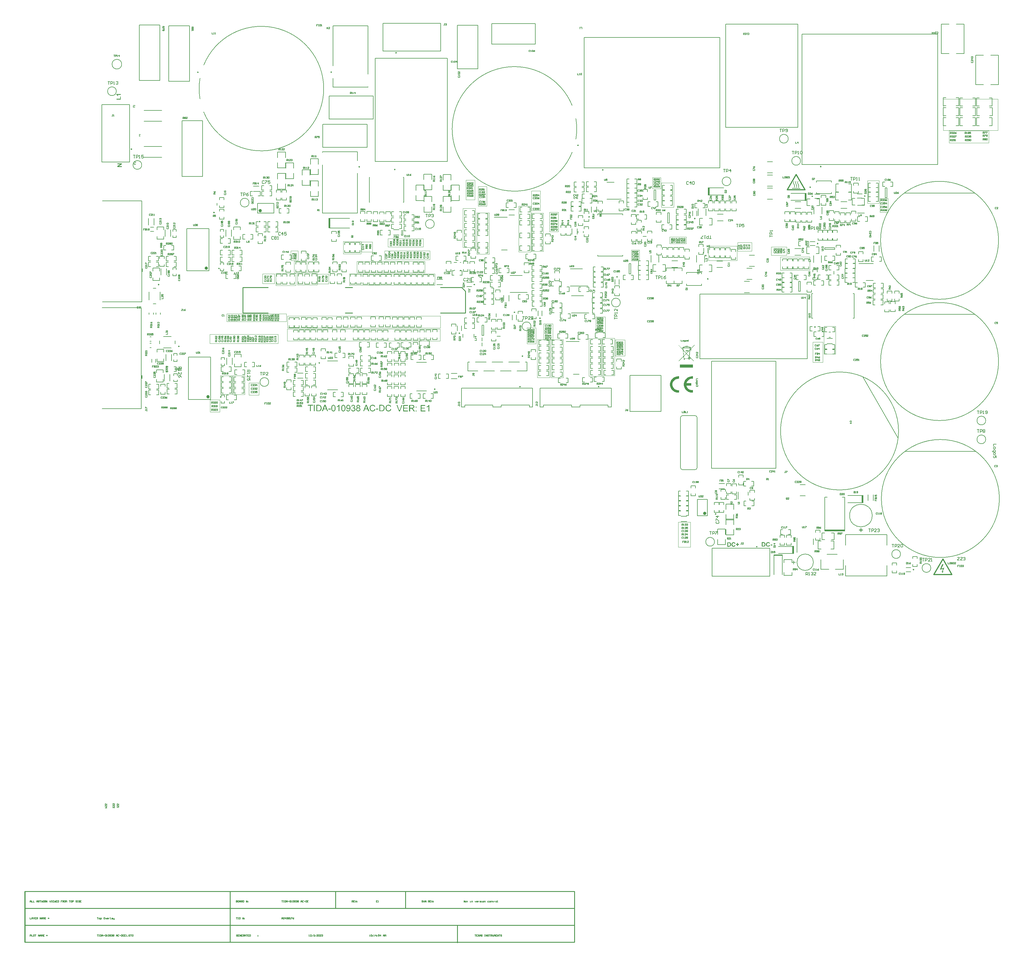
<source format=gto>
G04*
G04 #@! TF.GenerationSoftware,Altium Limited,Altium Designer,23.1.1 (15)*
G04*
G04 Layer_Color=65535*
%FSAX44Y44*%
%MOMM*%
G71*
G04*
G04 #@! TF.SameCoordinates,9B1E6CB6-7F21-4D16-986F-FEEA4F8F1DB9*
G04*
G04*
G04 #@! TF.FilePolarity,Positive*
G04*
G01*
G75*
%ADD10C,0.2500*%
%ADD11C,0.1270*%
%ADD12C,0.1778*%
%ADD13C,0.1500*%
%ADD14C,0.5000*%
%ADD15C,0.2000*%
%ADD16C,0.1375*%
%ADD17C,0.1900*%
%ADD18C,0.1000*%
%ADD19C,0.2540*%
%ADD20C,0.3556*%
%ADD21C,0.1700*%
%ADD22C,0.2032*%
%ADD23C,0.1520*%
%ADD24C,0.1524*%
%ADD25R,6.2738X0.5080*%
%ADD26R,0.5080X3.1496*%
%ADD27R,0.5080X2.3368*%
%ADD28R,2.6000X0.4400*%
%ADD29R,0.3000X1.0000*%
G36*
X02772245Y02756159D02*
X02772499D01*
Y02755905D01*
X02772753D01*
Y02755651D01*
Y02755397D01*
X02772499D01*
Y02755143D01*
Y02754889D01*
X02772245D01*
Y02754635D01*
X02771991D01*
Y02754381D01*
Y02754127D01*
Y02753873D01*
X02771737D01*
Y02753619D01*
Y02753365D01*
Y02753111D01*
X02771483D01*
Y02752857D01*
Y02752603D01*
Y02752349D01*
Y02752095D01*
Y02751841D01*
Y02751587D01*
Y02751333D01*
Y02751079D01*
Y02750825D01*
Y02750571D01*
Y02750317D01*
Y02750063D01*
Y02749809D01*
X02771737D01*
Y02749555D01*
Y02749301D01*
Y02749047D01*
X02771991D01*
Y02748793D01*
Y02748539D01*
Y02748285D01*
X02772245D01*
Y02748031D01*
Y02747777D01*
X02772499D01*
Y02747523D01*
Y02747269D01*
X02772753D01*
Y02747015D01*
Y02746761D01*
X02773007D01*
Y02746507D01*
Y02746253D01*
X02773261D01*
Y02745999D01*
Y02745745D01*
X02773515D01*
Y02745491D01*
Y02745237D01*
Y02744983D01*
X02773769D01*
Y02744729D01*
Y02744475D01*
X02774023D01*
Y02744221D01*
Y02743967D01*
Y02743713D01*
X02774277D01*
Y02743459D01*
Y02743205D01*
Y02742951D01*
X02774531D01*
Y02742697D01*
Y02742443D01*
Y02742189D01*
Y02741935D01*
Y02741681D01*
Y02741427D01*
Y02741173D01*
Y02740919D01*
Y02740665D01*
Y02740411D01*
Y02740157D01*
Y02739903D01*
Y02739649D01*
Y02739395D01*
X02774277D01*
Y02739141D01*
Y02738887D01*
Y02738633D01*
Y02738379D01*
X02774023D01*
Y02738125D01*
Y02737871D01*
X02773769D01*
Y02737617D01*
Y02737363D01*
X02773515D01*
Y02737109D01*
Y02736855D01*
X02773261D01*
Y02736601D01*
X02772626D01*
Y02736347D01*
X02771864D01*
Y02736601D01*
X02771610D01*
Y02736855D01*
X02771864D01*
Y02737109D01*
Y02737363D01*
X02772118D01*
Y02737617D01*
Y02737871D01*
X02772372D01*
Y02738125D01*
Y02738379D01*
X02772626D01*
Y02738633D01*
Y02738887D01*
Y02739141D01*
X02772880D01*
Y02739395D01*
Y02739649D01*
Y02739903D01*
Y02740157D01*
Y02740411D01*
Y02740665D01*
Y02740919D01*
Y02741173D01*
Y02741427D01*
Y02741681D01*
Y02741935D01*
Y02742189D01*
Y02742443D01*
Y02742697D01*
X02772626D01*
Y02742951D01*
Y02743205D01*
Y02743459D01*
X02772372D01*
Y02743713D01*
Y02743967D01*
Y02744221D01*
X02772118D01*
Y02744475D01*
Y02744729D01*
X02771864D01*
Y02744983D01*
Y02745237D01*
X02771610D01*
Y02745491D01*
Y02745745D01*
X02771356D01*
Y02745999D01*
Y02746253D01*
X02771102D01*
Y02746507D01*
Y02746761D01*
X02770848D01*
Y02747015D01*
Y02747269D01*
Y02747523D01*
X02770594D01*
Y02747777D01*
Y02748031D01*
X02770340D01*
Y02748285D01*
Y02748539D01*
Y02748793D01*
X02770086D01*
Y02749047D01*
Y02749301D01*
Y02749555D01*
Y02749809D01*
X02769832D01*
Y02750063D01*
Y02750317D01*
Y02750571D01*
Y02750825D01*
Y02751079D01*
Y02751333D01*
Y02751587D01*
Y02751841D01*
Y02752095D01*
Y02752349D01*
Y02752603D01*
Y02752857D01*
X02770086D01*
Y02753111D01*
Y02753365D01*
Y02753619D01*
Y02753873D01*
X02770340D01*
Y02754127D01*
Y02754381D01*
X02770594D01*
Y02754635D01*
Y02754889D01*
X02770848D01*
Y02755143D01*
Y02755397D01*
X02771102D01*
Y02755651D01*
X02771356D01*
Y02755905D01*
Y02756159D01*
X02771610D01*
Y02755905D01*
X02771991D01*
Y02756159D01*
Y02756413D01*
X02772245D01*
Y02756159D01*
D02*
G37*
G36*
X02765895D02*
X02766149D01*
Y02755905D01*
X02766403D01*
Y02755651D01*
Y02755397D01*
X02766149D01*
Y02755143D01*
Y02754889D01*
X02765895D01*
Y02754635D01*
X02765641D01*
Y02754381D01*
Y02754127D01*
Y02753873D01*
X02765387D01*
Y02753619D01*
Y02753365D01*
Y02753111D01*
X02765133D01*
Y02752857D01*
Y02752603D01*
Y02752349D01*
Y02752095D01*
Y02751841D01*
Y02751587D01*
Y02751333D01*
Y02751079D01*
Y02750825D01*
Y02750571D01*
Y02750317D01*
Y02750063D01*
Y02749809D01*
X02765387D01*
Y02749555D01*
Y02749301D01*
Y02749047D01*
X02765641D01*
Y02748793D01*
Y02748539D01*
Y02748285D01*
X02765895D01*
Y02748031D01*
Y02747777D01*
X02766149D01*
Y02747523D01*
Y02747269D01*
X02766403D01*
Y02747015D01*
Y02746761D01*
X02766657D01*
Y02746507D01*
Y02746253D01*
X02766911D01*
Y02745999D01*
Y02745745D01*
X02767165D01*
Y02745491D01*
Y02745237D01*
Y02744983D01*
X02767419D01*
Y02744729D01*
Y02744475D01*
X02767673D01*
Y02744221D01*
Y02743967D01*
Y02743713D01*
X02767927D01*
Y02743459D01*
Y02743205D01*
Y02742951D01*
X02768181D01*
Y02742697D01*
Y02742443D01*
Y02742189D01*
Y02741935D01*
Y02741681D01*
Y02741427D01*
Y02741173D01*
Y02740919D01*
Y02740665D01*
Y02740411D01*
Y02740157D01*
Y02739903D01*
Y02739649D01*
Y02739395D01*
X02767927D01*
Y02739141D01*
Y02738887D01*
Y02738633D01*
Y02738379D01*
X02767673D01*
Y02738125D01*
Y02737871D01*
X02767419D01*
Y02737617D01*
Y02737363D01*
X02767165D01*
Y02737109D01*
Y02736855D01*
X02766911D01*
Y02736601D01*
X02766276D01*
Y02736347D01*
X02765514D01*
Y02736601D01*
X02765260D01*
Y02736855D01*
X02765514D01*
Y02737109D01*
Y02737363D01*
X02765768D01*
Y02737617D01*
Y02737871D01*
X02766022D01*
Y02738125D01*
Y02738379D01*
X02766276D01*
Y02738633D01*
Y02738887D01*
Y02739141D01*
X02766530D01*
Y02739395D01*
Y02739649D01*
Y02739903D01*
Y02740157D01*
Y02740411D01*
Y02740665D01*
Y02740919D01*
Y02741173D01*
Y02741427D01*
Y02741681D01*
Y02741935D01*
Y02742189D01*
Y02742443D01*
Y02742697D01*
X02766276D01*
Y02742951D01*
Y02743205D01*
Y02743459D01*
X02766022D01*
Y02743713D01*
Y02743967D01*
Y02744221D01*
X02765768D01*
Y02744475D01*
Y02744729D01*
X02765514D01*
Y02744983D01*
Y02745237D01*
X02765260D01*
Y02745491D01*
Y02745745D01*
X02765006D01*
Y02745999D01*
Y02746253D01*
X02764752D01*
Y02746507D01*
Y02746761D01*
X02764498D01*
Y02747015D01*
Y02747269D01*
Y02747523D01*
X02764244D01*
Y02747777D01*
Y02748031D01*
X02763990D01*
Y02748285D01*
Y02748539D01*
Y02748793D01*
X02763736D01*
Y02749047D01*
Y02749301D01*
Y02749555D01*
Y02749809D01*
X02763482D01*
Y02750063D01*
Y02750317D01*
Y02750571D01*
Y02750825D01*
Y02751079D01*
Y02751333D01*
Y02751587D01*
Y02751841D01*
Y02752095D01*
Y02752349D01*
Y02752603D01*
Y02752857D01*
X02763736D01*
Y02753111D01*
Y02753365D01*
Y02753619D01*
Y02753873D01*
X02763990D01*
Y02754127D01*
Y02754381D01*
X02764244D01*
Y02754635D01*
Y02754889D01*
X02764498D01*
Y02755143D01*
Y02755397D01*
X02764752D01*
Y02755651D01*
X02765006D01*
Y02755905D01*
Y02756159D01*
X02765260D01*
Y02755905D01*
X02765641D01*
Y02756159D01*
Y02756413D01*
X02765895D01*
Y02756159D01*
D02*
G37*
G36*
X02759545D02*
X02759799D01*
Y02755905D01*
X02760053D01*
Y02755651D01*
Y02755397D01*
X02759799D01*
Y02755143D01*
Y02754889D01*
X02759545D01*
Y02754635D01*
X02759291D01*
Y02754381D01*
Y02754127D01*
Y02753873D01*
X02759037D01*
Y02753619D01*
Y02753365D01*
Y02753111D01*
X02758783D01*
Y02752857D01*
Y02752603D01*
Y02752349D01*
Y02752095D01*
Y02751841D01*
Y02751587D01*
Y02751333D01*
Y02751079D01*
Y02750825D01*
Y02750571D01*
Y02750317D01*
Y02750063D01*
Y02749809D01*
X02759037D01*
Y02749555D01*
Y02749301D01*
Y02749047D01*
X02759291D01*
Y02748793D01*
Y02748539D01*
Y02748285D01*
X02759545D01*
Y02748031D01*
Y02747777D01*
X02759799D01*
Y02747523D01*
Y02747269D01*
X02760053D01*
Y02747015D01*
Y02746761D01*
X02760307D01*
Y02746507D01*
Y02746253D01*
X02760561D01*
Y02745999D01*
Y02745745D01*
X02760815D01*
Y02745491D01*
Y02745237D01*
Y02744983D01*
X02761069D01*
Y02744729D01*
Y02744475D01*
X02761323D01*
Y02744221D01*
Y02743967D01*
Y02743713D01*
X02761577D01*
Y02743459D01*
Y02743205D01*
Y02742951D01*
X02761831D01*
Y02742697D01*
Y02742443D01*
Y02742189D01*
Y02741935D01*
Y02741681D01*
Y02741427D01*
Y02741173D01*
Y02740919D01*
Y02740665D01*
Y02740411D01*
Y02740157D01*
Y02739903D01*
Y02739649D01*
Y02739395D01*
X02761577D01*
Y02739141D01*
Y02738887D01*
Y02738633D01*
Y02738379D01*
X02761323D01*
Y02738125D01*
Y02737871D01*
X02761069D01*
Y02737617D01*
Y02737363D01*
X02760815D01*
Y02737109D01*
Y02736855D01*
X02760561D01*
Y02736601D01*
X02759926D01*
Y02736347D01*
X02759164D01*
Y02736601D01*
X02758910D01*
Y02736855D01*
X02759164D01*
Y02737109D01*
Y02737363D01*
X02759418D01*
Y02737617D01*
Y02737871D01*
X02759672D01*
Y02738125D01*
Y02738379D01*
X02759926D01*
Y02738633D01*
Y02738887D01*
Y02739141D01*
X02760180D01*
Y02739395D01*
Y02739649D01*
Y02739903D01*
Y02740157D01*
Y02740411D01*
Y02740665D01*
Y02740919D01*
Y02741173D01*
Y02741427D01*
Y02741681D01*
Y02741935D01*
Y02742189D01*
Y02742443D01*
Y02742697D01*
X02759926D01*
Y02742951D01*
Y02743205D01*
Y02743459D01*
X02759672D01*
Y02743713D01*
Y02743967D01*
Y02744221D01*
X02759418D01*
Y02744475D01*
Y02744729D01*
X02759164D01*
Y02744983D01*
Y02745237D01*
X02758910D01*
Y02745491D01*
Y02745745D01*
X02758656D01*
Y02745999D01*
Y02746253D01*
X02758402D01*
Y02746507D01*
Y02746761D01*
X02758148D01*
Y02747015D01*
Y02747269D01*
Y02747523D01*
X02757894D01*
Y02747777D01*
Y02748031D01*
X02757640D01*
Y02748285D01*
Y02748539D01*
Y02748793D01*
X02757386D01*
Y02749047D01*
Y02749301D01*
Y02749555D01*
Y02749809D01*
X02757132D01*
Y02750063D01*
Y02750317D01*
Y02750571D01*
Y02750825D01*
Y02751079D01*
Y02751333D01*
Y02751587D01*
Y02751841D01*
Y02752095D01*
Y02752349D01*
Y02752603D01*
Y02752857D01*
X02757386D01*
Y02753111D01*
Y02753365D01*
Y02753619D01*
Y02753873D01*
X02757640D01*
Y02754127D01*
Y02754381D01*
X02757894D01*
Y02754635D01*
Y02754889D01*
X02758148D01*
Y02755143D01*
Y02755397D01*
X02758402D01*
Y02755651D01*
X02758656D01*
Y02755905D01*
Y02756159D01*
X02758910D01*
Y02755905D01*
X02759291D01*
Y02756159D01*
Y02756413D01*
X02759545D01*
Y02756159D01*
D02*
G37*
G36*
X02778722Y02732791D02*
X02753322D01*
Y02734569D01*
X02778722D01*
Y02732791D01*
D02*
G37*
G36*
X02436015Y02251919D02*
X02436015Y02251919D01*
D01*
X02436014Y02251919D01*
D01*
X02436015Y02251919D01*
D02*
G37*
G36*
X02456267Y02255273D02*
X02445461Y02244266D01*
X02445686Y02244266D01*
Y02239341D01*
X02442468D01*
X02440750Y02220909D01*
X02453458Y02207526D01*
X02452615Y02206726D01*
X02440849Y02219138D01*
X02440892Y02218377D01*
X02439201Y02219503D01*
X02439317Y02220754D01*
X02430996Y02229532D01*
X02423634Y02222032D01*
X02424239Y02214974D01*
X02436522D01*
Y02213561D01*
X02426131Y02213566D01*
Y02211436D01*
X02423514D01*
Y02213567D01*
X02423457Y02213575D01*
X02423291Y02213642D01*
X02423291Y02213642D01*
X02423225Y02213701D01*
X02423109Y02213831D01*
X02423007Y02213974D01*
X02422921Y02214126D01*
X02422887Y02214207D01*
X02422887Y02214207D01*
X02422887Y02214207D01*
X02422314Y02220688D01*
X02408462Y02206579D01*
X02407633Y02207393D01*
X02422180Y02222196D01*
X02420557Y02240543D01*
X02406772Y02255084D01*
Y02256694D01*
X02420397Y02242345D01*
X02420038Y02246402D01*
X02418411D01*
Y02247873D01*
X02419854D01*
X02419853Y02247877D01*
X02419857Y02247889D01*
Y02247889D01*
X02419863Y02247909D01*
X02419864Y02247913D01*
X02419864D01*
X02419951Y02248142D01*
X02419951Y02248142D01*
X02419951Y02248143D01*
X02419952Y02248144D01*
X02419952Y02248144D01*
X02419952Y02248145D01*
Y02248145D01*
X02419952Y02248145D01*
X02419953Y02248146D01*
X02419964Y02248171D01*
X02419964Y02248170D01*
X02420055Y02248382D01*
X02420055Y02248383D01*
X02420056Y02248385D01*
X02420057Y02248387D01*
X02420058Y02248389D01*
X02420059Y02248390D01*
X02420059D01*
X02420060Y02248391D01*
X02420435Y02248980D01*
X02420437Y02248982D01*
X02420437Y02248983D01*
X02420439Y02248984D01*
X02420440Y02248986D01*
X02420441Y02248988D01*
X02420442Y02248988D01*
Y02248988D01*
X02420443Y02248989D01*
X02421083Y02249676D01*
X02421084Y02249678D01*
X02421084D01*
X02421084Y02249677D01*
X02421084Y02249678D01*
D01*
X02421085Y02249678D01*
X02421086Y02249680D01*
X02421088Y02249681D01*
X02421090Y02249683D01*
X02421091Y02249684D01*
X02421091D01*
X02421881Y02250266D01*
X02421882Y02250267D01*
X02421883Y02250267D01*
X02421884Y02250268D01*
X02421886Y02250269D01*
X02421887Y02250270D01*
Y02250270D01*
X02421887Y02250270D01*
X02422564Y02250647D01*
X02422564Y02250647D01*
X02422564Y02250647D01*
X02422564Y02250647D01*
X02422565Y02250647D01*
X02422565Y02250647D01*
X02422565Y02250648D01*
X02422566Y02250648D01*
X02422567Y02250649D01*
X02422568Y02250649D01*
X02422568Y02250649D01*
Y02250649D01*
X02422569Y02250650D01*
X02422802Y02250756D01*
X02422802Y02250756D01*
X02422803Y02250756D01*
X02422803Y02250756D01*
X02422803Y02250756D01*
X02422803Y02250756D01*
X02422804Y02250756D01*
X02422803Y02250756D01*
X02422803Y02250756D01*
X02422803Y02250756D01*
X02422803Y02250756D01*
X02422815Y02250762D01*
X02422825Y02250761D01*
X02422825Y02251641D01*
X02425239D01*
Y02251496D01*
X02425553Y02251568D01*
X02427158Y02251838D01*
X02428754Y02252002D01*
X02429064Y02252022D01*
Y02252582D01*
X02436008D01*
Y02251920D01*
X02436014Y02251919D01*
X02436014Y02251919D01*
X02436014Y02251919D01*
X02436015Y02251919D01*
X02436015Y02251919D01*
X02436015Y02251919D01*
X02436015Y02251919D01*
X02436016Y02251919D01*
X02436484Y02251862D01*
X02436485Y02251861D01*
X02436485Y02251861D01*
X02436485Y02251861D01*
X02436485Y02251861D01*
X02436484Y02251861D01*
X02436485Y02251861D01*
X02436488Y02251861D01*
X02437888Y02251606D01*
X02437888Y02251606D01*
X02437888Y02251606D01*
X02437890Y02251606D01*
X02437891Y02251606D01*
X02437892Y02251606D01*
X02437893Y02251605D01*
X02439662Y02251107D01*
X02439662Y02251107D01*
X02439663Y02251107D01*
X02439665Y02251106D01*
X02439668Y02251105D01*
X02439669Y02251104D01*
X02439671Y02251104D01*
X02439671Y02251104D01*
X02441212Y02250380D01*
X02441212Y02250380D01*
X02441212Y02250380D01*
X02441212Y02250380D01*
X02441223Y02250374D01*
X02441222Y02250374D01*
X02441222Y02250374D01*
X02441222Y02250375D01*
X02441222Y02250375D01*
X02441213Y02250380D01*
X02441213Y02250380D01*
X02441214Y02250380D01*
X02441214Y02250379D01*
X02441213Y02250380D01*
X02441213Y02250380D01*
X02441214Y02250379D01*
X02441215Y02250379D01*
X02441217Y02250378D01*
X02441219Y02250376D01*
X02441221Y02250375D01*
X02441222Y02250374D01*
X02441223Y02250374D01*
X02441223Y02250374D01*
X02441223Y02250374D01*
X02441223Y02250374D01*
X02442163Y02249676D01*
X02442163Y02249676D01*
X02442163Y02249675D01*
X02442166Y02249672D01*
X02442172Y02249667D01*
X02442172Y02249667D01*
X02442172Y02249667D01*
X02442172Y02249668D01*
X02442172Y02249668D01*
X02442166Y02249672D01*
X02442164Y02249675D01*
X02442163Y02249675D01*
X02442163Y02249675D01*
X02442164Y02249675D01*
X02442164Y02249675D01*
X02442165Y02249674D01*
X02442167Y02249672D01*
X02442169Y02249670D01*
X02442171Y02249668D01*
X02442172Y02249667D01*
X02442172Y02249667D01*
X02442419Y02249378D01*
X02442419Y02249378D01*
X02442419Y02249377D01*
X02442419Y02249377D01*
X02442420Y02249377D01*
X02442420Y02249377D01*
X02442420Y02249377D01*
Y02249377D01*
X02442422Y02249374D01*
X02442426Y02249369D01*
X02442429Y02249362D01*
X02442431Y02249356D01*
X02442431Y02249353D01*
X02442432Y02249352D01*
X02442431Y02249353D01*
X02442431Y02249353D01*
X02442431Y02249353D01*
X02442431Y02249353D01*
Y02249353D01*
X02442420Y02249377D01*
X02442420Y02249377D01*
X02442420Y02249377D01*
X02442420Y02249377D01*
X02442431Y02249353D01*
X02442431Y02249353D01*
X02442431Y02249353D01*
X02442431Y02249353D01*
X02442431Y02249353D01*
X02442432Y02249352D01*
X02442432Y02249352D01*
X02442432Y02249352D01*
X02442724Y02247885D01*
X02442724Y02247884D01*
X02442724Y02247883D01*
X02442725Y02247880D01*
X02442725Y02247877D01*
X02442725Y02247875D01*
Y02247873D01*
X02443633D01*
Y02246402D01*
X02443127D01*
X02442928Y02244266D01*
X02443868Y02244266D01*
X02456267Y02256884D01*
Y02255273D01*
D02*
G37*
G36*
X02441212Y02250380D02*
X02441213Y02250380D01*
X02441213Y02250380D01*
X02441213Y02250380D01*
X02441213D01*
X02441213Y02250380D01*
X02441212Y02250380D01*
X02441212Y02250380D01*
X02441212D01*
D02*
G37*
G36*
X02451022Y02186607D02*
X02411022D01*
Y02196607D01*
X02451022D01*
Y02186607D01*
D02*
G37*
G36*
X02451022Y02160231D02*
Y02152677D01*
X02449391Y02152835D01*
X02446122Y02152691D01*
X02442937Y02151942D01*
X02439947Y02150612D01*
X02437256Y02148749D01*
X02434960Y02146417D01*
X02433138Y02143699D01*
X02431854Y02140689D01*
X02431428Y02139107D01*
X02446022D01*
Y02131607D01*
X02431428D01*
X02431854Y02130025D01*
X02433138Y02127015D01*
X02434960Y02124297D01*
X02437256Y02121965D01*
X02439947Y02120102D01*
X02442937Y02118772D01*
X02446122Y02118022D01*
X02449391Y02117879D01*
X02451022Y02118036D01*
Y02110482D01*
Y02110482D01*
X02448939Y02110273D01*
X02444761Y02110553D01*
X02440688Y02111524D01*
X02436833Y02113159D01*
X02433304Y02115412D01*
X02430199Y02118221D01*
X02427604Y02121507D01*
X02425592Y02125179D01*
X02424218Y02129135D01*
X02423522Y02133263D01*
Y02137450D01*
X02424218Y02141579D01*
X02425592Y02145535D01*
X02427604Y02149207D01*
X02430199Y02152493D01*
X02433304Y02155302D01*
X02436833Y02157555D01*
X02440688Y02159190D01*
X02444761Y02160161D01*
X02448939Y02160441D01*
X02451022Y02160231D01*
D02*
G37*
G36*
X02408522D02*
Y02152677D01*
X02406655Y02152845D01*
X02402922Y02152580D01*
X02399331Y02151527D01*
X02396046Y02149735D01*
X02393217Y02147285D01*
X02390973Y02144289D01*
X02389418Y02140885D01*
X02388622Y02137228D01*
Y02133486D01*
X02389418Y02129829D01*
X02390973Y02126425D01*
X02393217Y02123429D01*
X02396046Y02120979D01*
X02399331Y02119186D01*
X02402922Y02118134D01*
X02406655Y02117868D01*
X02408522Y02118036D01*
Y02110482D01*
X02406439Y02110273D01*
X02402261Y02110553D01*
X02398188Y02111524D01*
X02394333Y02113159D01*
X02390804Y02115412D01*
X02387699Y02118221D01*
X02385104Y02121507D01*
X02383092Y02125179D01*
X02381718Y02129135D01*
X02381022Y02133263D01*
Y02137450D01*
X02381718Y02141579D01*
X02383092Y02145535D01*
X02385104Y02149207D01*
X02387699Y02152493D01*
X02390804Y02155302D01*
X02394333Y02157555D01*
X02398188Y02159190D01*
X02402261Y02160161D01*
X02406439Y02160441D01*
X02408522Y02160231D01*
D02*
G37*
G36*
X03208696Y01573285D02*
X03218348Y01576079D01*
X03213268Y01564395D01*
X03215300Y01564903D01*
X03211236Y01560331D01*
X03210474Y01565665D01*
X03211744Y01564649D01*
X03214284Y01573031D01*
X03204886Y01569983D01*
X03211744Y01586747D01*
X03215554D01*
X03208696Y01573285D01*
D02*
G37*
G36*
X01522705Y02073434D02*
X01522916Y02073420D01*
X01523170Y02073406D01*
X01523452Y02073363D01*
X01523776Y02073321D01*
X01524142Y02073265D01*
X01524523Y02073180D01*
X01524918Y02073082D01*
X01525327Y02072969D01*
X01525735Y02072814D01*
X01526144Y02072645D01*
X01526567Y02072447D01*
X01526962Y02072222D01*
X01527343Y02071954D01*
X01527371Y02071940D01*
X01527427Y02071883D01*
X01527540Y02071799D01*
X01527667Y02071672D01*
X01527836Y02071531D01*
X01528019Y02071333D01*
X01528217Y02071122D01*
X01528442Y02070868D01*
X01528668Y02070586D01*
X01528907Y02070276D01*
X01529133Y02069924D01*
X01529358Y02069557D01*
X01529584Y02069149D01*
X01529781Y02068712D01*
X01529979Y02068246D01*
X01530134Y02067753D01*
X01527596Y02067161D01*
X01527582Y02067189D01*
X01527568Y02067260D01*
X01527526Y02067358D01*
X01527469Y02067513D01*
X01527399Y02067682D01*
X01527314Y02067880D01*
X01527202Y02068105D01*
X01527089Y02068345D01*
X01526962Y02068599D01*
X01526807Y02068852D01*
X01526652Y02069106D01*
X01526469Y02069374D01*
X01526271Y02069614D01*
X01526074Y02069853D01*
X01525848Y02070065D01*
X01525609Y02070262D01*
X01525594Y02070276D01*
X01525552Y02070304D01*
X01525482Y02070347D01*
X01525383Y02070417D01*
X01525256Y02070488D01*
X01525101Y02070572D01*
X01524918Y02070657D01*
X01524720Y02070755D01*
X01524495Y02070840D01*
X01524255Y02070925D01*
X01523987Y02071009D01*
X01523705Y02071080D01*
X01523395Y02071150D01*
X01523071Y02071192D01*
X01522733Y02071221D01*
X01522366Y02071235D01*
X01522155D01*
X01522000Y02071221D01*
X01521802Y02071207D01*
X01521577Y02071178D01*
X01521323Y02071150D01*
X01521055Y02071094D01*
X01520759Y02071037D01*
X01520463Y02070967D01*
X01520153Y02070882D01*
X01519829Y02070784D01*
X01519519Y02070657D01*
X01519209Y02070502D01*
X01518898Y02070347D01*
X01518602Y02070149D01*
X01518588Y02070135D01*
X01518532Y02070107D01*
X01518461Y02070037D01*
X01518363Y02069952D01*
X01518236Y02069839D01*
X01518095Y02069712D01*
X01517940Y02069557D01*
X01517771Y02069388D01*
X01517601Y02069191D01*
X01517418Y02068979D01*
X01517249Y02068740D01*
X01517080Y02068472D01*
X01516911Y02068204D01*
X01516756Y02067908D01*
X01516615Y02067598D01*
X01516488Y02067260D01*
Y02067245D01*
X01516460Y02067175D01*
X01516431Y02067076D01*
X01516389Y02066949D01*
X01516347Y02066780D01*
X01516290Y02066583D01*
X01516248Y02066357D01*
X01516192Y02066104D01*
X01516135Y02065836D01*
X01516079Y02065540D01*
X01516023Y02065229D01*
X01515980Y02064905D01*
X01515910Y02064229D01*
X01515896Y02063876D01*
X01515882Y02063510D01*
Y02063481D01*
Y02063397D01*
Y02063270D01*
X01515896Y02063087D01*
X01515910Y02062875D01*
X01515924Y02062622D01*
X01515938Y02062340D01*
X01515966Y02062044D01*
X01516008Y02061705D01*
X01516051Y02061353D01*
X01516192Y02060634D01*
X01516262Y02060253D01*
X01516361Y02059887D01*
X01516474Y02059520D01*
X01516601Y02059168D01*
X01516615Y02059154D01*
X01516629Y02059083D01*
X01516671Y02058999D01*
X01516741Y02058872D01*
X01516812Y02058717D01*
X01516911Y02058533D01*
X01517023Y02058336D01*
X01517150Y02058125D01*
X01517305Y02057913D01*
X01517475Y02057688D01*
X01517658Y02057448D01*
X01517855Y02057222D01*
X01518081Y02056997D01*
X01518320Y02056785D01*
X01518574Y02056588D01*
X01518856Y02056405D01*
X01518870Y02056391D01*
X01518927Y02056362D01*
X01519011Y02056320D01*
X01519124Y02056264D01*
X01519265Y02056193D01*
X01519434Y02056109D01*
X01519631Y02056038D01*
X01519843Y02055954D01*
X01520083Y02055855D01*
X01520336Y02055784D01*
X01520618Y02055700D01*
X01520900Y02055629D01*
X01521210Y02055573D01*
X01521520Y02055531D01*
X01521845Y02055503D01*
X01522169Y02055488D01*
X01522268D01*
X01522380Y02055503D01*
X01522535D01*
X01522719Y02055531D01*
X01522930Y02055559D01*
X01523184Y02055587D01*
X01523438Y02055643D01*
X01523720Y02055714D01*
X01524016Y02055799D01*
X01524326Y02055897D01*
X01524636Y02056010D01*
X01524946Y02056151D01*
X01525256Y02056320D01*
X01525552Y02056518D01*
X01525848Y02056729D01*
X01525862Y02056743D01*
X01525919Y02056785D01*
X01525989Y02056856D01*
X01526088Y02056969D01*
X01526215Y02057095D01*
X01526356Y02057251D01*
X01526511Y02057448D01*
X01526666Y02057659D01*
X01526835Y02057913D01*
X01527004Y02058181D01*
X01527187Y02058491D01*
X01527343Y02058829D01*
X01527512Y02059182D01*
X01527653Y02059577D01*
X01527780Y02059985D01*
X01527892Y02060437D01*
X01530472Y02059788D01*
Y02059774D01*
X01530458Y02059746D01*
X01530444Y02059704D01*
X01530430Y02059647D01*
X01530416Y02059577D01*
X01530387Y02059478D01*
X01530317Y02059267D01*
X01530218Y02058999D01*
X01530105Y02058703D01*
X01529964Y02058364D01*
X01529795Y02057998D01*
X01529612Y02057603D01*
X01529401Y02057208D01*
X01529161Y02056814D01*
X01528893Y02056405D01*
X01528597Y02056010D01*
X01528273Y02055629D01*
X01527921Y02055277D01*
X01527540Y02054939D01*
X01527512Y02054925D01*
X01527441Y02054868D01*
X01527328Y02054784D01*
X01527159Y02054685D01*
X01526962Y02054558D01*
X01526708Y02054417D01*
X01526426Y02054262D01*
X01526102Y02054107D01*
X01525750Y02053952D01*
X01525355Y02053797D01*
X01524932Y02053656D01*
X01524481Y02053529D01*
X01523987Y02053430D01*
X01523480Y02053346D01*
X01522944Y02053289D01*
X01522380Y02053275D01*
X01522169D01*
X01522070Y02053289D01*
X01521859D01*
X01521591Y02053318D01*
X01521281Y02053346D01*
X01520928Y02053388D01*
X01520562Y02053430D01*
X01520153Y02053501D01*
X01519744Y02053585D01*
X01519307Y02053698D01*
X01518884Y02053811D01*
X01518461Y02053966D01*
X01518038Y02054135D01*
X01517630Y02054332D01*
X01517249Y02054558D01*
X01517221Y02054572D01*
X01517164Y02054615D01*
X01517066Y02054699D01*
X01516925Y02054798D01*
X01516756Y02054925D01*
X01516572Y02055094D01*
X01516361Y02055277D01*
X01516135Y02055503D01*
X01515896Y02055756D01*
X01515656Y02056024D01*
X01515402Y02056334D01*
X01515149Y02056658D01*
X01514909Y02057025D01*
X01514669Y02057406D01*
X01514444Y02057829D01*
X01514246Y02058266D01*
Y02058280D01*
X01514232Y02058294D01*
X01514204Y02058378D01*
X01514148Y02058505D01*
X01514091Y02058689D01*
X01514007Y02058914D01*
X01513922Y02059182D01*
X01513824Y02059492D01*
X01513739Y02059830D01*
X01513640Y02060211D01*
X01513542Y02060620D01*
X01513457Y02061043D01*
X01513372Y02061508D01*
X01513316Y02061973D01*
X01513260Y02062466D01*
X01513231Y02062974D01*
X01513217Y02063496D01*
Y02063510D01*
Y02063538D01*
Y02063580D01*
Y02063636D01*
Y02063707D01*
X01513231Y02063792D01*
Y02064003D01*
X01513260Y02064271D01*
X01513274Y02064581D01*
X01513316Y02064933D01*
X01513358Y02065314D01*
X01513429Y02065709D01*
X01513499Y02066132D01*
X01513598Y02066583D01*
X01513711Y02067034D01*
X01513838Y02067485D01*
X01513993Y02067936D01*
X01514176Y02068373D01*
X01514373Y02068810D01*
X01514387Y02068838D01*
X01514430Y02068909D01*
X01514500Y02069022D01*
X01514585Y02069191D01*
X01514712Y02069374D01*
X01514852Y02069586D01*
X01515036Y02069839D01*
X01515233Y02070093D01*
X01515445Y02070361D01*
X01515698Y02070657D01*
X01515966Y02070939D01*
X01516262Y02071221D01*
X01516586Y02071503D01*
X01516925Y02071770D01*
X01517291Y02072024D01*
X01517686Y02072264D01*
X01517714Y02072278D01*
X01517785Y02072320D01*
X01517897Y02072377D01*
X01518067Y02072447D01*
X01518264Y02072546D01*
X01518504Y02072645D01*
X01518786Y02072743D01*
X01519082Y02072856D01*
X01519420Y02072969D01*
X01519787Y02073067D01*
X01520181Y02073180D01*
X01520590Y02073265D01*
X01521027Y02073335D01*
X01521478Y02073392D01*
X01521943Y02073434D01*
X01522423Y02073448D01*
X01522620D01*
X01522705Y02073434D01*
D02*
G37*
G36*
X01474267Y02073434D02*
X01474479Y02073420D01*
X01474733Y02073406D01*
X01475014Y02073363D01*
X01475339Y02073321D01*
X01475705Y02073265D01*
X01476086Y02073180D01*
X01476481Y02073082D01*
X01476889Y02072969D01*
X01477298Y02072814D01*
X01477707Y02072645D01*
X01478130Y02072447D01*
X01478525Y02072222D01*
X01478905Y02071954D01*
X01478933Y02071940D01*
X01478990Y02071883D01*
X01479103Y02071799D01*
X01479229Y02071672D01*
X01479399Y02071531D01*
X01479582Y02071333D01*
X01479779Y02071122D01*
X01480005Y02070868D01*
X01480230Y02070586D01*
X01480470Y02070276D01*
X01480695Y02069924D01*
X01480921Y02069557D01*
X01481147Y02069148D01*
X01481344Y02068711D01*
X01481541Y02068246D01*
X01481696Y02067753D01*
X01479159Y02067161D01*
X01479145Y02067189D01*
X01479131Y02067259D01*
X01479088Y02067358D01*
X01479032Y02067513D01*
X01478962Y02067682D01*
X01478877Y02067880D01*
X01478764Y02068105D01*
X01478651Y02068345D01*
X01478525Y02068599D01*
X01478369Y02068852D01*
X01478214Y02069106D01*
X01478031Y02069374D01*
X01477834Y02069614D01*
X01477637Y02069853D01*
X01477411Y02070065D01*
X01477171Y02070262D01*
X01477157Y02070276D01*
X01477115Y02070304D01*
X01477044Y02070347D01*
X01476946Y02070417D01*
X01476819Y02070488D01*
X01476664Y02070572D01*
X01476481Y02070657D01*
X01476283Y02070755D01*
X01476058Y02070840D01*
X01475818Y02070925D01*
X01475550Y02071009D01*
X01475268Y02071080D01*
X01474958Y02071150D01*
X01474634Y02071192D01*
X01474296Y02071221D01*
X01473929Y02071235D01*
X01473717D01*
X01473562Y02071221D01*
X01473365Y02071207D01*
X01473139Y02071178D01*
X01472886Y02071150D01*
X01472618Y02071094D01*
X01472322Y02071037D01*
X01472026Y02070967D01*
X01471716Y02070882D01*
X01471391Y02070784D01*
X01471081Y02070657D01*
X01470771Y02070502D01*
X01470461Y02070347D01*
X01470165Y02070149D01*
X01470151Y02070135D01*
X01470095Y02070107D01*
X01470024Y02070037D01*
X01469925Y02069952D01*
X01469798Y02069839D01*
X01469658Y02069712D01*
X01469503Y02069557D01*
X01469333Y02069388D01*
X01469164Y02069191D01*
X01468981Y02068979D01*
X01468812Y02068740D01*
X01468643Y02068472D01*
X01468473Y02068204D01*
X01468318Y02067908D01*
X01468177Y02067598D01*
X01468051Y02067259D01*
Y02067245D01*
X01468022Y02067175D01*
X01467994Y02067076D01*
X01467952Y02066949D01*
X01467910Y02066780D01*
X01467853Y02066583D01*
X01467811Y02066357D01*
X01467755Y02066104D01*
X01467698Y02065836D01*
X01467642Y02065540D01*
X01467585Y02065229D01*
X01467543Y02064905D01*
X01467473Y02064229D01*
X01467458Y02063876D01*
X01467444Y02063510D01*
Y02063481D01*
Y02063397D01*
Y02063270D01*
X01467458Y02063087D01*
X01467473Y02062875D01*
X01467487Y02062621D01*
X01467501Y02062340D01*
X01467529Y02062044D01*
X01467571Y02061705D01*
X01467614Y02061353D01*
X01467755Y02060634D01*
X01467825Y02060253D01*
X01467924Y02059887D01*
X01468036Y02059520D01*
X01468163Y02059168D01*
X01468177Y02059154D01*
X01468192Y02059083D01*
X01468234Y02058999D01*
X01468304Y02058872D01*
X01468375Y02058717D01*
X01468473Y02058533D01*
X01468586Y02058336D01*
X01468713Y02058125D01*
X01468868Y02057913D01*
X01469037Y02057688D01*
X01469221Y02057448D01*
X01469418Y02057222D01*
X01469644Y02056997D01*
X01469883Y02056785D01*
X01470137Y02056588D01*
X01470419Y02056405D01*
X01470433Y02056391D01*
X01470489Y02056362D01*
X01470574Y02056320D01*
X01470687Y02056264D01*
X01470828Y02056193D01*
X01470997Y02056109D01*
X01471194Y02056038D01*
X01471406Y02055954D01*
X01471645Y02055855D01*
X01471899Y02055784D01*
X01472181Y02055700D01*
X01472463Y02055629D01*
X01472773Y02055573D01*
X01473083Y02055531D01*
X01473407Y02055502D01*
X01473732Y02055488D01*
X01473830D01*
X01473943Y02055502D01*
X01474098D01*
X01474281Y02055531D01*
X01474493Y02055559D01*
X01474747Y02055587D01*
X01475000Y02055643D01*
X01475282Y02055714D01*
X01475578Y02055799D01*
X01475888Y02055897D01*
X01476199Y02056010D01*
X01476509Y02056151D01*
X01476819Y02056320D01*
X01477115Y02056517D01*
X01477411Y02056729D01*
X01477425Y02056743D01*
X01477481Y02056785D01*
X01477552Y02056856D01*
X01477651Y02056969D01*
X01477777Y02057095D01*
X01477918Y02057251D01*
X01478073Y02057448D01*
X01478228Y02057659D01*
X01478398Y02057913D01*
X01478567Y02058181D01*
X01478750Y02058491D01*
X01478905Y02058829D01*
X01479074Y02059182D01*
X01479215Y02059577D01*
X01479342Y02059985D01*
X01479455Y02060437D01*
X01482035Y02059788D01*
Y02059774D01*
X01482021Y02059746D01*
X01482007Y02059703D01*
X01481992Y02059647D01*
X01481978Y02059577D01*
X01481950Y02059478D01*
X01481880Y02059266D01*
X01481781Y02058999D01*
X01481668Y02058703D01*
X01481527Y02058364D01*
X01481358Y02057998D01*
X01481175Y02057603D01*
X01480963Y02057208D01*
X01480724Y02056814D01*
X01480456Y02056405D01*
X01480160Y02056010D01*
X01479836Y02055629D01*
X01479483Y02055277D01*
X01479103Y02054939D01*
X01479074Y02054925D01*
X01479004Y02054868D01*
X01478891Y02054784D01*
X01478722Y02054685D01*
X01478525Y02054558D01*
X01478271Y02054417D01*
X01477989Y02054262D01*
X01477665Y02054107D01*
X01477312Y02053952D01*
X01476918Y02053797D01*
X01476495Y02053656D01*
X01476044Y02053529D01*
X01475550Y02053430D01*
X01475043Y02053346D01*
X01474507Y02053289D01*
X01473943Y02053275D01*
X01473732D01*
X01473633Y02053289D01*
X01473421D01*
X01473154Y02053318D01*
X01472843Y02053346D01*
X01472491Y02053388D01*
X01472124Y02053430D01*
X01471716Y02053501D01*
X01471307Y02053585D01*
X01470870Y02053698D01*
X01470447Y02053811D01*
X01470024Y02053966D01*
X01469601Y02054135D01*
X01469192Y02054332D01*
X01468812Y02054558D01*
X01468784Y02054572D01*
X01468727Y02054614D01*
X01468629Y02054699D01*
X01468488Y02054798D01*
X01468318Y02054925D01*
X01468135Y02055094D01*
X01467924Y02055277D01*
X01467698Y02055502D01*
X01467458Y02055756D01*
X01467219Y02056024D01*
X01466965Y02056334D01*
X01466711Y02056658D01*
X01466472Y02057025D01*
X01466232Y02057406D01*
X01466006Y02057829D01*
X01465809Y02058266D01*
Y02058280D01*
X01465795Y02058294D01*
X01465767Y02058378D01*
X01465710Y02058505D01*
X01465654Y02058689D01*
X01465569Y02058914D01*
X01465485Y02059182D01*
X01465386Y02059492D01*
X01465302Y02059830D01*
X01465203Y02060211D01*
X01465104Y02060620D01*
X01465020Y02061043D01*
X01464935Y02061508D01*
X01464879Y02061973D01*
X01464822Y02062466D01*
X01464794Y02062974D01*
X01464780Y02063495D01*
Y02063510D01*
Y02063538D01*
Y02063580D01*
Y02063636D01*
Y02063707D01*
X01464794Y02063792D01*
Y02064003D01*
X01464822Y02064271D01*
X01464836Y02064581D01*
X01464879Y02064933D01*
X01464921Y02065314D01*
X01464991Y02065709D01*
X01465062Y02066132D01*
X01465161Y02066583D01*
X01465273Y02067034D01*
X01465400Y02067485D01*
X01465555Y02067936D01*
X01465739Y02068373D01*
X01465936Y02068810D01*
X01465950Y02068838D01*
X01465992Y02068909D01*
X01466063Y02069022D01*
X01466147Y02069191D01*
X01466274Y02069374D01*
X01466415Y02069585D01*
X01466599Y02069839D01*
X01466796Y02070093D01*
X01467007Y02070361D01*
X01467261Y02070657D01*
X01467529Y02070939D01*
X01467825Y02071221D01*
X01468149Y02071503D01*
X01468488Y02071770D01*
X01468854Y02072024D01*
X01469249Y02072264D01*
X01469277Y02072278D01*
X01469347Y02072320D01*
X01469460Y02072377D01*
X01469629Y02072447D01*
X01469827Y02072546D01*
X01470066Y02072645D01*
X01470348Y02072743D01*
X01470644Y02072856D01*
X01470983Y02072969D01*
X01471349Y02073067D01*
X01471744Y02073180D01*
X01472153Y02073265D01*
X01472590Y02073335D01*
X01473041Y02073392D01*
X01473506Y02073434D01*
X01473985Y02073448D01*
X01474183D01*
X01474267Y02073434D01*
D02*
G37*
G36*
X01414891Y02073166D02*
X01415032D01*
X01415201Y02073138D01*
X01415384Y02073124D01*
X01415582Y02073096D01*
X01415807Y02073053D01*
X01416033Y02073011D01*
X01416526Y02072884D01*
X01416794Y02072814D01*
X01417048Y02072715D01*
X01417301Y02072616D01*
X01417555Y02072489D01*
X01417569Y02072475D01*
X01417611Y02072461D01*
X01417682Y02072419D01*
X01417781Y02072363D01*
X01417893Y02072292D01*
X01418020Y02072207D01*
X01418161Y02072109D01*
X01418316Y02071996D01*
X01418655Y02071728D01*
X01418993Y02071404D01*
X01419317Y02071037D01*
X01419472Y02070826D01*
X01419613Y02070614D01*
X01419627Y02070600D01*
X01419641Y02070558D01*
X01419684Y02070502D01*
X01419726Y02070403D01*
X01419782Y02070304D01*
X01419839Y02070163D01*
X01419909Y02070022D01*
X01419980Y02069853D01*
X01420036Y02069670D01*
X01420107Y02069487D01*
X01420219Y02069064D01*
X01420304Y02068599D01*
X01420318Y02068359D01*
X01420332Y02068105D01*
Y02068091D01*
Y02068049D01*
Y02067978D01*
X01420318Y02067894D01*
Y02067781D01*
X01420290Y02067654D01*
X01420276Y02067499D01*
X01420248Y02067344D01*
X01420163Y02066978D01*
X01420036Y02066597D01*
X01419966Y02066400D01*
X01419867Y02066188D01*
X01419768Y02065991D01*
X01419641Y02065793D01*
X01419627Y02065779D01*
X01419613Y02065751D01*
X01419571Y02065695D01*
X01419514Y02065624D01*
X01419444Y02065540D01*
X01419359Y02065441D01*
X01419261Y02065328D01*
X01419134Y02065201D01*
X01419007Y02065074D01*
X01418852Y02064948D01*
X01418697Y02064807D01*
X01418514Y02064666D01*
X01418316Y02064539D01*
X01418105Y02064398D01*
X01417879Y02064271D01*
X01417640Y02064158D01*
X01417654D01*
X01417710Y02064144D01*
X01417809Y02064116D01*
X01417922Y02064073D01*
X01418077Y02064031D01*
X01418246Y02063961D01*
X01418429Y02063890D01*
X01418626Y02063792D01*
X01418838Y02063693D01*
X01419063Y02063566D01*
X01419289Y02063439D01*
X01419514Y02063284D01*
X01419726Y02063115D01*
X01419937Y02062932D01*
X01420149Y02062720D01*
X01420332Y02062495D01*
X01420346Y02062481D01*
X01420374Y02062438D01*
X01420417Y02062368D01*
X01420487Y02062269D01*
X01420558Y02062142D01*
X01420642Y02062001D01*
X01420727Y02061832D01*
X01420811Y02061635D01*
X01420896Y02061409D01*
X01420995Y02061169D01*
X01421065Y02060916D01*
X01421136Y02060634D01*
X01421206Y02060338D01*
X01421248Y02060028D01*
X01421277Y02059703D01*
X01421291Y02059351D01*
Y02059323D01*
Y02059238D01*
X01421277Y02059097D01*
X01421263Y02058928D01*
X01421234Y02058703D01*
X01421192Y02058449D01*
X01421136Y02058167D01*
X01421051Y02057857D01*
X01420952Y02057518D01*
X01420840Y02057180D01*
X01420685Y02056814D01*
X01420501Y02056447D01*
X01420290Y02056080D01*
X01420036Y02055714D01*
X01419740Y02055362D01*
X01419416Y02055023D01*
X01419388Y02055009D01*
X01419331Y02054953D01*
X01419233Y02054854D01*
X01419077Y02054741D01*
X01418894Y02054614D01*
X01418683Y02054459D01*
X01418415Y02054304D01*
X01418133Y02054135D01*
X01417809Y02053966D01*
X01417442Y02053811D01*
X01417062Y02053656D01*
X01416639Y02053529D01*
X01416202Y02053416D01*
X01415722Y02053318D01*
X01415229Y02053261D01*
X01414707Y02053247D01*
X01414595D01*
X01414454Y02053261D01*
X01414285Y02053275D01*
X01414059Y02053289D01*
X01413805Y02053332D01*
X01413523Y02053374D01*
X01413213Y02053444D01*
X01412889Y02053515D01*
X01412536Y02053613D01*
X01412184Y02053740D01*
X01411818Y02053896D01*
X01411465Y02054065D01*
X01411113Y02054262D01*
X01410760Y02054502D01*
X01410436Y02054769D01*
X01410422Y02054784D01*
X01410366Y02054840D01*
X01410281Y02054925D01*
X01410168Y02055051D01*
X01410041Y02055206D01*
X01409886Y02055390D01*
X01409731Y02055601D01*
X01409562Y02055841D01*
X01409393Y02056109D01*
X01409224Y02056419D01*
X01409069Y02056743D01*
X01408914Y02057095D01*
X01408787Y02057476D01*
X01408660Y02057871D01*
X01408575Y02058294D01*
X01408519Y02058745D01*
X01410915Y02059069D01*
Y02059041D01*
X01410930Y02058985D01*
X01410958Y02058872D01*
X01411000Y02058731D01*
X01411042Y02058562D01*
X01411099Y02058378D01*
X01411169Y02058167D01*
X01411240Y02057941D01*
X01411437Y02057448D01*
X01411677Y02056969D01*
X01411818Y02056729D01*
X01411973Y02056503D01*
X01412128Y02056306D01*
X01412311Y02056123D01*
X01412325Y02056109D01*
X01412353Y02056080D01*
X01412410Y02056038D01*
X01412494Y02055982D01*
X01412579Y02055911D01*
X01412706Y02055841D01*
X01412833Y02055756D01*
X01412988Y02055686D01*
X01413157Y02055601D01*
X01413340Y02055517D01*
X01413537Y02055446D01*
X01413749Y02055376D01*
X01413974Y02055319D01*
X01414214Y02055277D01*
X01414454Y02055249D01*
X01414722Y02055235D01*
X01414792D01*
X01414891Y02055249D01*
X01415004D01*
X01415159Y02055277D01*
X01415328Y02055291D01*
X01415511Y02055333D01*
X01415722Y02055376D01*
X01415934Y02055446D01*
X01416174Y02055517D01*
X01416413Y02055615D01*
X01416653Y02055728D01*
X01416893Y02055869D01*
X01417132Y02056024D01*
X01417358Y02056193D01*
X01417583Y02056405D01*
X01417597Y02056419D01*
X01417640Y02056461D01*
X01417696Y02056517D01*
X01417767Y02056616D01*
X01417851Y02056729D01*
X01417950Y02056870D01*
X01418062Y02057025D01*
X01418175Y02057208D01*
X01418274Y02057406D01*
X01418387Y02057631D01*
X01418486Y02057857D01*
X01418570Y02058125D01*
X01418640Y02058392D01*
X01418697Y02058674D01*
X01418739Y02058985D01*
X01418753Y02059295D01*
Y02059309D01*
Y02059365D01*
Y02059450D01*
X01418739Y02059577D01*
X01418725Y02059703D01*
X01418697Y02059873D01*
X01418669Y02060056D01*
X01418612Y02060253D01*
X01418556Y02060465D01*
X01418486Y02060690D01*
X01418401Y02060916D01*
X01418302Y02061141D01*
X01418175Y02061367D01*
X01418020Y02061592D01*
X01417865Y02061804D01*
X01417668Y02062015D01*
X01417654Y02062030D01*
X01417625Y02062058D01*
X01417555Y02062114D01*
X01417471Y02062184D01*
X01417372Y02062269D01*
X01417245Y02062354D01*
X01417090Y02062452D01*
X01416921Y02062551D01*
X01416737Y02062650D01*
X01416526Y02062748D01*
X01416300Y02062833D01*
X01416061Y02062918D01*
X01415807Y02062988D01*
X01415525Y02063044D01*
X01415243Y02063073D01*
X01414933Y02063087D01*
X01414806D01*
X01414665Y02063073D01*
X01414468Y02063058D01*
X01414214Y02063030D01*
X01413932Y02062974D01*
X01413608Y02062918D01*
X01413241Y02062833D01*
X01413509Y02064933D01*
X01413551D01*
X01413594Y02064919D01*
X01413650D01*
X01413777Y02064905D01*
X01414045D01*
X01414144Y02064919D01*
X01414285Y02064933D01*
X01414440Y02064948D01*
X01414609Y02064976D01*
X01414806Y02065004D01*
X01415018Y02065046D01*
X01415229Y02065103D01*
X01415694Y02065244D01*
X01415934Y02065328D01*
X01416174Y02065441D01*
X01416413Y02065554D01*
X01416639Y02065695D01*
X01416653Y02065709D01*
X01416695Y02065737D01*
X01416752Y02065779D01*
X01416836Y02065850D01*
X01416921Y02065934D01*
X01417034Y02066033D01*
X01417132Y02066160D01*
X01417259Y02066301D01*
X01417372Y02066470D01*
X01417485Y02066653D01*
X01417583Y02066851D01*
X01417668Y02067076D01*
X01417752Y02067316D01*
X01417809Y02067584D01*
X01417851Y02067866D01*
X01417865Y02068162D01*
Y02068176D01*
Y02068218D01*
Y02068289D01*
X01417851Y02068387D01*
X01417837Y02068486D01*
X01417823Y02068627D01*
X01417795Y02068768D01*
X01417752Y02068923D01*
X01417640Y02069261D01*
X01417569Y02069444D01*
X01417485Y02069628D01*
X01417386Y02069811D01*
X01417259Y02069994D01*
X01417118Y02070163D01*
X01416963Y02070333D01*
X01416949Y02070347D01*
X01416921Y02070375D01*
X01416878Y02070417D01*
X01416808Y02070474D01*
X01416709Y02070530D01*
X01416611Y02070614D01*
X01416484Y02070685D01*
X01416343Y02070770D01*
X01416188Y02070854D01*
X01416019Y02070925D01*
X01415821Y02071009D01*
X01415624Y02071066D01*
X01415398Y02071122D01*
X01415173Y02071164D01*
X01414919Y02071192D01*
X01414665Y02071207D01*
X01414524D01*
X01414440Y02071192D01*
X01414313Y02071178D01*
X01414172Y02071164D01*
X01414017Y02071136D01*
X01413848Y02071094D01*
X01413481Y02070995D01*
X01413298Y02070925D01*
X01413100Y02070826D01*
X01412903Y02070727D01*
X01412706Y02070614D01*
X01412522Y02070474D01*
X01412339Y02070318D01*
X01412325Y02070304D01*
X01412297Y02070276D01*
X01412255Y02070220D01*
X01412184Y02070149D01*
X01412114Y02070065D01*
X01412029Y02069952D01*
X01411944Y02069811D01*
X01411846Y02069670D01*
X01411747Y02069487D01*
X01411648Y02069289D01*
X01411536Y02069078D01*
X01411451Y02068838D01*
X01411352Y02068585D01*
X01411282Y02068317D01*
X01411211Y02068021D01*
X01411155Y02067696D01*
X01408759Y02068119D01*
Y02068134D01*
Y02068148D01*
X01408787Y02068232D01*
X01408815Y02068345D01*
X01408857Y02068514D01*
X01408914Y02068725D01*
X01408984Y02068951D01*
X01409069Y02069205D01*
X01409167Y02069487D01*
X01409294Y02069783D01*
X01409435Y02070093D01*
X01409604Y02070403D01*
X01409788Y02070713D01*
X01409985Y02071023D01*
X01410211Y02071319D01*
X01410464Y02071601D01*
X01410746Y02071855D01*
X01410760Y02071869D01*
X01410817Y02071911D01*
X01410901Y02071982D01*
X01411028Y02072066D01*
X01411183Y02072165D01*
X01411366Y02072278D01*
X01411578Y02072391D01*
X01411818Y02072518D01*
X01412085Y02072645D01*
X01412381Y02072757D01*
X01412692Y02072870D01*
X01413030Y02072969D01*
X01413396Y02073053D01*
X01413791Y02073124D01*
X01414200Y02073166D01*
X01414623Y02073180D01*
X01414778D01*
X01414891Y02073166D01*
D02*
G37*
G36*
X01491339Y02059450D02*
X01483952D01*
Y02061860D01*
X01491339D01*
Y02059450D01*
D02*
G37*
G36*
X01345914Y02059450D02*
X01338527D01*
Y02061860D01*
X01345914D01*
Y02059450D01*
D02*
G37*
G36*
X01399807Y02073166D02*
X01399976Y02073152D01*
X01400173Y02073124D01*
X01400385Y02073096D01*
X01400625Y02073053D01*
X01400892Y02072997D01*
X01401160Y02072926D01*
X01401456Y02072842D01*
X01401752Y02072743D01*
X01402048Y02072630D01*
X01402359Y02072489D01*
X01402655Y02072334D01*
X01402951Y02072151D01*
X01402965Y02072137D01*
X01403021Y02072109D01*
X01403106Y02072038D01*
X01403204Y02071968D01*
X01403345Y02071855D01*
X01403500Y02071728D01*
X01403655Y02071573D01*
X01403839Y02071404D01*
X01404036Y02071207D01*
X01404233Y02070981D01*
X01404431Y02070741D01*
X01404628Y02070474D01*
X01404825Y02070192D01*
X01405009Y02069896D01*
X01405192Y02069571D01*
X01405347Y02069219D01*
X01405361Y02069191D01*
X01405389Y02069134D01*
X01405417Y02069022D01*
X01405474Y02068866D01*
X01405544Y02068669D01*
X01405615Y02068430D01*
X01405685Y02068148D01*
X01405770Y02067823D01*
X01405840Y02067457D01*
X01405911Y02067048D01*
X01405981Y02066611D01*
X01406052Y02066118D01*
X01406108Y02065582D01*
X01406136Y02065018D01*
X01406165Y02064398D01*
X01406179Y02063749D01*
Y02063735D01*
Y02063707D01*
Y02063651D01*
Y02063580D01*
Y02063495D01*
Y02063397D01*
X01406165Y02063270D01*
Y02063129D01*
Y02062974D01*
X01406151Y02062819D01*
X01406136Y02062452D01*
X01406108Y02062044D01*
X01406080Y02061606D01*
X01406038Y02061141D01*
X01405981Y02060662D01*
X01405911Y02060155D01*
X01405840Y02059661D01*
X01405742Y02059168D01*
X01405629Y02058689D01*
X01405502Y02058237D01*
X01405361Y02057800D01*
X01405347Y02057772D01*
X01405319Y02057702D01*
X01405277Y02057589D01*
X01405206Y02057434D01*
X01405121Y02057251D01*
X01405023Y02057039D01*
X01404896Y02056799D01*
X01404755Y02056546D01*
X01404586Y02056278D01*
X01404417Y02056010D01*
X01404205Y02055728D01*
X01403994Y02055446D01*
X01403754Y02055178D01*
X01403500Y02054910D01*
X01403233Y02054657D01*
X01402937Y02054431D01*
X01402922Y02054417D01*
X01402866Y02054389D01*
X01402781Y02054318D01*
X01402655Y02054248D01*
X01402500Y02054163D01*
X01402316Y02054065D01*
X01402105Y02053966D01*
X01401865Y02053853D01*
X01401611Y02053740D01*
X01401315Y02053642D01*
X01401019Y02053543D01*
X01400681Y02053459D01*
X01400329Y02053388D01*
X01399962Y02053332D01*
X01399581Y02053289D01*
X01399187Y02053275D01*
X01399088D01*
X01398961Y02053289D01*
X01398806D01*
X01398609Y02053318D01*
X01398383Y02053346D01*
X01398129Y02053388D01*
X01397861Y02053430D01*
X01397565Y02053501D01*
X01397255Y02053585D01*
X01396945Y02053684D01*
X01396635Y02053811D01*
X01396325Y02053952D01*
X01396015Y02054121D01*
X01395719Y02054318D01*
X01395437Y02054544D01*
X01395423Y02054558D01*
X01395381Y02054600D01*
X01395296Y02054671D01*
X01395211Y02054784D01*
X01395099Y02054910D01*
X01394958Y02055065D01*
X01394817Y02055249D01*
X01394676Y02055474D01*
X01394521Y02055714D01*
X01394380Y02055982D01*
X01394225Y02056264D01*
X01394098Y02056588D01*
X01393971Y02056940D01*
X01393858Y02057307D01*
X01393773Y02057702D01*
X01393703Y02058125D01*
X01396001Y02058336D01*
Y02058322D01*
X01396015Y02058266D01*
X01396029Y02058181D01*
X01396057Y02058068D01*
X01396085Y02057941D01*
X01396128Y02057786D01*
X01396184Y02057603D01*
X01396240Y02057434D01*
X01396396Y02057039D01*
X01396593Y02056644D01*
X01396832Y02056278D01*
X01396959Y02056109D01*
X01397114Y02055968D01*
X01397128Y02055954D01*
X01397157Y02055940D01*
X01397199Y02055897D01*
X01397269Y02055855D01*
X01397340Y02055799D01*
X01397439Y02055742D01*
X01397565Y02055672D01*
X01397692Y02055615D01*
X01397833Y02055545D01*
X01398002Y02055474D01*
X01398355Y02055362D01*
X01398764Y02055277D01*
X01398989Y02055263D01*
X01399229Y02055249D01*
X01399342D01*
X01399412Y02055263D01*
X01399511D01*
X01399624Y02055277D01*
X01399892Y02055305D01*
X01400188Y02055376D01*
X01400526Y02055460D01*
X01400850Y02055573D01*
X01401174Y02055742D01*
X01401188D01*
X01401217Y02055770D01*
X01401259Y02055799D01*
X01401315Y02055841D01*
X01401470Y02055954D01*
X01401654Y02056109D01*
X01401865Y02056292D01*
X01402091Y02056532D01*
X01402316Y02056799D01*
X01402528Y02057095D01*
Y02057110D01*
X01402556Y02057138D01*
X01402584Y02057180D01*
X01402612Y02057251D01*
X01402669Y02057335D01*
X01402711Y02057434D01*
X01402781Y02057561D01*
X01402838Y02057702D01*
X01402908Y02057857D01*
X01402979Y02058026D01*
X01403049Y02058209D01*
X01403134Y02058407D01*
X01403204Y02058632D01*
X01403275Y02058858D01*
X01403345Y02059111D01*
X01403416Y02059365D01*
Y02059379D01*
X01403430Y02059436D01*
X01403444Y02059506D01*
X01403472Y02059619D01*
X01403500Y02059746D01*
X01403528Y02059901D01*
X01403571Y02060070D01*
X01403599Y02060267D01*
X01403627Y02060479D01*
X01403669Y02060718D01*
X01403726Y02061212D01*
X01403768Y02061747D01*
X01403782Y02062297D01*
Y02062311D01*
Y02062325D01*
Y02062368D01*
Y02062410D01*
Y02062481D01*
Y02062565D01*
Y02062664D01*
Y02062777D01*
X01403768Y02062762D01*
X01403754Y02062720D01*
X01403712Y02062664D01*
X01403655Y02062579D01*
X01403571Y02062481D01*
X01403486Y02062368D01*
X01403388Y02062241D01*
X01403261Y02062114D01*
X01403134Y02061959D01*
X01402979Y02061818D01*
X01402824Y02061663D01*
X01402640Y02061508D01*
X01402260Y02061198D01*
X01401809Y02060916D01*
X01401795Y02060902D01*
X01401752Y02060888D01*
X01401682Y02060845D01*
X01401597Y02060803D01*
X01401470Y02060747D01*
X01401344Y02060690D01*
X01401188Y02060634D01*
X01401005Y02060563D01*
X01400808Y02060493D01*
X01400611Y02060437D01*
X01400145Y02060324D01*
X01399652Y02060239D01*
X01399384Y02060225D01*
X01399116Y02060211D01*
X01399003D01*
X01398876Y02060225D01*
X01398707Y02060239D01*
X01398510Y02060267D01*
X01398256Y02060310D01*
X01397988Y02060352D01*
X01397692Y02060437D01*
X01397382Y02060521D01*
X01397044Y02060634D01*
X01396706Y02060775D01*
X01396367Y02060944D01*
X01396015Y02061155D01*
X01395677Y02061381D01*
X01395338Y02061649D01*
X01395014Y02061959D01*
X01395000Y02061973D01*
X01394944Y02062044D01*
X01394859Y02062142D01*
X01394760Y02062283D01*
X01394633Y02062452D01*
X01394492Y02062664D01*
X01394337Y02062918D01*
X01394182Y02063199D01*
X01394027Y02063510D01*
X01393872Y02063862D01*
X01393731Y02064243D01*
X01393604Y02064651D01*
X01393506Y02065089D01*
X01393421Y02065568D01*
X01393365Y02066061D01*
X01393351Y02066583D01*
Y02066597D01*
Y02066611D01*
Y02066653D01*
Y02066710D01*
X01393365Y02066780D01*
Y02066865D01*
X01393379Y02067076D01*
X01393407Y02067330D01*
X01393449Y02067626D01*
X01393492Y02067950D01*
X01393576Y02068303D01*
X01393661Y02068669D01*
X01393773Y02069064D01*
X01393914Y02069459D01*
X01394084Y02069853D01*
X01394295Y02070248D01*
X01394521Y02070643D01*
X01394788Y02071009D01*
X01395099Y02071362D01*
X01395113Y02071376D01*
X01395183Y02071446D01*
X01395282Y02071531D01*
X01395409Y02071644D01*
X01395578Y02071785D01*
X01395789Y02071940D01*
X01396029Y02072109D01*
X01396297Y02072278D01*
X01396607Y02072447D01*
X01396931Y02072602D01*
X01397298Y02072757D01*
X01397692Y02072898D01*
X01398101Y02073011D01*
X01398538Y02073096D01*
X01399003Y02073166D01*
X01399483Y02073180D01*
X01399666D01*
X01399807Y02073166D01*
D02*
G37*
G36*
X01501559Y02073096D02*
X01501785D01*
X01502024Y02073082D01*
X01502292D01*
X01502856Y02073039D01*
X01503434Y02072997D01*
X01503716Y02072955D01*
X01503984Y02072926D01*
X01504238Y02072884D01*
X01504477Y02072828D01*
X01504491D01*
X01504548Y02072814D01*
X01504632Y02072785D01*
X01504759Y02072757D01*
X01504900Y02072701D01*
X01505069Y02072645D01*
X01505253Y02072588D01*
X01505464Y02072504D01*
X01505901Y02072320D01*
X01506380Y02072066D01*
X01506859Y02071785D01*
X01507099Y02071615D01*
X01507325Y02071432D01*
X01507339Y02071418D01*
X01507395Y02071376D01*
X01507480Y02071291D01*
X01507578Y02071192D01*
X01507705Y02071066D01*
X01507860Y02070911D01*
X01508015Y02070727D01*
X01508199Y02070530D01*
X01508382Y02070290D01*
X01508565Y02070037D01*
X01508763Y02069769D01*
X01508960Y02069473D01*
X01509143Y02069149D01*
X01509312Y02068824D01*
X01509482Y02068458D01*
X01509637Y02068091D01*
X01509651Y02068063D01*
X01509665Y02067993D01*
X01509707Y02067894D01*
X01509763Y02067739D01*
X01509820Y02067541D01*
X01509876Y02067316D01*
X01509947Y02067048D01*
X01510031Y02066752D01*
X01510102Y02066428D01*
X01510172Y02066061D01*
X01510229Y02065681D01*
X01510285Y02065272D01*
X01510341Y02064849D01*
X01510384Y02064398D01*
X01510398Y02063933D01*
X01510412Y02063453D01*
Y02063425D01*
Y02063355D01*
Y02063242D01*
X01510398Y02063073D01*
Y02062889D01*
X01510384Y02062664D01*
X01510370Y02062410D01*
X01510341Y02062128D01*
X01510313Y02061832D01*
X01510285Y02061508D01*
X01510186Y02060845D01*
X01510060Y02060169D01*
X01509890Y02059506D01*
Y02059492D01*
X01509862Y02059436D01*
X01509834Y02059337D01*
X01509792Y02059224D01*
X01509749Y02059083D01*
X01509679Y02058914D01*
X01509608Y02058717D01*
X01509524Y02058519D01*
X01509341Y02058068D01*
X01509101Y02057589D01*
X01508847Y02057124D01*
X01508551Y02056673D01*
X01508537Y02056658D01*
X01508509Y02056630D01*
X01508467Y02056560D01*
X01508410Y02056489D01*
X01508340Y02056391D01*
X01508241Y02056278D01*
X01508030Y02056024D01*
X01507762Y02055742D01*
X01507466Y02055446D01*
X01507127Y02055164D01*
X01506775Y02054896D01*
X01506761D01*
X01506733Y02054868D01*
X01506676Y02054840D01*
X01506606Y02054798D01*
X01506507Y02054741D01*
X01506394Y02054685D01*
X01506268Y02054615D01*
X01506127Y02054544D01*
X01505957Y02054459D01*
X01505788Y02054375D01*
X01505591Y02054304D01*
X01505394Y02054220D01*
X01504942Y02054065D01*
X01504449Y02053924D01*
X01504435D01*
X01504393Y02053910D01*
X01504308Y02053896D01*
X01504209Y02053867D01*
X01504082Y02053853D01*
X01503927Y02053825D01*
X01503744Y02053797D01*
X01503547Y02053769D01*
X01503321Y02053726D01*
X01503082Y02053698D01*
X01502828Y02053670D01*
X01502546Y02053656D01*
X01502264Y02053628D01*
X01501954Y02053614D01*
X01501319Y02053600D01*
X01494285D01*
Y02073110D01*
X01501376D01*
X01501559Y02073096D01*
D02*
G37*
G36*
X01463469Y02053599D02*
X01460537D01*
X01458281Y02059506D01*
X01450091D01*
X01447962Y02053599D01*
X01445242D01*
X01452727Y02073110D01*
X01455490D01*
X01463469Y02053599D01*
D02*
G37*
G36*
X01372064D02*
X01369668D01*
Y02068852D01*
X01369653Y02068838D01*
X01369625Y02068810D01*
X01369583Y02068768D01*
X01369512Y02068711D01*
X01369428Y02068641D01*
X01369315Y02068542D01*
X01369188Y02068444D01*
X01369061Y02068331D01*
X01368892Y02068218D01*
X01368723Y02068077D01*
X01368540Y02067950D01*
X01368342Y02067795D01*
X01368117Y02067654D01*
X01367891Y02067499D01*
X01367384Y02067189D01*
X01367370Y02067175D01*
X01367327Y02067147D01*
X01367243Y02067104D01*
X01367144Y02067062D01*
X01367031Y02066992D01*
X01366890Y02066907D01*
X01366721Y02066822D01*
X01366552Y02066724D01*
X01366157Y02066526D01*
X01365735Y02066329D01*
X01365298Y02066132D01*
X01364875Y02065963D01*
Y02068274D01*
X01364903Y02068289D01*
X01364959Y02068317D01*
X01365072Y02068373D01*
X01365213Y02068444D01*
X01365382Y02068528D01*
X01365594Y02068641D01*
X01365819Y02068768D01*
X01366059Y02068909D01*
X01366327Y02069078D01*
X01366608Y02069247D01*
X01367201Y02069642D01*
X01367807Y02070079D01*
X01368385Y02070558D01*
X01368399Y02070572D01*
X01368455Y02070614D01*
X01368526Y02070685D01*
X01368624Y02070784D01*
X01368751Y02070911D01*
X01368892Y02071051D01*
X01369047Y02071221D01*
X01369216Y02071390D01*
X01369386Y02071587D01*
X01369569Y02071799D01*
X01369921Y02072236D01*
X01370246Y02072701D01*
X01370387Y02072941D01*
X01370513Y02073180D01*
X01372064D01*
Y02053599D01*
D02*
G37*
G36*
X01337724Y02053599D02*
X01334792D01*
X01332536Y02059506D01*
X01324346D01*
X01322217Y02053599D01*
X01319496D01*
X01326982Y02073110D01*
X01329745D01*
X01337724Y02053599D01*
D02*
G37*
G36*
X01309205Y02073096D02*
X01309431D01*
X01309671Y02073082D01*
X01309939D01*
X01310502Y02073039D01*
X01311080Y02072997D01*
X01311362Y02072955D01*
X01311630Y02072926D01*
X01311884Y02072884D01*
X01312124Y02072828D01*
X01312138D01*
X01312194Y02072814D01*
X01312279Y02072785D01*
X01312406Y02072757D01*
X01312547Y02072701D01*
X01312716Y02072645D01*
X01312899Y02072588D01*
X01313110Y02072504D01*
X01313547Y02072320D01*
X01314027Y02072066D01*
X01314506Y02071785D01*
X01314746Y02071615D01*
X01314971Y02071432D01*
X01314985Y02071418D01*
X01315042Y02071376D01*
X01315126Y02071291D01*
X01315225Y02071192D01*
X01315352Y02071066D01*
X01315507Y02070910D01*
X01315662Y02070727D01*
X01315845Y02070530D01*
X01316028Y02070290D01*
X01316212Y02070036D01*
X01316409Y02069769D01*
X01316606Y02069473D01*
X01316790Y02069148D01*
X01316959Y02068824D01*
X01317128Y02068458D01*
X01317283Y02068091D01*
X01317297Y02068063D01*
X01317311Y02067993D01*
X01317354Y02067894D01*
X01317410Y02067739D01*
X01317466Y02067541D01*
X01317523Y02067316D01*
X01317593Y02067048D01*
X01317678Y02066752D01*
X01317748Y02066428D01*
X01317819Y02066061D01*
X01317875Y02065681D01*
X01317932Y02065272D01*
X01317988Y02064849D01*
X01318030Y02064398D01*
X01318044Y02063932D01*
X01318058Y02063453D01*
Y02063425D01*
Y02063354D01*
Y02063242D01*
X01318044Y02063073D01*
Y02062889D01*
X01318030Y02062664D01*
X01318016Y02062410D01*
X01317988Y02062128D01*
X01317960Y02061832D01*
X01317932Y02061508D01*
X01317833Y02060845D01*
X01317706Y02060169D01*
X01317537Y02059506D01*
Y02059492D01*
X01317509Y02059436D01*
X01317480Y02059337D01*
X01317438Y02059224D01*
X01317396Y02059083D01*
X01317325Y02058914D01*
X01317255Y02058717D01*
X01317170Y02058519D01*
X01316987Y02058068D01*
X01316747Y02057589D01*
X01316494Y02057124D01*
X01316198Y02056673D01*
X01316183Y02056658D01*
X01316155Y02056630D01*
X01316113Y02056560D01*
X01316057Y02056489D01*
X01315986Y02056391D01*
X01315887Y02056278D01*
X01315676Y02056024D01*
X01315408Y02055742D01*
X01315112Y02055446D01*
X01314774Y02055164D01*
X01314421Y02054896D01*
X01314407D01*
X01314379Y02054868D01*
X01314323Y02054840D01*
X01314252Y02054798D01*
X01314154Y02054741D01*
X01314041Y02054685D01*
X01313914Y02054614D01*
X01313773Y02054544D01*
X01313604Y02054459D01*
X01313435Y02054375D01*
X01313237Y02054304D01*
X01313040Y02054220D01*
X01312589Y02054065D01*
X01312095Y02053924D01*
X01312081D01*
X01312039Y02053910D01*
X01311954Y02053896D01*
X01311856Y02053867D01*
X01311729Y02053853D01*
X01311574Y02053825D01*
X01311391Y02053797D01*
X01311193Y02053769D01*
X01310968Y02053726D01*
X01310728Y02053698D01*
X01310474Y02053670D01*
X01310192Y02053656D01*
X01309910Y02053628D01*
X01309600Y02053613D01*
X01308966Y02053599D01*
X01301931D01*
Y02073110D01*
X01309022D01*
X01309205Y02073096D01*
D02*
G37*
G36*
X01297378Y02053599D02*
X01294798D01*
Y02073110D01*
X01297378D01*
Y02053599D01*
D02*
G37*
G36*
X01291711Y02070812D02*
X01285255D01*
Y02053599D01*
X01282675D01*
Y02070812D01*
X01276247D01*
Y02073110D01*
X01291711D01*
Y02070812D01*
D02*
G37*
G36*
X01430256Y02073166D02*
X01430440Y02073152D01*
X01430651Y02073138D01*
X01430905Y02073096D01*
X01431187Y02073053D01*
X01431483Y02072997D01*
X01431807Y02072912D01*
X01432145Y02072814D01*
X01432484Y02072701D01*
X01432822Y02072546D01*
X01433160Y02072377D01*
X01433499Y02072179D01*
X01433823Y02071954D01*
X01434119Y02071686D01*
X01434133Y02071672D01*
X01434189Y02071615D01*
X01434260Y02071531D01*
X01434359Y02071418D01*
X01434485Y02071277D01*
X01434612Y02071108D01*
X01434753Y02070911D01*
X01434908Y02070685D01*
X01435049Y02070431D01*
X01435190Y02070149D01*
X01435317Y02069853D01*
X01435444Y02069543D01*
X01435543Y02069205D01*
X01435613Y02068838D01*
X01435670Y02068472D01*
X01435684Y02068077D01*
Y02068063D01*
Y02068021D01*
Y02067950D01*
X01435670Y02067852D01*
X01435656Y02067739D01*
X01435641Y02067598D01*
X01435627Y02067443D01*
X01435599Y02067274D01*
X01435515Y02066907D01*
X01435388Y02066512D01*
X01435303Y02066315D01*
X01435204Y02066118D01*
X01435092Y02065920D01*
X01434965Y02065723D01*
X01434951Y02065709D01*
X01434937Y02065681D01*
X01434894Y02065624D01*
X01434824Y02065554D01*
X01434753Y02065469D01*
X01434655Y02065385D01*
X01434556Y02065272D01*
X01434429Y02065159D01*
X01434274Y02065032D01*
X01434119Y02064905D01*
X01433936Y02064778D01*
X01433752Y02064651D01*
X01433527Y02064525D01*
X01433301Y02064398D01*
X01433062Y02064285D01*
X01432794Y02064172D01*
X01432808D01*
X01432879Y02064144D01*
X01432963Y02064116D01*
X01433090Y02064059D01*
X01433245Y02064003D01*
X01433414Y02063918D01*
X01433611Y02063834D01*
X01433809Y02063721D01*
X01434034Y02063594D01*
X01434260Y02063453D01*
X01434485Y02063298D01*
X01434711Y02063129D01*
X01434937Y02062946D01*
X01435148Y02062734D01*
X01435360Y02062523D01*
X01435543Y02062283D01*
X01435557Y02062269D01*
X01435585Y02062227D01*
X01435627Y02062156D01*
X01435698Y02062058D01*
X01435768Y02061931D01*
X01435839Y02061776D01*
X01435923Y02061606D01*
X01436022Y02061409D01*
X01436107Y02061184D01*
X01436191Y02060958D01*
X01436262Y02060690D01*
X01436346Y02060422D01*
X01436403Y02060126D01*
X01436445Y02059830D01*
X01436473Y02059506D01*
X01436487Y02059168D01*
Y02059140D01*
Y02059055D01*
X01436473Y02058928D01*
X01436459Y02058745D01*
X01436431Y02058533D01*
X01436389Y02058294D01*
X01436332Y02058012D01*
X01436262Y02057702D01*
X01436177Y02057377D01*
X01436050Y02057039D01*
X01435909Y02056701D01*
X01435740Y02056348D01*
X01435529Y02055982D01*
X01435303Y02055643D01*
X01435021Y02055291D01*
X01434711Y02054967D01*
X01434697Y02054953D01*
X01434626Y02054896D01*
X01434528Y02054812D01*
X01434387Y02054699D01*
X01434218Y02054572D01*
X01433992Y02054431D01*
X01433752Y02054276D01*
X01433471Y02054121D01*
X01433146Y02053966D01*
X01432794Y02053811D01*
X01432413Y02053670D01*
X01432005Y02053543D01*
X01431553Y02053430D01*
X01431088Y02053346D01*
X01430581Y02053289D01*
X01430059Y02053275D01*
X01429932D01*
X01429777Y02053289D01*
X01429580Y02053303D01*
X01429340Y02053332D01*
X01429058Y02053360D01*
X01428734Y02053416D01*
X01428396Y02053487D01*
X01428029Y02053585D01*
X01427648Y02053698D01*
X01427268Y02053825D01*
X01426873Y02053994D01*
X01426478Y02054191D01*
X01426098Y02054417D01*
X01425745Y02054685D01*
X01425393Y02054981D01*
X01425379Y02054995D01*
X01425323Y02055065D01*
X01425224Y02055150D01*
X01425125Y02055291D01*
X01424984Y02055460D01*
X01424829Y02055658D01*
X01424674Y02055883D01*
X01424519Y02056151D01*
X01424350Y02056447D01*
X01424195Y02056771D01*
X01424040Y02057124D01*
X01423913Y02057490D01*
X01423800Y02057899D01*
X01423701Y02058322D01*
X01423645Y02058773D01*
X01423631Y02059238D01*
Y02059266D01*
Y02059323D01*
Y02059422D01*
X01423645Y02059563D01*
X01423659Y02059718D01*
X01423687Y02059915D01*
X01423715Y02060126D01*
X01423758Y02060352D01*
X01423800Y02060592D01*
X01423871Y02060859D01*
X01423941Y02061113D01*
X01424040Y02061381D01*
X01424152Y02061649D01*
X01424279Y02061917D01*
X01424420Y02062170D01*
X01424590Y02062424D01*
X01424604Y02062438D01*
X01424632Y02062481D01*
X01424688Y02062551D01*
X01424773Y02062636D01*
X01424871Y02062734D01*
X01424998Y02062861D01*
X01425139Y02062988D01*
X01425294Y02063129D01*
X01425492Y02063270D01*
X01425689Y02063411D01*
X01425915Y02063566D01*
X01426168Y02063707D01*
X01426436Y02063834D01*
X01426718Y02063961D01*
X01427028Y02064073D01*
X01427352Y02064172D01*
X01427338D01*
X01427282Y02064200D01*
X01427211Y02064229D01*
X01427113Y02064271D01*
X01426986Y02064327D01*
X01426845Y02064398D01*
X01426690Y02064482D01*
X01426521Y02064567D01*
X01426154Y02064792D01*
X01425788Y02065060D01*
X01425435Y02065370D01*
X01425280Y02065540D01*
X01425139Y02065723D01*
X01425125Y02065737D01*
X01425111Y02065765D01*
X01425069Y02065822D01*
X01425027Y02065906D01*
X01424970Y02066005D01*
X01424914Y02066118D01*
X01424843Y02066259D01*
X01424787Y02066414D01*
X01424716Y02066583D01*
X01424646Y02066766D01*
X01424590Y02066963D01*
X01424533Y02067175D01*
X01424449Y02067640D01*
X01424434Y02067894D01*
X01424420Y02068148D01*
Y02068176D01*
Y02068246D01*
X01424434Y02068359D01*
X01424449Y02068500D01*
X01424463Y02068683D01*
X01424505Y02068895D01*
X01424547Y02069134D01*
X01424618Y02069388D01*
X01424688Y02069670D01*
X01424787Y02069952D01*
X01424914Y02070248D01*
X01425069Y02070558D01*
X01425238Y02070854D01*
X01425435Y02071164D01*
X01425675Y02071446D01*
X01425943Y02071728D01*
X01425957Y02071742D01*
X01426013Y02071785D01*
X01426098Y02071869D01*
X01426225Y02071954D01*
X01426380Y02072066D01*
X01426563Y02072193D01*
X01426774Y02072320D01*
X01427028Y02072461D01*
X01427296Y02072588D01*
X01427606Y02072715D01*
X01427944Y02072842D01*
X01428311Y02072955D01*
X01428692Y02073053D01*
X01429115Y02073124D01*
X01429552Y02073166D01*
X01430017Y02073180D01*
X01430130D01*
X01430256Y02073166D01*
D02*
G37*
G36*
X01384822D02*
X01384949D01*
X01385118Y02073152D01*
X01385287Y02073124D01*
X01385484Y02073096D01*
X01385907Y02073025D01*
X01386373Y02072912D01*
X01386852Y02072757D01*
X01387077Y02072659D01*
X01387303Y02072546D01*
X01387317D01*
X01387359Y02072518D01*
X01387416Y02072475D01*
X01387500Y02072433D01*
X01387599Y02072363D01*
X01387712Y02072278D01*
X01387853Y02072193D01*
X01387994Y02072081D01*
X01388304Y02071827D01*
X01388628Y02071503D01*
X01388952Y02071136D01*
X01389248Y02070713D01*
X01389262Y02070699D01*
X01389276Y02070657D01*
X01389319Y02070586D01*
X01389375Y02070502D01*
X01389446Y02070389D01*
X01389516Y02070248D01*
X01389601Y02070093D01*
X01389685Y02069910D01*
X01389784Y02069712D01*
X01389883Y02069487D01*
X01389981Y02069247D01*
X01390094Y02068993D01*
X01390193Y02068725D01*
X01390277Y02068444D01*
X01390376Y02068134D01*
X01390461Y02067823D01*
Y02067809D01*
X01390475Y02067739D01*
X01390503Y02067654D01*
X01390531Y02067513D01*
X01390559Y02067344D01*
X01390602Y02067133D01*
X01390644Y02066893D01*
X01390686Y02066611D01*
X01390728Y02066301D01*
X01390771Y02065948D01*
X01390813Y02065568D01*
X01390841Y02065159D01*
X01390869Y02064722D01*
X01390898Y02064243D01*
X01390912Y02063749D01*
Y02063214D01*
Y02063199D01*
Y02063171D01*
Y02063129D01*
Y02063058D01*
Y02062988D01*
Y02062889D01*
X01390898Y02062777D01*
Y02062650D01*
X01390883Y02062354D01*
X01390869Y02062015D01*
X01390855Y02061649D01*
X01390827Y02061240D01*
X01390785Y02060803D01*
X01390743Y02060352D01*
X01390616Y02059436D01*
X01390531Y02058970D01*
X01390432Y02058519D01*
X01390320Y02058082D01*
X01390193Y02057673D01*
X01390179Y02057645D01*
X01390165Y02057575D01*
X01390122Y02057476D01*
X01390066Y02057321D01*
X01389981Y02057152D01*
X01389897Y02056940D01*
X01389784Y02056715D01*
X01389671Y02056475D01*
X01389530Y02056221D01*
X01389361Y02055954D01*
X01389192Y02055686D01*
X01389009Y02055404D01*
X01388797Y02055136D01*
X01388572Y02054882D01*
X01388332Y02054643D01*
X01388078Y02054417D01*
X01388064Y02054403D01*
X01388008Y02054375D01*
X01387937Y02054318D01*
X01387825Y02054234D01*
X01387684Y02054149D01*
X01387528Y02054051D01*
X01387331Y02053952D01*
X01387120Y02053853D01*
X01386866Y02053740D01*
X01386598Y02053642D01*
X01386316Y02053543D01*
X01386006Y02053459D01*
X01385668Y02053388D01*
X01385315Y02053332D01*
X01384949Y02053289D01*
X01384554Y02053275D01*
X01384427D01*
X01384286Y02053289D01*
X01384089Y02053303D01*
X01383849Y02053332D01*
X01383567Y02053388D01*
X01383271Y02053444D01*
X01382933Y02053529D01*
X01382580Y02053628D01*
X01382228Y02053769D01*
X01381861Y02053924D01*
X01381481Y02054121D01*
X01381114Y02054347D01*
X01380762Y02054614D01*
X01380424Y02054925D01*
X01380113Y02055277D01*
Y02055291D01*
X01380099Y02055305D01*
X01380071Y02055347D01*
X01380029Y02055390D01*
X01379987Y02055460D01*
X01379930Y02055545D01*
X01379874Y02055629D01*
X01379817Y02055742D01*
X01379747Y02055869D01*
X01379662Y02056010D01*
X01379592Y02056165D01*
X01379507Y02056334D01*
X01379423Y02056532D01*
X01379338Y02056729D01*
X01379239Y02056954D01*
X01379155Y02057180D01*
X01379070Y02057434D01*
X01378972Y02057702D01*
X01378887Y02057984D01*
X01378802Y02058294D01*
X01378718Y02058604D01*
X01378647Y02058942D01*
X01378563Y02059281D01*
X01378492Y02059661D01*
X01378436Y02060042D01*
X01378380Y02060437D01*
X01378323Y02060859D01*
X01378281Y02061296D01*
X01378239Y02061747D01*
X01378224Y02062213D01*
X01378196Y02062706D01*
Y02063214D01*
Y02063228D01*
Y02063256D01*
Y02063298D01*
Y02063369D01*
Y02063453D01*
Y02063552D01*
X01378210Y02063665D01*
Y02063792D01*
X01378224Y02064073D01*
X01378239Y02064412D01*
X01378253Y02064792D01*
X01378281Y02065201D01*
X01378323Y02065638D01*
X01378365Y02066089D01*
X01378492Y02067020D01*
X01378577Y02067485D01*
X01378676Y02067936D01*
X01378774Y02068373D01*
X01378901Y02068782D01*
X01378915Y02068810D01*
X01378929Y02068881D01*
X01378972Y02068979D01*
X01379028Y02069134D01*
X01379113Y02069303D01*
X01379197Y02069515D01*
X01379310Y02069740D01*
X01379437Y02069980D01*
X01379564Y02070234D01*
X01379733Y02070502D01*
X01379902Y02070784D01*
X01380085Y02071051D01*
X01380297Y02071319D01*
X01380522Y02071573D01*
X01380762Y02071813D01*
X01381016Y02072038D01*
X01381030Y02072052D01*
X01381086Y02072095D01*
X01381157Y02072151D01*
X01381269Y02072222D01*
X01381410Y02072306D01*
X01381579Y02072405D01*
X01381763Y02072504D01*
X01381988Y02072616D01*
X01382228Y02072715D01*
X01382496Y02072814D01*
X01382792Y02072912D01*
X01383102Y02072997D01*
X01383440Y02073082D01*
X01383793Y02073138D01*
X01384159Y02073166D01*
X01384554Y02073180D01*
X01384709D01*
X01384822Y02073166D01*
D02*
G37*
G36*
X01354513D02*
X01354640D01*
X01354809Y02073152D01*
X01354978Y02073124D01*
X01355176Y02073096D01*
X01355599Y02073025D01*
X01356064Y02072912D01*
X01356543Y02072757D01*
X01356769Y02072659D01*
X01356994Y02072546D01*
X01357008D01*
X01357051Y02072518D01*
X01357107Y02072475D01*
X01357192Y02072433D01*
X01357290Y02072363D01*
X01357403Y02072278D01*
X01357544Y02072193D01*
X01357685Y02072081D01*
X01357995Y02071827D01*
X01358320Y02071503D01*
X01358644Y02071136D01*
X01358940Y02070713D01*
X01358954Y02070699D01*
X01358968Y02070657D01*
X01359010Y02070586D01*
X01359067Y02070502D01*
X01359137Y02070389D01*
X01359208Y02070248D01*
X01359292Y02070093D01*
X01359377Y02069910D01*
X01359475Y02069712D01*
X01359574Y02069487D01*
X01359673Y02069247D01*
X01359785Y02068993D01*
X01359884Y02068725D01*
X01359969Y02068444D01*
X01360067Y02068134D01*
X01360152Y02067823D01*
Y02067809D01*
X01360166Y02067739D01*
X01360194Y02067654D01*
X01360223Y02067513D01*
X01360251Y02067344D01*
X01360293Y02067133D01*
X01360335Y02066893D01*
X01360378Y02066611D01*
X01360420Y02066301D01*
X01360462Y02065948D01*
X01360504Y02065568D01*
X01360533Y02065159D01*
X01360561Y02064722D01*
X01360589Y02064243D01*
X01360603Y02063749D01*
Y02063214D01*
Y02063199D01*
Y02063171D01*
Y02063129D01*
Y02063058D01*
Y02062988D01*
Y02062889D01*
X01360589Y02062777D01*
Y02062650D01*
X01360575Y02062354D01*
X01360561Y02062015D01*
X01360547Y02061649D01*
X01360519Y02061240D01*
X01360476Y02060803D01*
X01360434Y02060352D01*
X01360307Y02059436D01*
X01360223Y02058970D01*
X01360124Y02058519D01*
X01360011Y02058082D01*
X01359884Y02057673D01*
X01359870Y02057645D01*
X01359856Y02057575D01*
X01359814Y02057476D01*
X01359757Y02057321D01*
X01359673Y02057152D01*
X01359588Y02056940D01*
X01359475Y02056715D01*
X01359363Y02056475D01*
X01359222Y02056221D01*
X01359052Y02055954D01*
X01358883Y02055686D01*
X01358700Y02055404D01*
X01358489Y02055136D01*
X01358263Y02054882D01*
X01358023Y02054643D01*
X01357770Y02054417D01*
X01357756Y02054403D01*
X01357699Y02054375D01*
X01357629Y02054318D01*
X01357516Y02054234D01*
X01357375Y02054149D01*
X01357220Y02054051D01*
X01357023Y02053952D01*
X01356811Y02053853D01*
X01356557Y02053740D01*
X01356290Y02053642D01*
X01356008Y02053543D01*
X01355697Y02053459D01*
X01355359Y02053388D01*
X01355007Y02053332D01*
X01354640Y02053289D01*
X01354245Y02053275D01*
X01354119D01*
X01353978Y02053289D01*
X01353780Y02053303D01*
X01353541Y02053332D01*
X01353259Y02053388D01*
X01352963Y02053444D01*
X01352624Y02053529D01*
X01352272Y02053628D01*
X01351919Y02053769D01*
X01351553Y02053924D01*
X01351172Y02054121D01*
X01350806Y02054347D01*
X01350453Y02054614D01*
X01350115Y02054925D01*
X01349805Y02055277D01*
Y02055291D01*
X01349791Y02055305D01*
X01349763Y02055347D01*
X01349720Y02055390D01*
X01349678Y02055460D01*
X01349622Y02055545D01*
X01349565Y02055629D01*
X01349509Y02055742D01*
X01349438Y02055869D01*
X01349354Y02056010D01*
X01349283Y02056165D01*
X01349199Y02056334D01*
X01349114Y02056532D01*
X01349030Y02056729D01*
X01348931Y02056954D01*
X01348846Y02057180D01*
X01348762Y02057434D01*
X01348663Y02057702D01*
X01348578Y02057984D01*
X01348494Y02058294D01*
X01348409Y02058604D01*
X01348339Y02058942D01*
X01348254Y02059281D01*
X01348184Y02059661D01*
X01348127Y02060042D01*
X01348071Y02060437D01*
X01348015Y02060859D01*
X01347972Y02061296D01*
X01347930Y02061747D01*
X01347916Y02062213D01*
X01347888Y02062706D01*
Y02063214D01*
Y02063228D01*
Y02063256D01*
Y02063298D01*
Y02063369D01*
Y02063453D01*
Y02063552D01*
X01347902Y02063665D01*
Y02063792D01*
X01347916Y02064073D01*
X01347930Y02064412D01*
X01347944Y02064792D01*
X01347972Y02065201D01*
X01348015Y02065638D01*
X01348057Y02066089D01*
X01348184Y02067020D01*
X01348268Y02067485D01*
X01348367Y02067936D01*
X01348466Y02068373D01*
X01348593Y02068782D01*
X01348607Y02068810D01*
X01348621Y02068881D01*
X01348663Y02068979D01*
X01348719Y02069134D01*
X01348804Y02069303D01*
X01348889Y02069515D01*
X01349001Y02069740D01*
X01349128Y02069980D01*
X01349255Y02070234D01*
X01349424Y02070502D01*
X01349593Y02070784D01*
X01349777Y02071051D01*
X01349988Y02071319D01*
X01350214Y02071573D01*
X01350453Y02071813D01*
X01350707Y02072038D01*
X01350721Y02072052D01*
X01350778Y02072095D01*
X01350848Y02072151D01*
X01350961Y02072222D01*
X01351102Y02072306D01*
X01351271Y02072405D01*
X01351454Y02072504D01*
X01351680Y02072616D01*
X01351919Y02072715D01*
X01352187Y02072814D01*
X01352483Y02072912D01*
X01352793Y02072997D01*
X01353132Y02073082D01*
X01353484Y02073138D01*
X01353851Y02073166D01*
X01354245Y02073180D01*
X01354400D01*
X01354513Y02073166D01*
D02*
G37*
G36*
X01608097Y02064666D02*
X01605376D01*
Y02067386D01*
X01608097D01*
Y02064666D01*
D02*
G37*
G36*
X01557207Y02053247D02*
X01554542D01*
X01546986Y02072757D01*
X01549791D01*
X01554852Y02058576D01*
X01554866Y02058562D01*
X01554881Y02058505D01*
X01554909Y02058407D01*
X01554951Y02058280D01*
X01555007Y02058139D01*
X01555064Y02057955D01*
X01555134Y02057758D01*
X01555219Y02057533D01*
X01555289Y02057293D01*
X01555374Y02057039D01*
X01555543Y02056503D01*
X01555726Y02055939D01*
X01555881Y02055376D01*
Y02055390D01*
X01555895Y02055446D01*
X01555924Y02055531D01*
X01555966Y02055643D01*
X01556008Y02055799D01*
X01556051Y02055968D01*
X01556121Y02056165D01*
X01556177Y02056376D01*
X01556262Y02056602D01*
X01556332Y02056856D01*
X01556431Y02057124D01*
X01556516Y02057392D01*
X01556713Y02057984D01*
X01556939Y02058576D01*
X01562211Y02072757D01*
X01564847D01*
X01557207Y02053247D01*
D02*
G37*
G36*
X01646370Y02053247D02*
X01643974D01*
Y02068500D01*
X01643959Y02068486D01*
X01643931Y02068458D01*
X01643889Y02068415D01*
X01643818Y02068359D01*
X01643734Y02068289D01*
X01643621Y02068190D01*
X01643494Y02068091D01*
X01643367Y02067978D01*
X01643198Y02067866D01*
X01643029Y02067725D01*
X01642846Y02067598D01*
X01642648Y02067443D01*
X01642423Y02067302D01*
X01642197Y02067147D01*
X01641690Y02066837D01*
X01641676Y02066822D01*
X01641633Y02066794D01*
X01641549Y02066752D01*
X01641450Y02066710D01*
X01641337Y02066639D01*
X01641196Y02066555D01*
X01641027Y02066470D01*
X01640858Y02066371D01*
X01640463Y02066174D01*
X01640040Y02065977D01*
X01639603Y02065779D01*
X01639180Y02065610D01*
Y02067922D01*
X01639209Y02067936D01*
X01639265Y02067964D01*
X01639378Y02068021D01*
X01639519Y02068091D01*
X01639688Y02068176D01*
X01639899Y02068289D01*
X01640125Y02068415D01*
X01640365Y02068556D01*
X01640632Y02068725D01*
X01640914Y02068895D01*
X01641507Y02069289D01*
X01642113Y02069726D01*
X01642691Y02070206D01*
X01642705Y02070220D01*
X01642761Y02070262D01*
X01642832Y02070333D01*
X01642930Y02070431D01*
X01643057Y02070558D01*
X01643198Y02070699D01*
X01643353Y02070868D01*
X01643522Y02071037D01*
X01643692Y02071235D01*
X01643875Y02071446D01*
X01644227Y02071883D01*
X01644552Y02072348D01*
X01644692Y02072588D01*
X01644819Y02072828D01*
X01646370D01*
Y02053247D01*
D02*
G37*
G36*
X01634303Y02070459D02*
X01622786D01*
Y02064482D01*
X01633570D01*
Y02062184D01*
X01622786D01*
Y02055545D01*
X01634754D01*
Y02053247D01*
X01620206D01*
Y02072757D01*
X01634303D01*
Y02070459D01*
D02*
G37*
G36*
X01608097Y02053247D02*
X01605376D01*
Y02055968D01*
X01608097D01*
Y02053247D01*
D02*
G37*
G36*
X01594437Y02072743D02*
X01594662D01*
X01594916Y02072729D01*
X01595184Y02072715D01*
X01595494Y02072687D01*
X01595804Y02072659D01*
X01596128Y02072630D01*
X01596791Y02072532D01*
X01597101Y02072475D01*
X01597411Y02072405D01*
X01597707Y02072320D01*
X01597975Y02072222D01*
X01597989D01*
X01598031Y02072193D01*
X01598102Y02072165D01*
X01598201Y02072123D01*
X01598313Y02072066D01*
X01598440Y02071982D01*
X01598595Y02071897D01*
X01598750Y02071799D01*
X01598920Y02071672D01*
X01599103Y02071545D01*
X01599286Y02071390D01*
X01599469Y02071221D01*
X01599638Y02071023D01*
X01599822Y02070826D01*
X01599991Y02070600D01*
X01600146Y02070361D01*
X01600160Y02070347D01*
X01600188Y02070304D01*
X01600216Y02070234D01*
X01600273Y02070135D01*
X01600329Y02070008D01*
X01600400Y02069853D01*
X01600484Y02069684D01*
X01600555Y02069501D01*
X01600625Y02069289D01*
X01600710Y02069064D01*
X01600780Y02068824D01*
X01600837Y02068570D01*
X01600893Y02068303D01*
X01600935Y02068021D01*
X01600950Y02067725D01*
X01600963Y02067429D01*
Y02067400D01*
Y02067344D01*
X01600950Y02067231D01*
Y02067076D01*
X01600921Y02066907D01*
X01600893Y02066696D01*
X01600851Y02066470D01*
X01600794Y02066216D01*
X01600724Y02065948D01*
X01600639Y02065667D01*
X01600526Y02065370D01*
X01600400Y02065074D01*
X01600245Y02064778D01*
X01600061Y02064496D01*
X01599850Y02064200D01*
X01599610Y02063932D01*
X01599596Y02063918D01*
X01599554Y02063876D01*
X01599469Y02063806D01*
X01599357Y02063707D01*
X01599216Y02063594D01*
X01599032Y02063467D01*
X01598835Y02063326D01*
X01598595Y02063171D01*
X01598313Y02063016D01*
X01598017Y02062861D01*
X01597665Y02062720D01*
X01597298Y02062565D01*
X01596889Y02062438D01*
X01596452Y02062311D01*
X01595973Y02062213D01*
X01595466Y02062128D01*
X01595480D01*
X01595508Y02062100D01*
X01595564Y02062086D01*
X01595635Y02062043D01*
X01595719Y02062001D01*
X01595818Y02061945D01*
X01596044Y02061818D01*
X01596297Y02061677D01*
X01596551Y02061508D01*
X01596791Y02061339D01*
X01597016Y02061155D01*
X01597030Y02061141D01*
X01597073Y02061113D01*
X01597129Y02061043D01*
X01597214Y02060972D01*
X01597312Y02060859D01*
X01597425Y02060747D01*
X01597566Y02060606D01*
X01597707Y02060437D01*
X01597862Y02060253D01*
X01598031Y02060056D01*
X01598215Y02059844D01*
X01598398Y02059619D01*
X01598581Y02059365D01*
X01598779Y02059111D01*
X01599159Y02058548D01*
X01602528Y02053247D01*
X01599300D01*
X01596720Y02057307D01*
X01596706Y02057321D01*
X01596664Y02057377D01*
X01596608Y02057476D01*
X01596537Y02057589D01*
X01596438Y02057744D01*
X01596326Y02057913D01*
X01596199Y02058096D01*
X01596072Y02058294D01*
X01595776Y02058731D01*
X01595466Y02059182D01*
X01595156Y02059605D01*
X01595000Y02059802D01*
X01594859Y02059985D01*
X01594845Y02060000D01*
X01594831Y02060028D01*
X01594789Y02060070D01*
X01594733Y02060140D01*
X01594592Y02060310D01*
X01594422Y02060507D01*
X01594211Y02060718D01*
X01594000Y02060944D01*
X01593774Y02061141D01*
X01593548Y02061296D01*
X01593520Y02061310D01*
X01593450Y02061353D01*
X01593337Y02061423D01*
X01593182Y02061494D01*
X01593013Y02061578D01*
X01592816Y02061677D01*
X01592604Y02061747D01*
X01592379Y02061818D01*
X01592364D01*
X01592294Y02061832D01*
X01592181Y02061846D01*
X01592040Y02061874D01*
X01591843Y02061888D01*
X01591589Y02061903D01*
X01591293Y02061917D01*
X01587952D01*
Y02053247D01*
X01585372D01*
Y02072757D01*
X01594267D01*
X01594437Y02072743D01*
D02*
G37*
G36*
X01581312Y02070459D02*
X01569795D01*
Y02064482D01*
X01580579D01*
Y02062184D01*
X01569795D01*
Y02055545D01*
X01581763D01*
Y02053247D01*
X01567215D01*
Y02072757D01*
X01581312D01*
Y02070459D01*
D02*
G37*
G36*
X02680544Y01654232D02*
X02680612D01*
X02680699Y01654222D01*
X02680787D01*
X02681000Y01654193D01*
X02681233Y01654164D01*
X02681505Y01654115D01*
X02681796Y01654057D01*
X02682106Y01653980D01*
X02682436Y01653882D01*
X02682766Y01653766D01*
X02683105Y01653621D01*
X02683435Y01653456D01*
X02683765Y01653262D01*
X02684076Y01653038D01*
X02684377Y01652776D01*
X02684386Y01652767D01*
X02684415Y01652738D01*
X02684464Y01652689D01*
X02684522Y01652621D01*
X02684600Y01652534D01*
X02684687Y01652417D01*
X02684784Y01652291D01*
X02684891Y01652146D01*
X02684998Y01651981D01*
X02685114Y01651796D01*
X02685230Y01651593D01*
X02685347Y01651379D01*
X02685453Y01651137D01*
X02685560Y01650884D01*
X02685667Y01650603D01*
X02685754Y01650312D01*
X02683067Y01649671D01*
Y01649681D01*
X02683057Y01649720D01*
X02683038Y01649769D01*
X02683018Y01649846D01*
X02682989Y01649933D01*
X02682950Y01650031D01*
X02682902Y01650147D01*
X02682853Y01650263D01*
X02682717Y01650525D01*
X02682630Y01650661D01*
X02682543Y01650797D01*
X02682446Y01650933D01*
X02682329Y01651069D01*
X02682203Y01651195D01*
X02682067Y01651311D01*
X02682058Y01651321D01*
X02682038Y01651340D01*
X02681990Y01651369D01*
X02681931Y01651408D01*
X02681864Y01651457D01*
X02681776Y01651505D01*
X02681670Y01651564D01*
X02681563Y01651622D01*
X02681427Y01651670D01*
X02681291Y01651729D01*
X02681136Y01651777D01*
X02680981Y01651826D01*
X02680806Y01651864D01*
X02680622Y01651893D01*
X02680437Y01651913D01*
X02680233Y01651923D01*
X02680166D01*
X02680088Y01651913D01*
X02679991Y01651903D01*
X02679865Y01651893D01*
X02679719Y01651864D01*
X02679554Y01651835D01*
X02679380Y01651787D01*
X02679185Y01651729D01*
X02678992Y01651661D01*
X02678788Y01651573D01*
X02678584Y01651467D01*
X02678390Y01651340D01*
X02678186Y01651205D01*
X02678002Y01651040D01*
X02677817Y01650846D01*
X02677808Y01650836D01*
X02677779Y01650797D01*
X02677730Y01650729D01*
X02677672Y01650642D01*
X02677604Y01650525D01*
X02677527Y01650380D01*
X02677439Y01650215D01*
X02677361Y01650011D01*
X02677274Y01649788D01*
X02677187Y01649526D01*
X02677109Y01649245D01*
X02677041Y01648934D01*
X02676983Y01648585D01*
X02676935Y01648216D01*
X02676906Y01647809D01*
X02676896Y01647372D01*
Y01647362D01*
Y01647343D01*
Y01647304D01*
Y01647265D01*
Y01647197D01*
X02676906Y01647129D01*
Y01647052D01*
X02676915Y01646955D01*
X02676925Y01646751D01*
X02676944Y01646508D01*
X02676973Y01646246D01*
X02677012Y01645965D01*
X02677061Y01645674D01*
X02677119Y01645373D01*
X02677197Y01645072D01*
X02677284Y01644772D01*
X02677381Y01644490D01*
X02677507Y01644219D01*
X02677643Y01643976D01*
X02677808Y01643753D01*
X02677817Y01643743D01*
X02677847Y01643704D01*
X02677905Y01643656D01*
X02677973Y01643588D01*
X02678060Y01643501D01*
X02678177Y01643413D01*
X02678303Y01643316D01*
X02678448Y01643219D01*
X02678613Y01643112D01*
X02678788Y01643015D01*
X02678982Y01642928D01*
X02679195Y01642841D01*
X02679419Y01642773D01*
X02679661Y01642724D01*
X02679913Y01642686D01*
X02680185Y01642676D01*
X02680292D01*
X02680369Y01642686D01*
X02680457Y01642695D01*
X02680563Y01642715D01*
X02680690Y01642734D01*
X02680826Y01642763D01*
X02680961Y01642792D01*
X02681107Y01642841D01*
X02681262Y01642899D01*
X02681417Y01642967D01*
X02681582Y01643044D01*
X02681737Y01643132D01*
X02681893Y01643239D01*
X02682038Y01643355D01*
X02682048Y01643365D01*
X02682077Y01643384D01*
X02682116Y01643433D01*
X02682164Y01643491D01*
X02682232Y01643559D01*
X02682310Y01643656D01*
X02682387Y01643763D01*
X02682475Y01643889D01*
X02682562Y01644025D01*
X02682659Y01644189D01*
X02682756Y01644364D01*
X02682844Y01644558D01*
X02682931Y01644781D01*
X02683018Y01645004D01*
X02683096Y01645257D01*
X02683164Y01645528D01*
X02685793Y01644694D01*
Y01644684D01*
X02685783Y01644665D01*
X02685774Y01644636D01*
X02685764Y01644597D01*
X02685745Y01644548D01*
X02685725Y01644480D01*
X02685677Y01644335D01*
X02685609Y01644151D01*
X02685522Y01643937D01*
X02685424Y01643704D01*
X02685308Y01643462D01*
X02685182Y01643200D01*
X02685036Y01642928D01*
X02684872Y01642656D01*
X02684687Y01642385D01*
X02684483Y01642123D01*
X02684270Y01641871D01*
X02684027Y01641638D01*
X02683775Y01641424D01*
X02683755Y01641414D01*
X02683707Y01641376D01*
X02683629Y01641327D01*
X02683523Y01641259D01*
X02683387Y01641182D01*
X02683222Y01641085D01*
X02683028Y01640988D01*
X02682805Y01640891D01*
X02682562Y01640793D01*
X02682291Y01640696D01*
X02682000Y01640609D01*
X02681679Y01640522D01*
X02681349Y01640454D01*
X02680990Y01640405D01*
X02680612Y01640367D01*
X02680214Y01640357D01*
X02680098D01*
X02680030Y01640367D01*
X02679952D01*
X02679865Y01640376D01*
X02679768Y01640386D01*
X02679661Y01640396D01*
X02679545Y01640415D01*
X02679273Y01640454D01*
X02678982Y01640512D01*
X02678662Y01640590D01*
X02678322Y01640677D01*
X02677963Y01640803D01*
X02677604Y01640949D01*
X02677226Y01641123D01*
X02676867Y01641337D01*
X02676498Y01641579D01*
X02676323Y01641715D01*
X02676149Y01641861D01*
X02675984Y01642016D01*
X02675819Y01642181D01*
Y01642191D01*
X02675799Y01642200D01*
X02675780Y01642229D01*
X02675741Y01642268D01*
X02675702Y01642317D01*
X02675663Y01642375D01*
X02675605Y01642443D01*
X02675547Y01642521D01*
X02675489Y01642608D01*
X02675421Y01642705D01*
X02675353Y01642812D01*
X02675275Y01642928D01*
X02675120Y01643190D01*
X02674965Y01643491D01*
X02674800Y01643830D01*
X02674645Y01644199D01*
X02674499Y01644616D01*
X02674373Y01645063D01*
X02674257Y01645538D01*
X02674179Y01646052D01*
X02674121Y01646596D01*
X02674111Y01646887D01*
X02674101Y01647178D01*
Y01647188D01*
Y01647217D01*
Y01647265D01*
Y01647323D01*
X02674111Y01647401D01*
Y01647498D01*
X02674121Y01647605D01*
X02674131Y01647731D01*
X02674140Y01647867D01*
X02674150Y01648012D01*
X02674169Y01648168D01*
X02674189Y01648333D01*
X02674247Y01648692D01*
X02674315Y01649080D01*
X02674412Y01649497D01*
X02674519Y01649924D01*
X02674664Y01650351D01*
X02674829Y01650787D01*
X02675033Y01651214D01*
X02675256Y01651622D01*
X02675528Y01652020D01*
X02675673Y01652204D01*
X02675829Y01652379D01*
X02675838Y01652388D01*
X02675848Y01652398D01*
X02675877Y01652427D01*
X02675906Y01652456D01*
X02676003Y01652553D01*
X02676139Y01652670D01*
X02676313Y01652815D01*
X02676527Y01652970D01*
X02676770Y01653135D01*
X02677041Y01653310D01*
X02677352Y01653485D01*
X02677701Y01653650D01*
X02678070Y01653815D01*
X02678477Y01653951D01*
X02678914Y01654067D01*
X02679370Y01654164D01*
X02679865Y01654222D01*
X02680117Y01654232D01*
X02680379Y01654241D01*
X02680486D01*
X02680544Y01654232D01*
D02*
G37*
G36*
X02692867Y01644170D02*
X02687811D01*
Y01646741D01*
X02692867D01*
Y01644170D01*
D02*
G37*
G36*
X02666388Y01654009D02*
X02666553D01*
X02666727Y01653999D01*
X02666921Y01653989D01*
X02667125Y01653970D01*
X02667329Y01653951D01*
X02667756Y01653912D01*
X02667960Y01653882D01*
X02668163Y01653844D01*
X02668347Y01653805D01*
X02668522Y01653756D01*
X02668532D01*
X02668571Y01653737D01*
X02668639Y01653718D01*
X02668716Y01653689D01*
X02668823Y01653650D01*
X02668940Y01653601D01*
X02669075Y01653543D01*
X02669221Y01653475D01*
X02669376Y01653388D01*
X02669541Y01653300D01*
X02669706Y01653194D01*
X02669881Y01653087D01*
X02670045Y01652961D01*
X02670220Y01652825D01*
X02670385Y01652679D01*
X02670550Y01652514D01*
X02670560Y01652505D01*
X02670589Y01652476D01*
X02670628Y01652427D01*
X02670686Y01652359D01*
X02670764Y01652272D01*
X02670841Y01652165D01*
X02670929Y01652049D01*
X02671026Y01651913D01*
X02671132Y01651758D01*
X02671229Y01651593D01*
X02671336Y01651418D01*
X02671443Y01651224D01*
X02671549Y01651020D01*
X02671646Y01650807D01*
X02671743Y01650574D01*
X02671831Y01650341D01*
X02671841Y01650331D01*
X02671850Y01650283D01*
X02671870Y01650215D01*
X02671899Y01650108D01*
X02671938Y01649982D01*
X02671976Y01649836D01*
X02672015Y01649662D01*
X02672054Y01649468D01*
X02672093Y01649245D01*
X02672132Y01649002D01*
X02672170Y01648740D01*
X02672209Y01648459D01*
X02672238Y01648168D01*
X02672258Y01647847D01*
X02672277Y01647518D01*
Y01647168D01*
Y01647149D01*
Y01647091D01*
Y01647003D01*
X02672267Y01646887D01*
Y01646751D01*
X02672258Y01646576D01*
X02672238Y01646392D01*
X02672229Y01646188D01*
X02672200Y01645975D01*
X02672180Y01645742D01*
X02672103Y01645267D01*
X02671996Y01644781D01*
X02671938Y01644548D01*
X02671860Y01644316D01*
X02671850Y01644296D01*
X02671841Y01644248D01*
X02671812Y01644170D01*
X02671763Y01644073D01*
X02671714Y01643947D01*
X02671656Y01643801D01*
X02671579Y01643646D01*
X02671491Y01643471D01*
X02671394Y01643287D01*
X02671288Y01643093D01*
X02671171Y01642899D01*
X02671045Y01642695D01*
X02670899Y01642501D01*
X02670754Y01642307D01*
X02670598Y01642113D01*
X02670424Y01641938D01*
X02670414Y01641929D01*
X02670395Y01641909D01*
X02670346Y01641871D01*
X02670298Y01641822D01*
X02670220Y01641764D01*
X02670133Y01641705D01*
X02670036Y01641628D01*
X02669919Y01641550D01*
X02669793Y01641463D01*
X02669648Y01641376D01*
X02669492Y01641288D01*
X02669328Y01641201D01*
X02669143Y01641114D01*
X02668949Y01641026D01*
X02668745Y01640949D01*
X02668522Y01640871D01*
X02668513D01*
X02668483Y01640861D01*
X02668425Y01640842D01*
X02668357Y01640832D01*
X02668270Y01640803D01*
X02668153Y01640784D01*
X02668027Y01640755D01*
X02667882Y01640735D01*
X02667717Y01640706D01*
X02667542Y01640677D01*
X02667339Y01640658D01*
X02667125Y01640638D01*
X02666892Y01640619D01*
X02666649Y01640599D01*
X02666388Y01640590D01*
X02661022D01*
Y01654018D01*
X02666242D01*
X02666388Y01654009D01*
D02*
G37*
G36*
X02575294Y01653982D02*
X02575362D01*
X02575449Y01653972D01*
X02575536D01*
X02575750Y01653943D01*
X02575983Y01653914D01*
X02576255Y01653865D01*
X02576546Y01653807D01*
X02576856Y01653730D01*
X02577186Y01653633D01*
X02577516Y01653516D01*
X02577856Y01653371D01*
X02578185Y01653206D01*
X02578515Y01653012D01*
X02578826Y01652788D01*
X02579127Y01652526D01*
X02579136Y01652517D01*
X02579166Y01652488D01*
X02579214Y01652439D01*
X02579272Y01652371D01*
X02579350Y01652284D01*
X02579437Y01652167D01*
X02579534Y01652041D01*
X02579641Y01651896D01*
X02579748Y01651731D01*
X02579864Y01651546D01*
X02579980Y01651343D01*
X02580097Y01651129D01*
X02580204Y01650887D01*
X02580310Y01650634D01*
X02580417Y01650353D01*
X02580504Y01650062D01*
X02577817Y01649422D01*
Y01649431D01*
X02577807Y01649470D01*
X02577788Y01649519D01*
X02577768Y01649596D01*
X02577739Y01649684D01*
X02577700Y01649780D01*
X02577652Y01649897D01*
X02577603Y01650013D01*
X02577468Y01650275D01*
X02577380Y01650411D01*
X02577293Y01650547D01*
X02577196Y01650683D01*
X02577079Y01650819D01*
X02576953Y01650945D01*
X02576817Y01651061D01*
X02576808Y01651071D01*
X02576788Y01651090D01*
X02576740Y01651120D01*
X02576682Y01651158D01*
X02576613Y01651207D01*
X02576526Y01651255D01*
X02576420Y01651314D01*
X02576313Y01651372D01*
X02576177Y01651420D01*
X02576041Y01651478D01*
X02575886Y01651527D01*
X02575731Y01651576D01*
X02575556Y01651614D01*
X02575372Y01651644D01*
X02575187Y01651663D01*
X02574984Y01651673D01*
X02574915D01*
X02574838Y01651663D01*
X02574741Y01651653D01*
X02574615Y01651644D01*
X02574469Y01651614D01*
X02574305Y01651585D01*
X02574130Y01651537D01*
X02573936Y01651478D01*
X02573741Y01651411D01*
X02573538Y01651323D01*
X02573334Y01651217D01*
X02573140Y01651090D01*
X02572936Y01650955D01*
X02572752Y01650790D01*
X02572567Y01650596D01*
X02572558Y01650586D01*
X02572529Y01650547D01*
X02572480Y01650479D01*
X02572422Y01650392D01*
X02572354Y01650275D01*
X02572277Y01650130D01*
X02572189Y01649965D01*
X02572112Y01649761D01*
X02572024Y01649538D01*
X02571937Y01649276D01*
X02571859Y01648995D01*
X02571791Y01648684D01*
X02571733Y01648335D01*
X02571685Y01647966D01*
X02571656Y01647559D01*
X02571646Y01647122D01*
Y01647112D01*
Y01647093D01*
Y01647054D01*
Y01647015D01*
Y01646947D01*
X02571656Y01646879D01*
Y01646802D01*
X02571665Y01646705D01*
X02571675Y01646501D01*
X02571694Y01646258D01*
X02571723Y01645997D01*
X02571762Y01645715D01*
X02571811Y01645424D01*
X02571869Y01645123D01*
X02571947Y01644822D01*
X02572034Y01644522D01*
X02572131Y01644240D01*
X02572257Y01643969D01*
X02572393Y01643726D01*
X02572558Y01643503D01*
X02572567Y01643493D01*
X02572597Y01643454D01*
X02572655Y01643406D01*
X02572723Y01643338D01*
X02572810Y01643251D01*
X02572927Y01643163D01*
X02573053Y01643066D01*
X02573198Y01642969D01*
X02573363Y01642862D01*
X02573538Y01642765D01*
X02573732Y01642678D01*
X02573945Y01642591D01*
X02574168Y01642523D01*
X02574411Y01642474D01*
X02574663Y01642435D01*
X02574935Y01642426D01*
X02575042D01*
X02575119Y01642435D01*
X02575207Y01642445D01*
X02575313Y01642465D01*
X02575439Y01642484D01*
X02575575Y01642513D01*
X02575711Y01642542D01*
X02575857Y01642591D01*
X02576012Y01642649D01*
X02576167Y01642717D01*
X02576332Y01642794D01*
X02576487Y01642882D01*
X02576643Y01642989D01*
X02576788Y01643105D01*
X02576798Y01643115D01*
X02576827Y01643134D01*
X02576866Y01643183D01*
X02576914Y01643241D01*
X02576982Y01643309D01*
X02577060Y01643406D01*
X02577137Y01643513D01*
X02577225Y01643639D01*
X02577312Y01643775D01*
X02577409Y01643940D01*
X02577506Y01644114D01*
X02577594Y01644308D01*
X02577681Y01644531D01*
X02577768Y01644754D01*
X02577846Y01645007D01*
X02577914Y01645278D01*
X02580543Y01644444D01*
Y01644434D01*
X02580533Y01644415D01*
X02580524Y01644386D01*
X02580514Y01644347D01*
X02580495Y01644299D01*
X02580475Y01644230D01*
X02580427Y01644085D01*
X02580359Y01643901D01*
X02580272Y01643687D01*
X02580175Y01643454D01*
X02580058Y01643212D01*
X02579932Y01642950D01*
X02579786Y01642678D01*
X02579622Y01642406D01*
X02579437Y01642135D01*
X02579233Y01641873D01*
X02579020Y01641620D01*
X02578777Y01641388D01*
X02578525Y01641174D01*
X02578506Y01641165D01*
X02578457Y01641126D01*
X02578380Y01641077D01*
X02578273Y01641009D01*
X02578137Y01640932D01*
X02577972Y01640835D01*
X02577778Y01640737D01*
X02577555Y01640641D01*
X02577312Y01640544D01*
X02577040Y01640446D01*
X02576750Y01640359D01*
X02576429Y01640272D01*
X02576100Y01640204D01*
X02575740Y01640155D01*
X02575362Y01640117D01*
X02574964Y01640107D01*
X02574848D01*
X02574780Y01640117D01*
X02574702D01*
X02574615Y01640126D01*
X02574518Y01640136D01*
X02574411Y01640146D01*
X02574295Y01640165D01*
X02574023Y01640204D01*
X02573732Y01640262D01*
X02573412Y01640340D01*
X02573072Y01640427D01*
X02572713Y01640553D01*
X02572354Y01640699D01*
X02571976Y01640873D01*
X02571617Y01641087D01*
X02571248Y01641329D01*
X02571073Y01641465D01*
X02570899Y01641611D01*
X02570734Y01641766D01*
X02570569Y01641931D01*
Y01641941D01*
X02570549Y01641950D01*
X02570530Y01641980D01*
X02570491Y01642018D01*
X02570452Y01642067D01*
X02570414Y01642125D01*
X02570355Y01642193D01*
X02570297Y01642271D01*
X02570239Y01642358D01*
X02570171Y01642455D01*
X02570103Y01642562D01*
X02570025Y01642678D01*
X02569870Y01642940D01*
X02569715Y01643241D01*
X02569550Y01643580D01*
X02569395Y01643949D01*
X02569249Y01644366D01*
X02569123Y01644813D01*
X02569007Y01645288D01*
X02568929Y01645802D01*
X02568871Y01646346D01*
X02568861Y01646637D01*
X02568851Y01646928D01*
Y01646938D01*
Y01646967D01*
Y01647015D01*
Y01647074D01*
X02568861Y01647151D01*
Y01647248D01*
X02568871Y01647355D01*
X02568881Y01647481D01*
X02568890Y01647617D01*
X02568900Y01647762D01*
X02568919Y01647918D01*
X02568939Y01648083D01*
X02568997Y01648442D01*
X02569065Y01648830D01*
X02569162Y01649247D01*
X02569268Y01649674D01*
X02569414Y01650101D01*
X02569579Y01650537D01*
X02569783Y01650964D01*
X02570006Y01651372D01*
X02570278Y01651770D01*
X02570423Y01651954D01*
X02570579Y01652129D01*
X02570588Y01652138D01*
X02570598Y01652148D01*
X02570627Y01652177D01*
X02570656Y01652206D01*
X02570753Y01652303D01*
X02570889Y01652420D01*
X02571064Y01652565D01*
X02571277Y01652720D01*
X02571519Y01652885D01*
X02571791Y01653060D01*
X02572102Y01653235D01*
X02572451Y01653400D01*
X02572820Y01653565D01*
X02573227Y01653701D01*
X02573664Y01653817D01*
X02574120Y01653914D01*
X02574615Y01653972D01*
X02574867Y01653982D01*
X02575129Y01653992D01*
X02575236D01*
X02575294Y01653982D01*
D02*
G37*
G36*
X02588141Y01648160D02*
X02591663D01*
Y01645754D01*
X02588141D01*
Y01642271D01*
X02585793D01*
Y01645754D01*
X02582280D01*
Y01648160D01*
X02585793D01*
Y01651644D01*
X02588141D01*
Y01648160D01*
D02*
G37*
G36*
X02561138Y01653759D02*
X02561302D01*
X02561477Y01653749D01*
X02561671Y01653739D01*
X02561875Y01653720D01*
X02562079Y01653701D01*
X02562506Y01653662D01*
X02562709Y01653633D01*
X02562913Y01653594D01*
X02563098Y01653555D01*
X02563272Y01653506D01*
X02563282D01*
X02563321Y01653487D01*
X02563389Y01653468D01*
X02563466Y01653439D01*
X02563573Y01653400D01*
X02563690Y01653351D01*
X02563825Y01653293D01*
X02563971Y01653225D01*
X02564126Y01653138D01*
X02564291Y01653050D01*
X02564456Y01652944D01*
X02564631Y01652837D01*
X02564796Y01652711D01*
X02564970Y01652575D01*
X02565135Y01652429D01*
X02565300Y01652265D01*
X02565310Y01652255D01*
X02565339Y01652226D01*
X02565378Y01652177D01*
X02565436Y01652109D01*
X02565514Y01652022D01*
X02565591Y01651915D01*
X02565679Y01651799D01*
X02565775Y01651663D01*
X02565882Y01651508D01*
X02565979Y01651343D01*
X02566086Y01651168D01*
X02566193Y01650974D01*
X02566299Y01650770D01*
X02566396Y01650557D01*
X02566494Y01650324D01*
X02566581Y01650091D01*
X02566591Y01650081D01*
X02566600Y01650033D01*
X02566620Y01649965D01*
X02566649Y01649858D01*
X02566688Y01649732D01*
X02566726Y01649586D01*
X02566765Y01649412D01*
X02566804Y01649218D01*
X02566843Y01648995D01*
X02566882Y01648752D01*
X02566920Y01648490D01*
X02566959Y01648209D01*
X02566989Y01647918D01*
X02567008Y01647597D01*
X02567027Y01647267D01*
Y01646918D01*
Y01646899D01*
Y01646841D01*
Y01646753D01*
X02567018Y01646637D01*
Y01646501D01*
X02567008Y01646326D01*
X02566989Y01646142D01*
X02566979Y01645938D01*
X02566949Y01645725D01*
X02566930Y01645492D01*
X02566853Y01645016D01*
X02566746Y01644531D01*
X02566688Y01644299D01*
X02566610Y01644066D01*
X02566600Y01644046D01*
X02566591Y01643998D01*
X02566562Y01643920D01*
X02566513Y01643823D01*
X02566465Y01643697D01*
X02566406Y01643551D01*
X02566329Y01643396D01*
X02566241Y01643221D01*
X02566144Y01643037D01*
X02566038Y01642843D01*
X02565921Y01642649D01*
X02565795Y01642445D01*
X02565649Y01642251D01*
X02565504Y01642057D01*
X02565349Y01641863D01*
X02565174Y01641688D01*
X02565164Y01641679D01*
X02565145Y01641659D01*
X02565096Y01641620D01*
X02565048Y01641572D01*
X02564970Y01641514D01*
X02564883Y01641456D01*
X02564786Y01641378D01*
X02564669Y01641300D01*
X02564543Y01641213D01*
X02564398Y01641126D01*
X02564243Y01641038D01*
X02564077Y01640951D01*
X02563893Y01640864D01*
X02563699Y01640776D01*
X02563495Y01640699D01*
X02563272Y01640621D01*
X02563263D01*
X02563234Y01640611D01*
X02563175Y01640592D01*
X02563107Y01640582D01*
X02563020Y01640553D01*
X02562904Y01640534D01*
X02562777Y01640505D01*
X02562632Y01640485D01*
X02562467Y01640456D01*
X02562292Y01640427D01*
X02562089Y01640408D01*
X02561875Y01640388D01*
X02561642Y01640369D01*
X02561400Y01640349D01*
X02561138Y01640340D01*
X02555772D01*
Y01653768D01*
X02560992D01*
X02561138Y01653759D01*
D02*
G37*
G36*
X00765522Y02896515D02*
X00761058D01*
Y02899825D01*
X00761812D01*
Y02897415D01*
X00762803D01*
Y02899657D01*
X00763558D01*
Y02897415D01*
X00764767D01*
Y02899908D01*
X00765522D01*
Y02896515D01*
D02*
G37*
G36*
X00762499Y02895770D02*
X00762535D01*
X00762577Y02895767D01*
X00762622Y02895760D01*
X00762674Y02895753D01*
X00762725Y02895747D01*
X00762783Y02895738D01*
X00762899Y02895709D01*
X00763016Y02895673D01*
X00763070Y02895647D01*
X00763125Y02895621D01*
X00763128Y02895618D01*
X00763138Y02895615D01*
X00763151Y02895605D01*
X00763170Y02895596D01*
X00763193Y02895580D01*
X00763222Y02895563D01*
X00763283Y02895518D01*
X00763354Y02895463D01*
X00763428Y02895399D01*
X00763499Y02895325D01*
X00763564Y02895244D01*
X00763567Y02895241D01*
X00763570Y02895234D01*
X00763580Y02895221D01*
X00763590Y02895205D01*
X00763603Y02895183D01*
X00763619Y02895160D01*
X00763635Y02895131D01*
X00763651Y02895099D01*
X00763687Y02895028D01*
X00763722Y02894950D01*
X00763754Y02894867D01*
X00763777Y02894776D01*
Y02894773D01*
X00763780Y02894760D01*
X00763783Y02894744D01*
X00763786Y02894715D01*
X00763790Y02894683D01*
X00763796Y02894641D01*
X00763803Y02894596D01*
X00763806Y02894537D01*
X00763812Y02894476D01*
X00763819Y02894409D01*
X00763825Y02894331D01*
X00763828Y02894247D01*
X00763832Y02894157D01*
X00763835Y02894060D01*
X00763838Y02893954D01*
Y02893257D01*
X00765522D01*
Y02892357D01*
X00761058D01*
Y02893931D01*
X00761061Y02893999D01*
Y02894073D01*
X00761064Y02894154D01*
X00761067Y02894241D01*
X00761074Y02894421D01*
X00761080Y02894512D01*
X00761087Y02894599D01*
X00761093Y02894679D01*
X00761103Y02894754D01*
X00761112Y02894818D01*
X00761119Y02894844D01*
X00761125Y02894870D01*
Y02894873D01*
X00761132Y02894886D01*
X00761138Y02894908D01*
X00761145Y02894934D01*
X00761158Y02894966D01*
X00761174Y02895005D01*
X00761193Y02895047D01*
X00761219Y02895096D01*
X00761245Y02895144D01*
X00761277Y02895196D01*
X00761312Y02895247D01*
X00761351Y02895302D01*
X00761396Y02895357D01*
X00761448Y02895412D01*
X00761503Y02895463D01*
X00761564Y02895512D01*
X00761567Y02895515D01*
X00761580Y02895525D01*
X00761599Y02895537D01*
X00761625Y02895554D01*
X00761657Y02895573D01*
X00761699Y02895596D01*
X00761745Y02895618D01*
X00761799Y02895644D01*
X00761858Y02895667D01*
X00761922Y02895689D01*
X00761993Y02895712D01*
X00762070Y02895731D01*
X00762154Y02895750D01*
X00762241Y02895763D01*
X00762335Y02895770D01*
X00762432Y02895773D01*
X00762435D01*
X00762451D01*
X00762470D01*
X00762499Y02895770D01*
D02*
G37*
G36*
X00708522Y02807294D02*
X00699731Y02801870D01*
X00708522D01*
Y02799357D01*
X00695093D01*
Y02801986D01*
X00704088Y02807498D01*
X00695093D01*
Y02810010D01*
X00708522D01*
Y02807294D01*
D02*
G37*
G36*
X00705522Y03019193D02*
X00695829D01*
X00695848Y03019173D01*
X00695887Y03019124D01*
X00695955Y03019047D01*
X00696042Y03018940D01*
X00696149Y03018804D01*
X00696275Y03018640D01*
X00696421Y03018455D01*
X00696566Y03018242D01*
X00696721Y03018009D01*
X00696887Y03017756D01*
X00697051Y03017485D01*
X00697207Y03017194D01*
X00697362Y03016883D01*
X00697517Y03016553D01*
X00697653Y03016214D01*
X00697779Y03015864D01*
X00695441D01*
Y03015874D01*
X00695421Y03015913D01*
X00695402Y03015961D01*
X00695373Y03016039D01*
X00695334Y03016136D01*
X00695295Y03016243D01*
X00695237Y03016369D01*
X00695169Y03016515D01*
X00695082Y03016670D01*
X00694994Y03016835D01*
X00694897Y03017019D01*
X00694781Y03017203D01*
X00694655Y03017407D01*
X00694519Y03017611D01*
X00694364Y03017824D01*
X00694199Y03018047D01*
X00694189Y03018057D01*
X00694160Y03018096D01*
X00694102Y03018164D01*
X00694034Y03018242D01*
X00693947Y03018339D01*
X00693840Y03018445D01*
X00693723Y03018562D01*
X00693587Y03018698D01*
X00693432Y03018824D01*
X00693267Y03018960D01*
X00693093Y03019095D01*
X00692899Y03019231D01*
X00692705Y03019357D01*
X00692491Y03019474D01*
X00692268Y03019580D01*
X00692045Y03019668D01*
Y03021764D01*
X00705522D01*
Y03019193D01*
D02*
G37*
G36*
Y03004357D02*
X00692210D01*
Y03007064D01*
X00703251D01*
Y03013807D01*
X00705522D01*
Y03004357D01*
D02*
G37*
%LPC*%
G36*
X02422804Y02250756D02*
X02422804D01*
X02422804Y02250756D01*
X02422804Y02250756D01*
D02*
G37*
G36*
X02434596Y02251169D02*
X02430476D01*
Y02250521D01*
X02434596D01*
Y02251169D01*
D02*
G37*
G36*
X02442172Y02249667D02*
X02442172Y02249667D01*
X02442172Y02249667D01*
Y02249667D01*
X02442172Y02249667D01*
D02*
G37*
G36*
X02429064Y02250576D02*
X02428756Y02250553D01*
X02427154Y02250375D01*
X02425548Y02250095D01*
X02425239Y02250022D01*
Y02247873D01*
X02441594D01*
X02441486Y02248127D01*
X02440816Y02248825D01*
X02439503Y02249550D01*
X02437839Y02250054D01*
X02436463Y02250315D01*
X02436008Y02250373D01*
X02436008Y02249109D01*
X02429064D01*
Y02250521D01*
Y02250576D01*
D02*
G37*
G36*
X02422825Y02249097D02*
X02422694Y02249026D01*
X02422022Y02248540D01*
X02421531Y02247972D01*
X02421479Y02247873D01*
X02422825D01*
X02422825Y02249097D01*
D02*
G37*
G36*
X02444449Y02242995D02*
X02444214D01*
X02443840Y02242615D01*
X02442662Y02241415D01*
X02442587Y02240611D01*
X02444449D01*
Y02242995D01*
D02*
G37*
G36*
X02441708Y02246402D02*
X02421544D01*
X02422041Y02240614D01*
X02431003Y02231175D01*
X02436309Y02236574D01*
X02428828D01*
Y02239399D01*
X02437480D01*
X02437480Y02237765D01*
X02440893Y02241238D01*
Y02244266D01*
X02441508Y02244266D01*
X02441707Y02246402D01*
X02441708Y02246402D01*
D02*
G37*
G36*
X02422195Y02238815D02*
X02423504Y02223544D01*
X02430207Y02230364D01*
X02422195Y02238815D01*
D02*
G37*
G36*
X02440893Y02239613D02*
X02431793Y02230343D01*
X02439458Y02222270D01*
X02441049Y02239341D01*
X02440893D01*
Y02239613D01*
D02*
G37*
G36*
X01399779Y02071192D02*
X01399708D01*
X01399624Y02071178D01*
X01399511D01*
X01399370Y02071150D01*
X01399215Y02071122D01*
X01399032Y02071080D01*
X01398834Y02071023D01*
X01398609Y02070953D01*
X01398397Y02070868D01*
X01398158Y02070770D01*
X01397918Y02070643D01*
X01397678Y02070488D01*
X01397453Y02070318D01*
X01397213Y02070107D01*
X01396987Y02069881D01*
X01396973Y02069867D01*
X01396931Y02069825D01*
X01396875Y02069755D01*
X01396804Y02069642D01*
X01396720Y02069515D01*
X01396621Y02069360D01*
X01396508Y02069177D01*
X01396410Y02068979D01*
X01396297Y02068740D01*
X01396184Y02068486D01*
X01396085Y02068218D01*
X01396001Y02067908D01*
X01395930Y02067598D01*
X01395874Y02067259D01*
X01395832Y02066893D01*
X01395818Y02066512D01*
Y02066498D01*
Y02066428D01*
X01395832Y02066329D01*
Y02066202D01*
X01395846Y02066047D01*
X01395874Y02065864D01*
X01395916Y02065652D01*
X01395958Y02065441D01*
X01396015Y02065201D01*
X01396085Y02064962D01*
X01396184Y02064708D01*
X01396283Y02064454D01*
X01396410Y02064200D01*
X01396565Y02063947D01*
X01396734Y02063707D01*
X01396931Y02063481D01*
X01396945Y02063467D01*
X01396987Y02063439D01*
X01397044Y02063369D01*
X01397128Y02063298D01*
X01397241Y02063214D01*
X01397368Y02063115D01*
X01397523Y02063016D01*
X01397692Y02062903D01*
X01397890Y02062791D01*
X01398101Y02062692D01*
X01398327Y02062593D01*
X01398566Y02062509D01*
X01398834Y02062438D01*
X01399116Y02062382D01*
X01399398Y02062340D01*
X01399708Y02062325D01*
X01399779D01*
X01399863Y02062340D01*
X01399990D01*
X01400131Y02062368D01*
X01400286Y02062382D01*
X01400470Y02062424D01*
X01400681Y02062466D01*
X01400892Y02062537D01*
X01401104Y02062607D01*
X01401329Y02062706D01*
X01401569Y02062819D01*
X01401795Y02062946D01*
X01402020Y02063101D01*
X01402232Y02063284D01*
X01402443Y02063481D01*
X01402457Y02063495D01*
X01402485Y02063538D01*
X01402542Y02063608D01*
X01402612Y02063693D01*
X01402697Y02063820D01*
X01402781Y02063961D01*
X01402880Y02064130D01*
X01402979Y02064327D01*
X01403077Y02064539D01*
X01403176Y02064778D01*
X01403261Y02065046D01*
X01403345Y02065342D01*
X01403416Y02065652D01*
X01403472Y02065977D01*
X01403500Y02066329D01*
X01403514Y02066710D01*
Y02066738D01*
Y02066794D01*
Y02066907D01*
X01403500Y02067048D01*
X01403486Y02067231D01*
X01403458Y02067429D01*
X01403416Y02067654D01*
X01403374Y02067894D01*
X01403317Y02068148D01*
X01403247Y02068415D01*
X01403162Y02068683D01*
X01403049Y02068965D01*
X01402922Y02069233D01*
X01402781Y02069487D01*
X01402612Y02069740D01*
X01402415Y02069980D01*
X01402401Y02069994D01*
X01402359Y02070037D01*
X01402302Y02070093D01*
X01402218Y02070163D01*
X01402119Y02070262D01*
X01401992Y02070361D01*
X01401837Y02070474D01*
X01401668Y02070586D01*
X01401485Y02070699D01*
X01401287Y02070812D01*
X01401076Y02070911D01*
X01400836Y02071009D01*
X01400596Y02071080D01*
X01400329Y02071136D01*
X01400061Y02071178D01*
X01399779Y02071192D01*
D02*
G37*
G36*
X01501376Y02070812D02*
X01496865D01*
Y02055897D01*
X01501348D01*
X01501503Y02055911D01*
X01501686D01*
X01501897Y02055925D01*
X01502123Y02055940D01*
X01502602Y02055982D01*
X01503110Y02056052D01*
X01503603Y02056137D01*
X01503829Y02056193D01*
X01504040Y02056250D01*
X01504054D01*
X01504082Y02056264D01*
X01504153Y02056292D01*
X01504223Y02056320D01*
X01504322Y02056348D01*
X01504421Y02056405D01*
X01504675Y02056518D01*
X01504957Y02056658D01*
X01505253Y02056828D01*
X01505534Y02057039D01*
X01505802Y02057265D01*
X01505816Y02057279D01*
X01505845Y02057307D01*
X01505887Y02057363D01*
X01505957Y02057434D01*
X01506028Y02057518D01*
X01506112Y02057631D01*
X01506211Y02057772D01*
X01506324Y02057913D01*
X01506437Y02058082D01*
X01506549Y02058266D01*
X01506676Y02058477D01*
X01506789Y02058689D01*
X01506902Y02058928D01*
X01507015Y02059182D01*
X01507127Y02059450D01*
X01507226Y02059732D01*
Y02059746D01*
X01507254Y02059802D01*
X01507268Y02059887D01*
X01507311Y02060014D01*
X01507353Y02060155D01*
X01507395Y02060338D01*
X01507437Y02060549D01*
X01507494Y02060789D01*
X01507536Y02061043D01*
X01507578Y02061339D01*
X01507621Y02061649D01*
X01507663Y02061973D01*
X01507705Y02062325D01*
X01507720Y02062692D01*
X01507748Y02063087D01*
Y02063496D01*
Y02063510D01*
Y02063524D01*
Y02063566D01*
Y02063636D01*
Y02063707D01*
Y02063792D01*
X01507734Y02064003D01*
X01507720Y02064257D01*
X01507691Y02064553D01*
X01507663Y02064877D01*
X01507621Y02065229D01*
X01507564Y02065596D01*
X01507494Y02065991D01*
X01507423Y02066371D01*
X01507325Y02066766D01*
X01507198Y02067147D01*
X01507071Y02067513D01*
X01506916Y02067866D01*
X01506733Y02068190D01*
X01506719Y02068204D01*
X01506690Y02068260D01*
X01506634Y02068345D01*
X01506549Y02068458D01*
X01506451Y02068585D01*
X01506338Y02068740D01*
X01506211Y02068909D01*
X01506056Y02069092D01*
X01505887Y02069275D01*
X01505704Y02069459D01*
X01505492Y02069642D01*
X01505281Y02069825D01*
X01505055Y02069994D01*
X01504816Y02070149D01*
X01504562Y02070290D01*
X01504294Y02070403D01*
X01504280D01*
X01504252Y02070417D01*
X01504181Y02070445D01*
X01504097Y02070474D01*
X01503984Y02070502D01*
X01503843Y02070530D01*
X01503674Y02070572D01*
X01503490Y02070615D01*
X01503265Y02070643D01*
X01503025Y02070685D01*
X01502743Y02070713D01*
X01502447Y02070755D01*
X01502109Y02070770D01*
X01501756Y02070798D01*
X01501376Y02070812D01*
D02*
G37*
G36*
X01454038Y02071066D02*
Y02071037D01*
X01454024Y02070981D01*
X01453996Y02070882D01*
X01453968Y02070741D01*
X01453925Y02070572D01*
X01453883Y02070375D01*
X01453827Y02070149D01*
X01453770Y02069896D01*
X01453686Y02069614D01*
X01453615Y02069318D01*
X01453531Y02069022D01*
X01453432Y02068697D01*
X01453221Y02068021D01*
X01452981Y02067330D01*
X01450838Y02061606D01*
X01457464D01*
X01455420Y02067006D01*
Y02067020D01*
X01455405Y02067034D01*
X01455377Y02067119D01*
X01455335Y02067245D01*
X01455264Y02067415D01*
X01455194Y02067626D01*
X01455095Y02067866D01*
X01455011Y02068148D01*
X01454898Y02068444D01*
X01454785Y02068754D01*
X01454673Y02069078D01*
X01454447Y02069755D01*
X01454221Y02070431D01*
X01454123Y02070755D01*
X01454038Y02071066D01*
D02*
G37*
G36*
X01328293Y02071066D02*
Y02071037D01*
X01328279Y02070981D01*
X01328251Y02070882D01*
X01328222Y02070741D01*
X01328180Y02070572D01*
X01328138Y02070375D01*
X01328081Y02070149D01*
X01328025Y02069896D01*
X01327940Y02069614D01*
X01327870Y02069318D01*
X01327785Y02069021D01*
X01327687Y02068697D01*
X01327475Y02068021D01*
X01327236Y02067330D01*
X01325093Y02061606D01*
X01331718D01*
X01329674Y02067006D01*
Y02067020D01*
X01329660Y02067034D01*
X01329632Y02067118D01*
X01329590Y02067245D01*
X01329519Y02067415D01*
X01329449Y02067626D01*
X01329350Y02067866D01*
X01329265Y02068147D01*
X01329153Y02068444D01*
X01329040Y02068754D01*
X01328927Y02069078D01*
X01328702Y02069755D01*
X01328476Y02070431D01*
X01328377Y02070755D01*
X01328293Y02071066D01*
D02*
G37*
G36*
X01309022Y02070812D02*
X01304511D01*
Y02055897D01*
X01308994D01*
X01309149Y02055911D01*
X01309332D01*
X01309544Y02055925D01*
X01309769Y02055939D01*
X01310249Y02055982D01*
X01310756Y02056052D01*
X01311250Y02056137D01*
X01311475Y02056193D01*
X01311687Y02056250D01*
X01311701D01*
X01311729Y02056264D01*
X01311799Y02056292D01*
X01311870Y02056320D01*
X01311969Y02056348D01*
X01312067Y02056405D01*
X01312321Y02056517D01*
X01312603Y02056658D01*
X01312899Y02056828D01*
X01313181Y02057039D01*
X01313449Y02057265D01*
X01313463Y02057279D01*
X01313491Y02057307D01*
X01313533Y02057363D01*
X01313604Y02057434D01*
X01313674Y02057518D01*
X01313759Y02057631D01*
X01313858Y02057772D01*
X01313970Y02057913D01*
X01314083Y02058082D01*
X01314196Y02058266D01*
X01314323Y02058477D01*
X01314435Y02058688D01*
X01314548Y02058928D01*
X01314661Y02059182D01*
X01314774Y02059450D01*
X01314872Y02059732D01*
Y02059746D01*
X01314901Y02059802D01*
X01314915Y02059887D01*
X01314957Y02060014D01*
X01314999Y02060155D01*
X01315042Y02060338D01*
X01315084Y02060549D01*
X01315140Y02060789D01*
X01315183Y02061043D01*
X01315225Y02061339D01*
X01315267Y02061649D01*
X01315309Y02061973D01*
X01315352Y02062325D01*
X01315366Y02062692D01*
X01315394Y02063087D01*
Y02063495D01*
Y02063510D01*
Y02063524D01*
Y02063566D01*
Y02063636D01*
Y02063707D01*
Y02063792D01*
X01315380Y02064003D01*
X01315366Y02064257D01*
X01315338Y02064553D01*
X01315309Y02064877D01*
X01315267Y02065229D01*
X01315211Y02065596D01*
X01315140Y02065991D01*
X01315070Y02066371D01*
X01314971Y02066766D01*
X01314844Y02067147D01*
X01314717Y02067513D01*
X01314562Y02067866D01*
X01314379Y02068190D01*
X01314365Y02068204D01*
X01314337Y02068260D01*
X01314280Y02068345D01*
X01314196Y02068458D01*
X01314097Y02068584D01*
X01313984Y02068740D01*
X01313858Y02068909D01*
X01313703Y02069092D01*
X01313533Y02069275D01*
X01313350Y02069458D01*
X01313139Y02069642D01*
X01312927Y02069825D01*
X01312702Y02069994D01*
X01312462Y02070149D01*
X01312208Y02070290D01*
X01311940Y02070403D01*
X01311926D01*
X01311898Y02070417D01*
X01311828Y02070445D01*
X01311743Y02070473D01*
X01311630Y02070502D01*
X01311489Y02070530D01*
X01311320Y02070572D01*
X01311137Y02070614D01*
X01310911Y02070643D01*
X01310672Y02070685D01*
X01310390Y02070713D01*
X01310094Y02070755D01*
X01309755Y02070770D01*
X01309403Y02070798D01*
X01309022Y02070812D01*
D02*
G37*
G36*
X01430045Y02071207D02*
X01429918D01*
X01429819Y02071192D01*
X01429707Y02071178D01*
X01429566Y02071164D01*
X01429411Y02071136D01*
X01429256Y02071094D01*
X01428889Y02070995D01*
X01428706Y02070925D01*
X01428508Y02070826D01*
X01428325Y02070727D01*
X01428128Y02070614D01*
X01427944Y02070474D01*
X01427775Y02070318D01*
X01427761Y02070304D01*
X01427733Y02070276D01*
X01427691Y02070234D01*
X01427634Y02070163D01*
X01427564Y02070079D01*
X01427493Y02069980D01*
X01427409Y02069867D01*
X01427338Y02069726D01*
X01427254Y02069585D01*
X01427169Y02069430D01*
X01427028Y02069064D01*
X01426972Y02068881D01*
X01426930Y02068669D01*
X01426901Y02068458D01*
X01426887Y02068232D01*
Y02068218D01*
Y02068176D01*
Y02068105D01*
X01426901Y02068007D01*
X01426915Y02067880D01*
X01426930Y02067753D01*
X01426958Y02067598D01*
X01427000Y02067429D01*
X01427099Y02067076D01*
X01427169Y02066893D01*
X01427254Y02066696D01*
X01427352Y02066512D01*
X01427479Y02066329D01*
X01427606Y02066146D01*
X01427761Y02065977D01*
X01427775Y02065963D01*
X01427804Y02065934D01*
X01427860Y02065892D01*
X01427916Y02065836D01*
X01428015Y02065779D01*
X01428114Y02065695D01*
X01428241Y02065624D01*
X01428382Y02065540D01*
X01428537Y02065455D01*
X01428720Y02065385D01*
X01428903Y02065300D01*
X01429115Y02065244D01*
X01429326Y02065187D01*
X01429566Y02065145D01*
X01429819Y02065117D01*
X01430073Y02065103D01*
X01430200D01*
X01430299Y02065117D01*
X01430426Y02065131D01*
X01430553Y02065145D01*
X01430708Y02065173D01*
X01430877Y02065215D01*
X01431229Y02065314D01*
X01431412Y02065385D01*
X01431610Y02065469D01*
X01431793Y02065568D01*
X01431976Y02065681D01*
X01432159Y02065807D01*
X01432329Y02065963D01*
X01432343Y02065977D01*
X01432371Y02066005D01*
X01432413Y02066047D01*
X01432470Y02066118D01*
X01432540Y02066202D01*
X01432611Y02066301D01*
X01432695Y02066428D01*
X01432780Y02066555D01*
X01432850Y02066710D01*
X01432935Y02066865D01*
X01433076Y02067231D01*
X01433132Y02067429D01*
X01433174Y02067640D01*
X01433203Y02067866D01*
X01433217Y02068091D01*
Y02068105D01*
Y02068148D01*
Y02068218D01*
X01433203Y02068317D01*
X01433189Y02068430D01*
X01433174Y02068556D01*
X01433146Y02068697D01*
X01433104Y02068866D01*
X01432991Y02069205D01*
X01432921Y02069388D01*
X01432836Y02069585D01*
X01432723Y02069769D01*
X01432597Y02069952D01*
X01432456Y02070135D01*
X01432301Y02070304D01*
X01432286Y02070318D01*
X01432258Y02070347D01*
X01432202Y02070389D01*
X01432145Y02070445D01*
X01432047Y02070516D01*
X01431948Y02070586D01*
X01431821Y02070671D01*
X01431680Y02070755D01*
X01431525Y02070840D01*
X01431356Y02070925D01*
X01431173Y02070995D01*
X01430975Y02071066D01*
X01430750Y02071122D01*
X01430524Y02071164D01*
X01430299Y02071192D01*
X01430045Y02071207D01*
D02*
G37*
G36*
X01429989Y02063143D02*
X01429819D01*
X01429707Y02063129D01*
X01429566Y02063115D01*
X01429397Y02063087D01*
X01429213Y02063044D01*
X01429002Y02063002D01*
X01428790Y02062946D01*
X01428565Y02062875D01*
X01428339Y02062777D01*
X01428100Y02062664D01*
X01427860Y02062537D01*
X01427634Y02062382D01*
X01427409Y02062213D01*
X01427197Y02062015D01*
X01427183Y02062001D01*
X01427155Y02061959D01*
X01427099Y02061903D01*
X01427028Y02061818D01*
X01426944Y02061705D01*
X01426845Y02061578D01*
X01426746Y02061423D01*
X01426648Y02061254D01*
X01426549Y02061057D01*
X01426450Y02060845D01*
X01426352Y02060620D01*
X01426267Y02060366D01*
X01426196Y02060098D01*
X01426140Y02059830D01*
X01426112Y02059534D01*
X01426098Y02059224D01*
Y02059210D01*
Y02059182D01*
Y02059126D01*
X01426112Y02059055D01*
Y02058956D01*
X01426126Y02058858D01*
X01426140Y02058731D01*
X01426154Y02058604D01*
X01426211Y02058294D01*
X01426295Y02057970D01*
X01426422Y02057617D01*
X01426577Y02057251D01*
Y02057236D01*
X01426605Y02057208D01*
X01426633Y02057166D01*
X01426662Y02057095D01*
X01426718Y02057011D01*
X01426774Y02056926D01*
X01426944Y02056701D01*
X01427141Y02056475D01*
X01427381Y02056221D01*
X01427677Y02055982D01*
X01428015Y02055770D01*
X01428029D01*
X01428057Y02055742D01*
X01428114Y02055728D01*
X01428184Y02055686D01*
X01428269Y02055643D01*
X01428382Y02055601D01*
X01428494Y02055559D01*
X01428635Y02055517D01*
X01428945Y02055418D01*
X01429284Y02055333D01*
X01429664Y02055277D01*
X01430073Y02055249D01*
X01430144D01*
X01430242Y02055263D01*
X01430355D01*
X01430510Y02055277D01*
X01430679Y02055305D01*
X01430863Y02055347D01*
X01431074Y02055390D01*
X01431286Y02055446D01*
X01431525Y02055517D01*
X01431751Y02055601D01*
X01431990Y02055714D01*
X01432230Y02055841D01*
X01432470Y02055982D01*
X01432695Y02056151D01*
X01432907Y02056348D01*
X01432921Y02056362D01*
X01432949Y02056405D01*
X01433005Y02056461D01*
X01433076Y02056546D01*
X01433160Y02056658D01*
X01433259Y02056785D01*
X01433358Y02056940D01*
X01433471Y02057110D01*
X01433569Y02057307D01*
X01433668Y02057518D01*
X01433767Y02057744D01*
X01433851Y02057998D01*
X01433922Y02058266D01*
X01433978Y02058548D01*
X01434006Y02058844D01*
X01434020Y02059154D01*
Y02059168D01*
Y02059224D01*
X01434006Y02059323D01*
Y02059436D01*
X01433992Y02059591D01*
X01433964Y02059760D01*
X01433922Y02059943D01*
X01433879Y02060155D01*
X01433809Y02060380D01*
X01433738Y02060606D01*
X01433640Y02060845D01*
X01433527Y02061085D01*
X01433400Y02061325D01*
X01433245Y02061550D01*
X01433062Y02061790D01*
X01432864Y02062001D01*
X01432850Y02062015D01*
X01432808Y02062058D01*
X01432752Y02062114D01*
X01432653Y02062184D01*
X01432540Y02062269D01*
X01432413Y02062368D01*
X01432258Y02062466D01*
X01432075Y02062579D01*
X01431878Y02062678D01*
X01431666Y02062777D01*
X01431427Y02062875D01*
X01431173Y02062960D01*
X01430905Y02063044D01*
X01430609Y02063101D01*
X01430313Y02063129D01*
X01429989Y02063143D01*
D02*
G37*
G36*
X01384526Y02071192D02*
X01384455D01*
X01384371Y02071178D01*
X01384258Y02071164D01*
X01384117Y02071150D01*
X01383948Y02071122D01*
X01383779Y02071080D01*
X01383581Y02071023D01*
X01383370Y02070939D01*
X01383158Y02070854D01*
X01382933Y02070741D01*
X01382721Y02070600D01*
X01382496Y02070445D01*
X01382284Y02070262D01*
X01382087Y02070037D01*
X01381890Y02069797D01*
X01381875Y02069783D01*
X01381833Y02069712D01*
X01381777Y02069599D01*
X01381692Y02069444D01*
X01381608Y02069233D01*
X01381509Y02068979D01*
X01381396Y02068669D01*
X01381284Y02068303D01*
X01381213Y02068105D01*
X01381157Y02067880D01*
X01381100Y02067654D01*
X01381058Y02067400D01*
X01381001Y02067147D01*
X01380945Y02066865D01*
X01380903Y02066569D01*
X01380861Y02066259D01*
X01380818Y02065934D01*
X01380776Y02065596D01*
X01380748Y02065244D01*
X01380720Y02064877D01*
X01380691Y02064482D01*
X01380677Y02064073D01*
X01380663Y02063651D01*
Y02063214D01*
Y02063199D01*
Y02063157D01*
Y02063101D01*
Y02063002D01*
Y02062889D01*
X01380677Y02062762D01*
Y02062607D01*
Y02062438D01*
X01380691Y02062255D01*
Y02062058D01*
X01380720Y02061606D01*
X01380762Y02061127D01*
X01380804Y02060620D01*
X01380861Y02060084D01*
X01380931Y02059548D01*
X01381030Y02059013D01*
X01381128Y02058491D01*
X01381255Y02057998D01*
X01381410Y02057561D01*
X01381495Y02057349D01*
X01381579Y02057166D01*
X01381678Y02056983D01*
X01381777Y02056828D01*
X01381791Y02056814D01*
X01381833Y02056757D01*
X01381890Y02056687D01*
X01381974Y02056588D01*
X01382087Y02056461D01*
X01382228Y02056334D01*
X01382369Y02056179D01*
X01382552Y02056038D01*
X01382735Y02055897D01*
X01382947Y02055742D01*
X01383172Y02055615D01*
X01383426Y02055502D01*
X01383680Y02055390D01*
X01383962Y02055319D01*
X01384258Y02055263D01*
X01384554Y02055249D01*
X01384624D01*
X01384709Y02055263D01*
X01384822Y02055277D01*
X01384963Y02055291D01*
X01385132Y02055333D01*
X01385315Y02055376D01*
X01385513Y02055446D01*
X01385724Y02055531D01*
X01385950Y02055629D01*
X01386175Y02055756D01*
X01386415Y02055911D01*
X01386640Y02056095D01*
X01386880Y02056306D01*
X01387106Y02056546D01*
X01387317Y02056828D01*
X01387331Y02056842D01*
X01387359Y02056912D01*
X01387416Y02057011D01*
X01387500Y02057152D01*
X01387585Y02057349D01*
X01387669Y02057589D01*
X01387782Y02057871D01*
X01387881Y02058223D01*
X01387937Y02058421D01*
X01387979Y02058632D01*
X01388036Y02058844D01*
X01388092Y02059083D01*
X01388135Y02059337D01*
X01388177Y02059605D01*
X01388233Y02059887D01*
X01388276Y02060197D01*
X01388304Y02060507D01*
X01388346Y02060845D01*
X01388374Y02061198D01*
X01388403Y02061564D01*
X01388417Y02061945D01*
X01388431Y02062354D01*
X01388445Y02062777D01*
Y02063214D01*
Y02063228D01*
Y02063270D01*
Y02063340D01*
Y02063425D01*
Y02063538D01*
Y02063665D01*
X01388431Y02063820D01*
Y02063989D01*
X01388417Y02064172D01*
Y02064384D01*
X01388388Y02064821D01*
X01388346Y02065300D01*
X01388304Y02065822D01*
X01388247Y02066343D01*
X01388177Y02066879D01*
X01388078Y02067415D01*
X01387965Y02067936D01*
X01387839Y02068430D01*
X01387684Y02068866D01*
X01387599Y02069078D01*
X01387514Y02069261D01*
X01387416Y02069444D01*
X01387317Y02069599D01*
X01387303Y02069614D01*
X01387261Y02069670D01*
X01387204Y02069740D01*
X01387120Y02069853D01*
X01387007Y02069966D01*
X01386880Y02070107D01*
X01386725Y02070248D01*
X01386556Y02070403D01*
X01386358Y02070544D01*
X01386147Y02070685D01*
X01385921Y02070826D01*
X01385668Y02070939D01*
X01385400Y02071051D01*
X01385132Y02071122D01*
X01384836Y02071178D01*
X01384526Y02071192D01*
D02*
G37*
G36*
X01354217D02*
X01354147D01*
X01354062Y02071178D01*
X01353949Y02071164D01*
X01353808Y02071150D01*
X01353639Y02071122D01*
X01353470Y02071080D01*
X01353273Y02071023D01*
X01353061Y02070939D01*
X01352850Y02070854D01*
X01352624Y02070741D01*
X01352413Y02070600D01*
X01352187Y02070445D01*
X01351976Y02070262D01*
X01351778Y02070037D01*
X01351581Y02069797D01*
X01351567Y02069783D01*
X01351525Y02069712D01*
X01351468Y02069599D01*
X01351384Y02069444D01*
X01351299Y02069233D01*
X01351201Y02068979D01*
X01351088Y02068669D01*
X01350975Y02068303D01*
X01350904Y02068105D01*
X01350848Y02067880D01*
X01350792Y02067654D01*
X01350749Y02067400D01*
X01350693Y02067147D01*
X01350637Y02066865D01*
X01350594Y02066569D01*
X01350552Y02066259D01*
X01350510Y02065934D01*
X01350467Y02065596D01*
X01350439Y02065244D01*
X01350411Y02064877D01*
X01350383Y02064482D01*
X01350369Y02064073D01*
X01350355Y02063651D01*
Y02063214D01*
Y02063199D01*
Y02063157D01*
Y02063101D01*
Y02063002D01*
Y02062889D01*
X01350369Y02062762D01*
Y02062607D01*
Y02062438D01*
X01350383Y02062255D01*
Y02062058D01*
X01350411Y02061606D01*
X01350453Y02061127D01*
X01350496Y02060620D01*
X01350552Y02060084D01*
X01350623Y02059548D01*
X01350721Y02059013D01*
X01350820Y02058491D01*
X01350947Y02057998D01*
X01351102Y02057561D01*
X01351186Y02057349D01*
X01351271Y02057166D01*
X01351370Y02056983D01*
X01351468Y02056828D01*
X01351482Y02056814D01*
X01351525Y02056757D01*
X01351581Y02056687D01*
X01351666Y02056588D01*
X01351778Y02056461D01*
X01351919Y02056334D01*
X01352060Y02056179D01*
X01352244Y02056038D01*
X01352427Y02055897D01*
X01352638Y02055742D01*
X01352864Y02055615D01*
X01353118Y02055502D01*
X01353371Y02055390D01*
X01353653Y02055319D01*
X01353949Y02055263D01*
X01354245Y02055249D01*
X01354316D01*
X01354400Y02055263D01*
X01354513Y02055277D01*
X01354654Y02055291D01*
X01354823Y02055333D01*
X01355007Y02055376D01*
X01355204Y02055446D01*
X01355415Y02055531D01*
X01355641Y02055629D01*
X01355867Y02055756D01*
X01356106Y02055911D01*
X01356332Y02056095D01*
X01356571Y02056306D01*
X01356797Y02056546D01*
X01357008Y02056828D01*
X01357023Y02056842D01*
X01357051Y02056912D01*
X01357107Y02057011D01*
X01357192Y02057152D01*
X01357276Y02057349D01*
X01357361Y02057589D01*
X01357474Y02057871D01*
X01357572Y02058223D01*
X01357629Y02058421D01*
X01357671Y02058632D01*
X01357727Y02058844D01*
X01357784Y02059083D01*
X01357826Y02059337D01*
X01357868Y02059605D01*
X01357925Y02059887D01*
X01357967Y02060197D01*
X01357995Y02060507D01*
X01358038Y02060845D01*
X01358066Y02061198D01*
X01358094Y02061564D01*
X01358108Y02061945D01*
X01358122Y02062354D01*
X01358136Y02062777D01*
Y02063214D01*
Y02063228D01*
Y02063270D01*
Y02063340D01*
Y02063425D01*
Y02063538D01*
Y02063665D01*
X01358122Y02063820D01*
Y02063989D01*
X01358108Y02064172D01*
Y02064384D01*
X01358080Y02064821D01*
X01358038Y02065300D01*
X01357995Y02065822D01*
X01357939Y02066343D01*
X01357868Y02066879D01*
X01357770Y02067415D01*
X01357657Y02067936D01*
X01357530Y02068430D01*
X01357375Y02068866D01*
X01357290Y02069078D01*
X01357206Y02069261D01*
X01357107Y02069444D01*
X01357008Y02069599D01*
X01356994Y02069614D01*
X01356952Y02069670D01*
X01356896Y02069740D01*
X01356811Y02069853D01*
X01356698Y02069966D01*
X01356571Y02070107D01*
X01356416Y02070248D01*
X01356247Y02070403D01*
X01356050Y02070544D01*
X01355838Y02070685D01*
X01355613Y02070826D01*
X01355359Y02070939D01*
X01355091Y02071051D01*
X01354823Y02071122D01*
X01354527Y02071178D01*
X01354217Y02071192D01*
D02*
G37*
G36*
X01594112Y02070600D02*
X01587952D01*
Y02064158D01*
X01593788D01*
X01593929Y02064172D01*
X01594112D01*
X01594296Y02064186D01*
X01594507Y02064200D01*
X01594944Y02064243D01*
X01595409Y02064313D01*
X01595860Y02064398D01*
X01596058Y02064454D01*
X01596255Y02064510D01*
X01596269D01*
X01596297Y02064525D01*
X01596354Y02064553D01*
X01596424Y02064581D01*
X01596509Y02064623D01*
X01596593Y02064666D01*
X01596819Y02064792D01*
X01597073Y02064962D01*
X01597327Y02065159D01*
X01597566Y02065399D01*
X01597778Y02065681D01*
Y02065695D01*
X01597806Y02065723D01*
X01597820Y02065765D01*
X01597862Y02065822D01*
X01597905Y02065892D01*
X01597947Y02065991D01*
X01598046Y02066202D01*
X01598130Y02066456D01*
X01598215Y02066752D01*
X01598271Y02067076D01*
X01598299Y02067429D01*
Y02067443D01*
Y02067485D01*
Y02067556D01*
X01598285Y02067654D01*
X01598271Y02067781D01*
X01598243Y02067908D01*
X01598215Y02068063D01*
X01598172Y02068232D01*
X01598116Y02068401D01*
X01598046Y02068584D01*
X01597975Y02068782D01*
X01597876Y02068965D01*
X01597749Y02069162D01*
X01597623Y02069346D01*
X01597467Y02069529D01*
X01597284Y02069698D01*
X01597270Y02069712D01*
X01597242Y02069740D01*
X01597171Y02069783D01*
X01597101Y02069839D01*
X01596988Y02069910D01*
X01596847Y02069980D01*
X01596692Y02070065D01*
X01596509Y02070149D01*
X01596311Y02070234D01*
X01596072Y02070318D01*
X01595804Y02070389D01*
X01595522Y02070459D01*
X01595212Y02070516D01*
X01594874Y02070558D01*
X01594507Y02070586D01*
X01594112Y02070600D01*
D02*
G37*
G36*
X02665243Y01651748D02*
X02663729D01*
Y01642860D01*
X02666038D01*
X02666145Y01642870D01*
X02666262D01*
X02666388Y01642880D01*
X02666659Y01642889D01*
X02666931Y01642918D01*
X02667183Y01642948D01*
X02667300Y01642967D01*
X02667397Y01642986D01*
X02667406D01*
X02667426Y01642996D01*
X02667465Y01643006D01*
X02667503Y01643015D01*
X02667562Y01643035D01*
X02667630Y01643064D01*
X02667785Y01643122D01*
X02667960Y01643190D01*
X02668134Y01643287D01*
X02668318Y01643403D01*
X02668493Y01643539D01*
X02668503Y01643549D01*
X02668513Y01643559D01*
X02668532Y01643578D01*
X02668571Y01643617D01*
X02668600Y01643656D01*
X02668648Y01643714D01*
X02668697Y01643772D01*
X02668745Y01643850D01*
X02668804Y01643937D01*
X02668862Y01644034D01*
X02668920Y01644141D01*
X02668978Y01644257D01*
X02669037Y01644384D01*
X02669095Y01644529D01*
X02669153Y01644675D01*
X02669201Y01644839D01*
Y01644849D01*
X02669211Y01644878D01*
X02669231Y01644937D01*
X02669250Y01645004D01*
X02669269Y01645092D01*
X02669289Y01645208D01*
X02669318Y01645334D01*
X02669347Y01645490D01*
X02669366Y01645655D01*
X02669395Y01645839D01*
X02669415Y01646033D01*
X02669444Y01646256D01*
X02669454Y01646489D01*
X02669473Y01646741D01*
X02669483Y01647013D01*
Y01647294D01*
Y01647314D01*
Y01647362D01*
Y01647440D01*
Y01647547D01*
X02669473Y01647682D01*
Y01647828D01*
X02669464Y01647993D01*
X02669444Y01648177D01*
X02669434Y01648362D01*
X02669415Y01648556D01*
X02669366Y01648954D01*
X02669328Y01649148D01*
X02669298Y01649342D01*
X02669250Y01649516D01*
X02669201Y01649681D01*
Y01649691D01*
X02669192Y01649720D01*
X02669172Y01649759D01*
X02669153Y01649817D01*
X02669124Y01649885D01*
X02669085Y01649972D01*
X02669007Y01650157D01*
X02668891Y01650370D01*
X02668765Y01650584D01*
X02668610Y01650787D01*
X02668435Y01650981D01*
X02668425Y01650991D01*
X02668416Y01651001D01*
X02668387Y01651030D01*
X02668347Y01651059D01*
X02668299Y01651098D01*
X02668241Y01651137D01*
X02668095Y01651234D01*
X02667911Y01651340D01*
X02667697Y01651447D01*
X02667445Y01651534D01*
X02667173Y01651612D01*
X02667164D01*
X02667144Y01651622D01*
X02667106D01*
X02667057Y01651631D01*
X02666989Y01651641D01*
X02666902Y01651651D01*
X02666805Y01651670D01*
X02666679Y01651680D01*
X02666543Y01651690D01*
X02666378Y01651709D01*
X02666194Y01651719D01*
X02665990Y01651729D01*
X02665767Y01651738D01*
X02665515D01*
X02665243Y01651748D01*
D02*
G37*
G36*
X02559993Y01651498D02*
X02558479D01*
Y01642610D01*
X02560788D01*
X02560895Y01642620D01*
X02561011D01*
X02561138Y01642630D01*
X02561409Y01642639D01*
X02561681Y01642668D01*
X02561933Y01642697D01*
X02562050Y01642717D01*
X02562147Y01642736D01*
X02562156D01*
X02562176Y01642746D01*
X02562215Y01642756D01*
X02562253Y01642765D01*
X02562312Y01642785D01*
X02562379Y01642814D01*
X02562535Y01642872D01*
X02562709Y01642940D01*
X02562884Y01643037D01*
X02563069Y01643154D01*
X02563243Y01643289D01*
X02563253Y01643299D01*
X02563263Y01643309D01*
X02563282Y01643328D01*
X02563321Y01643367D01*
X02563350Y01643406D01*
X02563398Y01643464D01*
X02563447Y01643522D01*
X02563495Y01643600D01*
X02563553Y01643687D01*
X02563612Y01643784D01*
X02563670Y01643891D01*
X02563728Y01644007D01*
X02563787Y01644133D01*
X02563845Y01644279D01*
X02563903Y01644425D01*
X02563951Y01644590D01*
Y01644599D01*
X02563961Y01644628D01*
X02563981Y01644687D01*
X02564000Y01644754D01*
X02564019Y01644842D01*
X02564039Y01644958D01*
X02564068Y01645084D01*
X02564097Y01645240D01*
X02564117Y01645405D01*
X02564146Y01645589D01*
X02564165Y01645783D01*
X02564194Y01646006D01*
X02564204Y01646239D01*
X02564223Y01646491D01*
X02564233Y01646763D01*
Y01647044D01*
Y01647064D01*
Y01647112D01*
Y01647190D01*
Y01647297D01*
X02564223Y01647433D01*
Y01647578D01*
X02564213Y01647743D01*
X02564194Y01647927D01*
X02564184Y01648112D01*
X02564165Y01648306D01*
X02564117Y01648703D01*
X02564077Y01648898D01*
X02564048Y01649092D01*
X02564000Y01649266D01*
X02563951Y01649431D01*
Y01649441D01*
X02563942Y01649470D01*
X02563922Y01649509D01*
X02563903Y01649567D01*
X02563874Y01649635D01*
X02563835Y01649722D01*
X02563757Y01649907D01*
X02563641Y01650120D01*
X02563515Y01650334D01*
X02563360Y01650537D01*
X02563185Y01650731D01*
X02563175Y01650741D01*
X02563166Y01650751D01*
X02563136Y01650780D01*
X02563098Y01650809D01*
X02563049Y01650848D01*
X02562991Y01650887D01*
X02562845Y01650984D01*
X02562661Y01651090D01*
X02562448Y01651197D01*
X02562195Y01651284D01*
X02561924Y01651362D01*
X02561914D01*
X02561895Y01651372D01*
X02561856D01*
X02561807Y01651382D01*
X02561739Y01651391D01*
X02561652Y01651401D01*
X02561555Y01651420D01*
X02561429Y01651430D01*
X02561293Y01651440D01*
X02561128Y01651459D01*
X02560944Y01651469D01*
X02560740Y01651478D01*
X02560517Y01651488D01*
X02560264D01*
X02559993Y01651498D01*
D02*
G37*
G36*
X00762448Y02894844D02*
X00762445D01*
X00762438D01*
X00762425D01*
X00762406Y02894841D01*
X00762386D01*
X00762361Y02894838D01*
X00762306Y02894825D01*
X00762241Y02894808D01*
X00762174Y02894783D01*
X00762106Y02894747D01*
X00762074Y02894725D01*
X00762045Y02894699D01*
X00762041D01*
X00762038Y02894692D01*
X00762019Y02894673D01*
X00761993Y02894644D01*
X00761957Y02894602D01*
X00761925Y02894547D01*
X00761893Y02894486D01*
X00761864Y02894415D01*
X00761845Y02894337D01*
Y02894331D01*
X00761841Y02894318D01*
X00761838Y02894305D01*
Y02894286D01*
X00761835Y02894260D01*
X00761832Y02894231D01*
X00761828Y02894196D01*
X00761825Y02894154D01*
X00761822Y02894109D01*
X00761819Y02894057D01*
Y02893996D01*
X00761815Y02893931D01*
X00761812Y02893857D01*
Y02893257D01*
X00763083D01*
Y02893834D01*
X00763080Y02893876D01*
Y02893925D01*
X00763077Y02893979D01*
X00763074Y02894034D01*
X00763067Y02894154D01*
X00763054Y02894270D01*
X00763048Y02894325D01*
X00763038Y02894376D01*
X00763028Y02894418D01*
X00763016Y02894457D01*
Y02894460D01*
X00763012Y02894467D01*
X00763009Y02894473D01*
X00763003Y02894486D01*
X00762987Y02894518D01*
X00762961Y02894560D01*
X00762932Y02894605D01*
X00762893Y02894654D01*
X00762848Y02894699D01*
X00762796Y02894741D01*
X00762793D01*
X00762790Y02894744D01*
X00762780Y02894750D01*
X00762770Y02894757D01*
X00762738Y02894773D01*
X00762696Y02894792D01*
X00762645Y02894812D01*
X00762587Y02894828D01*
X00762519Y02894841D01*
X00762448Y02894844D01*
D02*
G37*
%LPD*%
G54D10*
X02842272Y02800357D02*
G03*
X02842272Y02800357I-00001250J00000000D01*
G01*
X02177272Y02790357D02*
G03*
X02177272Y02790357I-00001250J00000000D01*
G01*
X01739772Y02291857D02*
G03*
X01739772Y02291857I-00001250J00000000D01*
G01*
X01985772Y02337607D02*
G03*
X01985772Y02337607I-00001250J00000000D01*
G01*
X01907772Y02355857D02*
G03*
X01907772Y02355857I-00001250J00000000D01*
G01*
X03125272Y01570357D02*
G03*
X03125272Y01570357I-00001250J00000000D01*
G01*
X01785272Y02440357D02*
G03*
X01785272Y02440357I-00001250J00000000D01*
G01*
X02816272Y02709857D02*
G03*
X02816272Y02709857I-00001250J00000000D01*
G01*
X00991122Y02660357D02*
G03*
X00991122Y02660357I-00001250J00000000D01*
G01*
X00941772Y03088357D02*
G03*
X00941772Y03088357I-00001250J00000000D01*
G01*
X00739022Y02853757D02*
G03*
X00739022Y02853757I-00001250J00000000D01*
G01*
X02647072Y01640357D02*
G03*
X02647072Y01640357I-00001250J00000000D01*
G01*
X02832772Y02565357D02*
G03*
X02832772Y02565357I-00001250J00000000D01*
G01*
X02976572Y02710357D02*
G03*
X02976572Y02710357I-00001250J00000000D01*
G01*
X02220772Y02463857D02*
G03*
X02220772Y02463857I-00001250J00000000D01*
G01*
X02457772Y02641857D02*
G03*
X02457772Y02641857I-00001250J00000000D01*
G01*
X02491772Y02528857D02*
G03*
X02491772Y02528857I-00001250J00000000D01*
G01*
X01348772Y03088657D02*
G03*
X01348772Y03088657I-00001250J00000000D01*
G01*
X01546472Y03147857D02*
G03*
X01546472Y03147857I-00001250J00000000D01*
G01*
X01931922Y02221882D02*
G03*
X01931922Y02221882I-00001250J00000000D01*
G01*
X02101772Y02865357D02*
G03*
X02101772Y02865357I-00001250J00000000D01*
G01*
X01130222Y02632607D02*
G03*
X01130222Y02632607I-00001250J00000000D01*
G01*
X01312482Y02201207D02*
G03*
X01312482Y02201207I-00001250J00000000D01*
G01*
X01664555Y02121127D02*
G03*
X01664555Y02121127I-00001250J00000000D01*
G01*
X02135522Y02646857D02*
G03*
X02135522Y02646857I-00001250J00000000D01*
G01*
X02164622Y02128757D02*
G03*
X02164622Y02128757I-00001250J00000000D01*
G01*
X01924622D02*
G03*
X01924622Y02128757I-00001250J00000000D01*
G01*
X02521522Y01740307D02*
G03*
X02521522Y01740307I-00001250J00000000D01*
G01*
X02824522Y02310857D02*
G03*
X02824522Y02310857I-00001250J00000000D01*
G01*
X01011572Y02097047D02*
G03*
X01011572Y02097047I-00001250J00000000D01*
G01*
X01434272Y02799614D02*
G03*
X01434272Y02799614I-00001250J00000000D01*
G01*
X01542722Y02791518D02*
G03*
X01542722Y02791518I-00001250J00000000D01*
G01*
X00822022Y02440357D02*
G03*
X00822022Y02440357I-00001250J00000000D01*
G01*
X01006212Y02489477D02*
G03*
X01006212Y02489477I-00001250J00000000D01*
G01*
X02497772Y02457607D02*
G03*
X02497772Y02457607I-00001250J00000000D01*
G01*
X00883772Y02251857D02*
G03*
X00883772Y02251857I-00001250J00000000D01*
G01*
X02810022Y02737357D02*
G03*
X02810022Y02737357I-00001250J00000000D01*
G01*
G54D11*
X02413122Y01881657D02*
G03*
X02419472Y01875307I00006350J00000000D01*
G01*
Y02040407D02*
G03*
X02413122Y02034057I00000000J-00006350D01*
G01*
X02463922D02*
G03*
X02457572Y02040407I-00006350J00000000D01*
G01*
Y01875307D02*
G03*
X02463922Y01881657I00000000J00006350D01*
G01*
X02419472Y01875307D02*
X02457572D01*
X02413122Y01881657D02*
Y02034057D01*
X02419472Y02040407D02*
X02457572D01*
X02463922Y01881657D02*
Y02034057D01*
G54D12*
X02516857Y01655357D02*
G03*
X02516857Y01655357I-00013335J00000000D01*
G01*
X03344357Y01967857D02*
G03*
X03344357Y01967857I-00013335J00000000D01*
G01*
X02779357Y02817857D02*
G03*
X02779357Y02817857I-00013335J00000000D01*
G01*
X02741857Y02885357D02*
G03*
X02741857Y02885357I-00013335J00000000D01*
G01*
X02229357Y02385357D02*
G03*
X02229357Y02385357I-00013335J00000000D01*
G01*
X01156857Y02142857D02*
G03*
X01156857Y02142857I-00013335J00000000D01*
G01*
X02566857Y02755357D02*
G03*
X02566857Y02755357I-00013335J00000000D01*
G01*
X01661857Y02625357D02*
G03*
X01661857Y02625357I-00013335J00000000D01*
G01*
X01096857Y02690357D02*
G03*
X01096857Y02690357I-00013335J00000000D01*
G01*
X00691857Y03030357D02*
G03*
X00691857Y03030357I-00013335J00000000D01*
G01*
X00769357Y02805357D02*
G03*
X00769357Y02805357I-00013335J00000000D01*
G01*
X03084357Y01617857D02*
G03*
X03084357Y01617857I-00013335J00000000D01*
G01*
X03344357Y02025357D02*
G03*
X03344357Y02025357I-00013335J00000000D01*
G01*
X01956857Y02312857D02*
G03*
X01956857Y02312857I-00013335J00000000D01*
G01*
X03176857Y01575357D02*
G03*
X03176857Y01575357I-00013335J00000000D01*
G01*
X00708254Y03112857D02*
G03*
X00708254Y03112857I-00014732J00000000D01*
G01*
X01971447Y02235243D02*
Y02241842D01*
X01957613D02*
X01971447D01*
X01957613Y02235243D02*
Y02241842D01*
Y02211371D02*
Y02217971D01*
Y02211371D02*
X01971447D01*
Y02217971D01*
X02038537Y02290532D02*
X02045136D01*
X02038537Y02276698D02*
Y02290532D01*
Y02276698D02*
X02045136D01*
X02062408D02*
X02069008D01*
Y02290532D01*
X02062408D02*
X02069008D01*
X02232448Y02206743D02*
Y02213342D01*
X02218613D02*
X02232448D01*
X02218613Y02206743D02*
Y02213342D01*
Y02182871D02*
Y02189471D01*
Y02182871D02*
X02232448D01*
Y02189471D01*
X02173888Y02144411D02*
X02180487D01*
Y02158245D01*
X02173888D02*
X02180487D01*
X02150016D02*
X02156616D01*
X02150016Y02144411D02*
Y02158245D01*
Y02144411D02*
X02156616D01*
X02063908Y02140931D02*
X02070507D01*
Y02154766D01*
X02063908D02*
X02070507D01*
X02040036D02*
X02046636D01*
X02040036Y02140931D02*
Y02154766D01*
Y02140931D02*
X02046636D01*
X01744948Y02599493D02*
Y02606092D01*
X01731113D02*
X01744948D01*
X01731113Y02599493D02*
Y02606092D01*
Y02575621D02*
Y02582221D01*
Y02575621D02*
X01744948D01*
Y02582221D01*
X01787948Y02544243D02*
Y02550842D01*
X01774113D02*
X01787948D01*
X01774113Y02544243D02*
Y02550842D01*
Y02520371D02*
Y02526971D01*
Y02520371D02*
X01787948D01*
Y02526971D01*
X01794536Y02568412D02*
X01801136D01*
X01794536Y02554578D02*
Y02568412D01*
Y02554578D02*
X01801136D01*
X01818408D02*
X01825007D01*
Y02568412D01*
X01818408D02*
X01825007D01*
X01964908Y02519181D02*
X01971508D01*
Y02533016D01*
X01964908D02*
X01971508D01*
X01941037D02*
X01947636D01*
X01941037Y02519181D02*
Y02533016D01*
Y02519181D02*
X01947636D01*
X02015697Y02588493D02*
Y02595092D01*
X02001863D02*
X02015697D01*
X02001863Y02588493D02*
Y02595092D01*
Y02564621D02*
Y02571221D01*
Y02564621D02*
X02015697D01*
Y02571221D01*
X01947158Y02662181D02*
X01953757D01*
Y02676016D01*
X01947158D02*
X01953757D01*
X01923286D02*
X01929886D01*
X01923286Y02662181D02*
Y02676016D01*
Y02662181D02*
X01929886D01*
X01818408Y02642681D02*
X01825007D01*
Y02656516D01*
X01818408D02*
X01825007D01*
X01794536D02*
X01801136D01*
X01794536Y02642681D02*
Y02656516D01*
Y02642681D02*
X01801136D01*
X02176908Y02278681D02*
X02183507D01*
Y02292516D01*
X02176908D02*
X02183507D01*
X02153036D02*
X02159636D01*
X02153036Y02278681D02*
Y02292516D01*
Y02278681D02*
X02159636D01*
X01794536Y02639532D02*
X01801136D01*
X01794536Y02625698D02*
Y02639532D01*
Y02625698D02*
X01801136D01*
X01818408D02*
X01825007D01*
Y02639532D01*
X01818408D02*
X01825007D01*
X01219657Y02531035D02*
X01226257D01*
Y02517201D02*
Y02531035D01*
X01219657Y02517201D02*
X01226257D01*
X01195786D02*
X01202385D01*
X01195786D02*
Y02531035D01*
X01202385D01*
X03316092Y02985517D02*
X03325092D01*
X03316092D02*
Y03009717D01*
X03325092D01*
X03355092D02*
X03364092D01*
Y02985517D02*
Y03009717D01*
X03355092Y02985517D02*
X03364092D01*
X02606287Y01825681D02*
X02612886D01*
X02606287D02*
Y01839516D01*
X02612886D01*
X02630158D02*
X02636758D01*
Y01825681D02*
Y01839516D01*
X02630158Y01825681D02*
X02636758D01*
X02583947Y01801871D02*
Y01808471D01*
X02570113Y01801871D02*
X02583947D01*
X02570113D02*
Y01808471D01*
Y01825743D02*
Y01832342D01*
X02583947D01*
Y01825743D02*
Y01832342D01*
X02566948Y01802121D02*
Y01808721D01*
X02553113Y01802121D02*
X02566948D01*
X02553113D02*
Y01808721D01*
Y01825993D02*
Y01832592D01*
X02566948D01*
Y01825993D02*
Y01832592D01*
X02550448Y01785121D02*
Y01791721D01*
X02536613Y01785121D02*
X02550448D01*
X02536613D02*
Y01791721D01*
Y01808993D02*
Y01815592D01*
X02550448D01*
Y01808993D02*
Y01815592D01*
X02624846Y01805743D02*
Y01812342D01*
X02638681D01*
Y01805743D02*
Y01812342D01*
Y01781871D02*
Y01788471D01*
X02624846Y01781871D02*
X02638681D01*
X02624846D02*
Y01788471D01*
X02553286Y01784431D02*
X02559886D01*
X02553286D02*
Y01798266D01*
X02559886D01*
X02577158D02*
X02583758D01*
Y01784431D02*
Y01798266D01*
X02577158Y01784431D02*
X02583758D01*
X02604448Y01852243D02*
Y01858842D01*
X02590613D02*
X02604448D01*
X02590613Y01852243D02*
Y01858842D01*
Y01828371D02*
Y01834971D01*
Y01828371D02*
X02604448D01*
Y01834971D01*
X03072947Y01583993D02*
Y01590592D01*
X03059113D02*
X03072947D01*
X03059113Y01583993D02*
Y01590592D01*
Y01560121D02*
Y01566721D01*
Y01560121D02*
X03072947D01*
Y01566721D01*
X02995786Y02510931D02*
X03002386D01*
X02995786D02*
Y02524766D01*
X03002386D01*
X03019658D02*
X03026258D01*
Y02510931D02*
Y02524766D01*
X03019658Y02510931D02*
X03026258D01*
X00843804Y02189265D02*
X00850403D01*
X00843804Y02175431D02*
Y02189265D01*
Y02175431D02*
X00850403D01*
X00867675D02*
X00874275D01*
Y02189265D01*
X00867675D02*
X00874275D01*
X01053287Y02179782D02*
X01059886D01*
X01053287Y02165948D02*
Y02179782D01*
Y02165948D02*
X01059886D01*
X01077158D02*
X01083757D01*
Y02179782D01*
X01077158D02*
X01083757D01*
X01153786Y02614782D02*
X01160386D01*
X01153786Y02600948D02*
Y02614782D01*
Y02600948D02*
X01160386D01*
X01177658D02*
X01184258D01*
Y02614782D01*
X01177658D02*
X01184258D01*
X02516596Y01745121D02*
Y01751721D01*
Y01745121D02*
X02530431D01*
Y01751721D01*
Y01768993D02*
Y01775592D01*
X02516596D02*
X02530431D01*
X02516596Y01768993D02*
Y01775592D01*
X01159658Y02728431D02*
X01166257D01*
Y02742266D01*
X01159658D02*
X01166257D01*
X01135787D02*
X01142386D01*
X01135787Y02728431D02*
Y02742266D01*
Y02728431D02*
X01142386D01*
X01142158Y02600931D02*
X01148757D01*
Y02614766D01*
X01142158D02*
X01148757D01*
X01118287D02*
X01124886D01*
X01118287Y02600931D02*
Y02614766D01*
Y02600931D02*
X01124886D01*
X01715786Y02482282D02*
X01722386D01*
X01715786Y02468448D02*
Y02482282D01*
Y02468448D02*
X01722386D01*
X01739658D02*
X01746257D01*
Y02482282D01*
X01739658D02*
X01746257D01*
X01750639Y02480881D02*
Y02487481D01*
Y02480881D02*
X01764473D01*
Y02487481D01*
Y02504753D02*
Y02511352D01*
X01750639D02*
X01764473D01*
X01750639Y02504753D02*
Y02511352D01*
X02842596Y02705993D02*
Y02712592D01*
X02856431D01*
Y02705993D02*
Y02712592D01*
Y02682121D02*
Y02688721D01*
X02842596Y02682121D02*
X02856431D01*
X02842596D02*
Y02688721D01*
X01020448Y02640121D02*
Y02646721D01*
X01006613Y02640121D02*
X01020448D01*
X01006613D02*
Y02646721D01*
Y02663993D02*
Y02670592D01*
X01020448D01*
Y02663993D02*
Y02670592D01*
X01006596Y02698993D02*
Y02705592D01*
X01020431D01*
Y02698993D02*
Y02705592D01*
Y02675121D02*
Y02681721D01*
X01006596Y02675121D02*
X01020431D01*
X01006596D02*
Y02681721D01*
X02262658Y02469032D02*
X02269258D01*
Y02455198D02*
Y02469032D01*
X02262658Y02455198D02*
X02269258D01*
X02238787D02*
X02245386D01*
X02238787D02*
Y02469032D01*
X02245386D01*
X02284787Y02498681D02*
X02291386D01*
X02284787D02*
Y02512516D01*
X02291386D01*
X02308658D02*
X02315258D01*
Y02498681D02*
Y02512516D01*
X02308658Y02498681D02*
X02315258D01*
X02284667Y02484471D02*
X02291266D01*
X02284667D02*
Y02498306D01*
X02291266D01*
X02308538D02*
X02315137D01*
Y02484471D02*
Y02498306D01*
X02308538Y02484471D02*
X02315137D01*
X02284787Y02469681D02*
X02291386D01*
X02284787D02*
Y02483516D01*
X02291386D01*
X02308658D02*
X02315258D01*
Y02469681D02*
Y02483516D01*
X02308658Y02469681D02*
X02315258D01*
X02308658Y02455681D02*
X02315258D01*
Y02469516D01*
X02308658D02*
X02315258D01*
X02284787D02*
X02291386D01*
X02284787Y02455681D02*
Y02469516D01*
Y02455681D02*
X02291386D01*
X02773286Y02572282D02*
X02779886D01*
X02773286Y02558448D02*
Y02572282D01*
Y02558448D02*
X02779886D01*
X02797158D02*
X02803758D01*
Y02572282D01*
X02797158D02*
X02803758D01*
X02955448Y02742993D02*
Y02749592D01*
X02941613D02*
X02955448D01*
X02941613Y02742993D02*
Y02749592D01*
Y02719121D02*
Y02725721D01*
Y02719121D02*
X02955448D01*
Y02725721D01*
X02481158Y02674431D02*
X02487758D01*
Y02688266D01*
X02481158D02*
X02487758D01*
X02457287D02*
X02463886D01*
X02457287Y02674431D02*
Y02688266D01*
Y02674431D02*
X02463886D01*
X02212596Y02406121D02*
Y02412721D01*
Y02406121D02*
X02226431D01*
Y02412721D01*
Y02429993D02*
Y02436592D01*
X02212596D02*
X02226431D01*
X02212596Y02429993D02*
Y02436592D01*
X01656596Y02295993D02*
Y02302592D01*
X01670431D01*
Y02295993D02*
Y02302592D01*
Y02272121D02*
Y02278721D01*
X01656596Y02272121D02*
X01670431D01*
X01656596D02*
Y02278721D01*
X01485287Y02262282D02*
X01491886D01*
X01485287Y02248448D02*
Y02262282D01*
Y02248448D02*
X01491886D01*
X01509158D02*
X01515757D01*
Y02262282D01*
X01509158D02*
X01515757D01*
X01488596Y02271121D02*
Y02277721D01*
Y02271121D02*
X01502431D01*
Y02277721D01*
Y02294993D02*
Y02301592D01*
X01488596D02*
X01502431D01*
X01488596Y02294993D02*
Y02301592D01*
X01728448Y02312993D02*
Y02319592D01*
X01714613D02*
X01728448D01*
X01714613Y02312993D02*
Y02319592D01*
Y02289121D02*
Y02295721D01*
Y02289121D02*
X01728448D01*
Y02295721D01*
X01799658Y02448431D02*
X01806257D01*
Y02462266D01*
X01799658D02*
X01806257D01*
X01775786D02*
X01782386D01*
X01775786Y02448431D02*
Y02462266D01*
Y02448431D02*
X01782386D01*
X01179846Y02721993D02*
Y02728593D01*
X01193681D01*
Y02721993D02*
Y02728593D01*
Y02698121D02*
Y02704721D01*
X01179846Y02698121D02*
X01193681D01*
X01179846D02*
Y02704721D01*
X01197096Y02721993D02*
Y02728593D01*
X01210931D01*
Y02721993D02*
Y02728593D01*
Y02698121D02*
Y02704721D01*
X01197096Y02698121D02*
X01210931D01*
X01197096D02*
Y02704721D01*
X01142158Y02632282D02*
X01148757D01*
Y02618448D02*
Y02632282D01*
X01142158Y02618448D02*
X01148757D01*
X01118287D02*
X01124886D01*
X01118287D02*
Y02632282D01*
X01124886D01*
X01154286Y02632032D02*
X01160886D01*
X01154286Y02618198D02*
Y02632032D01*
Y02618198D02*
X01160886D01*
X01178158D02*
X01184758D01*
Y02632032D01*
X01178158D02*
X01184758D01*
X01188287Y02672282D02*
X01194886D01*
X01188287Y02658448D02*
Y02672282D01*
Y02658448D02*
X01194886D01*
X01212158D02*
X01218757D01*
Y02672282D01*
X01212158D02*
X01218757D01*
X01135787Y02724782D02*
X01142386D01*
X01135787Y02710948D02*
Y02724782D01*
Y02710948D02*
X01142386D01*
X01159658D02*
X01166257D01*
Y02724782D01*
X01159658D02*
X01166257D01*
X01137948Y02588993D02*
Y02595592D01*
X01124113D02*
X01137948D01*
X01124113Y02588993D02*
Y02595592D01*
Y02565121D02*
Y02571721D01*
Y02565121D02*
X01137948D01*
Y02571721D01*
X01124658Y02724782D02*
X01131257D01*
Y02710948D02*
Y02724782D01*
X01124658Y02710948D02*
X01131257D01*
X01100787D02*
X01107386D01*
X01100787D02*
Y02724782D01*
X01107386D01*
X02886772Y02747207D02*
X02895772D01*
X02886772Y02723007D02*
Y02747207D01*
Y02723007D02*
X02895772D01*
X02925772D02*
X02934772D01*
Y02747207D01*
X02925772D02*
X02934772D01*
X02886522Y02722207D02*
X02895522D01*
X02886522Y02698007D02*
Y02722207D01*
Y02698007D02*
X02895522D01*
X02925522D02*
X02934522D01*
Y02722207D01*
X02925522D02*
X02934522D01*
X02369422Y02443107D02*
Y02452107D01*
Y02443107D02*
X02393622D01*
Y02452107D01*
Y02482107D02*
Y02491107D01*
X02369422D02*
X02393622D01*
X02369422Y02482107D02*
Y02491107D01*
X02393922Y02443107D02*
Y02452107D01*
Y02443107D02*
X02418122D01*
Y02452107D01*
Y02482107D02*
Y02491107D01*
X02393922D02*
X02418122D01*
X02393922Y02482107D02*
Y02491107D01*
X01652478Y02211448D02*
X01659077D01*
Y02225283D01*
X01652478D02*
X01659077D01*
X01628607D02*
X01635206D01*
X01628607Y02211448D02*
Y02225283D01*
Y02211448D02*
X01635206D01*
X01518906Y02205491D02*
Y02212091D01*
Y02205491D02*
X01532741D01*
Y02212091D01*
Y02229363D02*
Y02235962D01*
X01518906D02*
X01532741D01*
X01518906Y02229363D02*
Y02235962D01*
X01559216Y02134791D02*
Y02141391D01*
Y02134791D02*
X01573051D01*
Y02141391D01*
Y02158663D02*
Y02165262D01*
X01559216D02*
X01573051D01*
X01559216Y02158663D02*
Y02165262D01*
X01518906Y02169931D02*
Y02176531D01*
Y02169931D02*
X01532741D01*
Y02176531D01*
Y02193803D02*
Y02200402D01*
X01518906D02*
X01532741D01*
X01518906Y02193803D02*
Y02200402D01*
X01553198Y02158243D02*
Y02164842D01*
X01539363D02*
X01553198D01*
X01539363Y02158243D02*
Y02164842D01*
Y02134371D02*
Y02140971D01*
Y02134371D02*
X01553198D01*
Y02140971D01*
X01553698Y02169871D02*
Y02176471D01*
X01539863Y02169871D02*
X01553698D01*
X01539863D02*
Y02176471D01*
Y02193743D02*
Y02200342D01*
X01553698D01*
Y02193743D02*
Y02200342D01*
X01559546Y02193803D02*
Y02200402D01*
X01573381D01*
Y02193803D02*
Y02200402D01*
Y02169931D02*
Y02176531D01*
X01559546Y02169931D02*
X01573381D01*
X01559546D02*
Y02176531D01*
X01587966Y02107005D02*
X01594566D01*
X01587966Y02093171D02*
Y02107005D01*
Y02093171D02*
X01594566D01*
X01611838D02*
X01618437D01*
Y02107005D01*
X01611838D02*
X01618437D01*
X01652148Y02093171D02*
X01658747D01*
Y02107005D01*
X01652148D02*
X01658747D01*
X01628277D02*
X01634876D01*
X01628277Y02093171D02*
Y02107005D01*
Y02093171D02*
X01634876D01*
X01532758Y02122683D02*
Y02129282D01*
X01518923D02*
X01532758D01*
X01518923Y02122683D02*
Y02129282D01*
Y02098811D02*
Y02105411D01*
Y02098811D02*
X01532758D01*
Y02105411D01*
X01553078Y02122683D02*
Y02129282D01*
X01539243D02*
X01553078D01*
X01539243Y02122683D02*
Y02129282D01*
Y02098811D02*
Y02105411D01*
Y02098811D02*
X01553078D01*
Y02105411D01*
X01573067Y02122723D02*
Y02129322D01*
X01559233D02*
X01573067D01*
X01559233Y02122723D02*
Y02129322D01*
Y02098851D02*
Y02105451D01*
Y02098851D02*
X01573067D01*
Y02105451D01*
X01518576Y02134791D02*
Y02141391D01*
Y02134791D02*
X01532411D01*
Y02141391D01*
Y02158663D02*
Y02165262D01*
X01518576D02*
X01532411D01*
X01518576Y02158663D02*
Y02165262D01*
X01538846Y02229993D02*
Y02236592D01*
X01552681D01*
Y02229993D02*
Y02236592D01*
Y02206121D02*
Y02212721D01*
X01538846Y02206121D02*
X01552681D01*
X01538846D02*
Y02212721D01*
X01559546Y02229363D02*
Y02235962D01*
X01573381D01*
Y02229363D02*
Y02235962D01*
Y02205491D02*
Y02212091D01*
X01559546Y02205491D02*
X01573381D01*
X01559546D02*
Y02212091D01*
X01590887Y02225283D02*
X01597486D01*
X01590887Y02211448D02*
Y02225283D01*
Y02211448D02*
X01597486D01*
X01614758D02*
X01621357D01*
Y02225283D01*
X01614758D02*
X01621357D01*
X01698208Y02153551D02*
X01704807D01*
Y02167386D01*
X01698208D02*
X01704807D01*
X01674337D02*
X01680936D01*
X01674337Y02153551D02*
Y02167386D01*
Y02153551D02*
X01680936D01*
X01442246Y02104901D02*
Y02111501D01*
Y02104901D02*
X01456081D01*
Y02111501D01*
Y02128773D02*
Y02135372D01*
X01442246D02*
X01456081D01*
X01442246Y02128773D02*
Y02135372D01*
X01421926Y02128773D02*
Y02135372D01*
X01435761D01*
Y02128773D02*
Y02135372D01*
Y02104901D02*
Y02111501D01*
X01421926Y02104901D02*
X01435761D01*
X01421926D02*
Y02111501D01*
X01415457Y02104901D02*
Y02111501D01*
X01401623Y02104901D02*
X01415457D01*
X01401623D02*
Y02111501D01*
Y02128773D02*
Y02135372D01*
X01415457D01*
Y02128773D02*
Y02135372D01*
X01359106Y02230992D02*
X01365706D01*
X01359106Y02217158D02*
Y02230992D01*
Y02217158D02*
X01365706D01*
X01382978D02*
X01389577D01*
Y02230992D01*
X01382978D02*
X01389577D01*
X01316616Y02213911D02*
Y02220511D01*
Y02213911D02*
X01330451D01*
Y02220511D01*
Y02237783D02*
Y02244382D01*
X01316616D02*
X01330451D01*
X01316616Y02237783D02*
Y02244382D01*
X01285586Y02194881D02*
Y02201481D01*
Y02194881D02*
X01299421D01*
Y02201481D01*
Y02218753D02*
Y02225352D01*
X01285586D02*
X01299421D01*
X01285586Y02218753D02*
Y02225352D01*
X01269326Y02189102D02*
X01275926D01*
X01269326Y02175268D02*
Y02189102D01*
Y02175268D02*
X01275926D01*
X01293198D02*
X01299798D01*
Y02189102D01*
X01293198D02*
X01299798D01*
X01212317Y02204012D02*
X01218916D01*
X01212317Y02190178D02*
Y02204012D01*
Y02190178D02*
X01218916D01*
X01236188D02*
X01242787D01*
Y02204012D01*
X01236188D02*
X01242787D01*
X01235908Y02172431D02*
X01242507D01*
Y02186266D01*
X01235908D02*
X01242507D01*
X01212037D02*
X01218636D01*
X01212037Y02172431D02*
Y02186266D01*
Y02172431D02*
X01218636D01*
X01281658Y02218753D02*
Y02225352D01*
X01267823D02*
X01281658D01*
X01267823Y02218753D02*
Y02225352D01*
Y02194881D02*
Y02201481D01*
Y02194881D02*
X01281658D01*
Y02201481D01*
X01263877Y02218753D02*
Y02225352D01*
X01250043D02*
X01263877D01*
X01250043Y02218753D02*
Y02225352D01*
Y02194881D02*
Y02201481D01*
Y02194881D02*
X01263877D01*
Y02201481D01*
X01354026Y02097761D02*
X01360626D01*
X01354026D02*
Y02111596D01*
X01360626D01*
X01377898D02*
X01384498D01*
Y02097761D02*
Y02111596D01*
X01377898Y02097761D02*
X01384498D01*
X01301647Y02124773D02*
Y02131372D01*
X01287813D02*
X01301647D01*
X01287813Y02124773D02*
Y02131372D01*
Y02100901D02*
Y02107501D01*
Y02100901D02*
X01301647D01*
Y02107501D01*
X01269326Y02168782D02*
X01275926D01*
X01269326Y02154948D02*
Y02168782D01*
Y02154948D02*
X01275926D01*
X01293198D02*
X01299798D01*
Y02168782D01*
X01293198D02*
X01299798D01*
X01281328Y02100901D02*
Y02107501D01*
X01267493Y02100901D02*
X01281328D01*
X01267493D02*
Y02107501D01*
Y02124773D02*
Y02131372D01*
X01281328D01*
Y02124773D02*
Y02131372D01*
X01292818Y02134611D02*
X01299417D01*
Y02148446D01*
X01292818D02*
X01299417D01*
X01268947D02*
X01275546D01*
X01268947Y02134611D02*
Y02148446D01*
Y02134611D02*
X01275546D01*
X01231556Y02134191D02*
X01238156D01*
X01231556D02*
Y02148026D01*
X01238156D01*
X01255428D02*
X01262027D01*
Y02134191D02*
Y02148026D01*
X01255428Y02134191D02*
X01262027D01*
X01231556Y02116411D02*
X01238156D01*
X01231556D02*
Y02130246D01*
X01238156D01*
X01255428D02*
X01262027D01*
Y02116411D02*
Y02130246D01*
X01255428Y02116411D02*
X01262027D01*
X01231556Y02098631D02*
X01238156D01*
X01231556D02*
Y02112466D01*
X01238156D01*
X01255428D02*
X01262027D01*
Y02098631D02*
Y02112466D01*
X01255428Y02098631D02*
X01262027D01*
X01225447Y02119061D02*
Y02125661D01*
X01211613Y02119061D02*
X01225447D01*
X01211613D02*
Y02125661D01*
Y02142933D02*
Y02149532D01*
X01225447D01*
Y02142933D02*
Y02149532D01*
X01421926Y02161793D02*
Y02168392D01*
X01435761D01*
Y02161793D02*
Y02168392D01*
Y02137921D02*
Y02144521D01*
X01421926Y02137921D02*
X01435761D01*
X01421926D02*
Y02144521D01*
X01436857Y02191951D02*
X01443456D01*
X01436857D02*
Y02205786D01*
X01443456D01*
X01460728D02*
X01467327D01*
Y02191951D02*
Y02205786D01*
X01460728Y02191951D02*
X01467327D01*
X01460348Y02223582D02*
X01466947D01*
Y02209748D02*
Y02223582D01*
X01460348Y02209748D02*
X01466947D01*
X01436476D02*
X01443076D01*
X01436476D02*
Y02223582D01*
X01443076D01*
X01456098Y02161793D02*
Y02168392D01*
X01442263D02*
X01456098D01*
X01442263Y02161793D02*
Y02168392D01*
Y02137921D02*
Y02144521D01*
Y02137921D02*
X01456098D01*
Y02144521D01*
X01460348Y02185482D02*
X01466947D01*
Y02171648D02*
Y02185482D01*
X01460348Y02171648D02*
X01466947D01*
X01436476D02*
X01443076D01*
X01436476D02*
Y02185482D01*
X01443076D01*
X01400916Y02171631D02*
X01407516D01*
X01400916D02*
Y02185466D01*
X01407516D01*
X01424788D02*
X01431387D01*
Y02171631D02*
Y02185466D01*
X01424788Y02171631D02*
X01431387D01*
X01401606Y02215133D02*
Y02221732D01*
X01415441D01*
Y02215133D02*
Y02221732D01*
Y02191261D02*
Y02197861D01*
X01401606Y02191261D02*
X01415441D01*
X01401606D02*
Y02197861D01*
X01415457Y02137921D02*
Y02144521D01*
X01401623Y02137921D02*
X01415457D01*
X01401623D02*
Y02144521D01*
Y02161793D02*
Y02168392D01*
X01415457D01*
Y02161793D02*
Y02168392D01*
X02029596Y02452121D02*
Y02458721D01*
Y02452121D02*
X02043431D01*
Y02458721D01*
Y02475993D02*
Y02482592D01*
X02029596D02*
X02043431D01*
X02029596Y02475993D02*
Y02482592D01*
X02170658Y02480681D02*
X02177258D01*
Y02494516D01*
X02170658D02*
X02177258D01*
X02146786D02*
X02153386D01*
X02146786Y02480681D02*
Y02494516D01*
Y02480681D02*
X02153386D01*
X02170658Y02464181D02*
X02177258D01*
Y02478016D01*
X02170658D02*
X02177258D01*
X02146786D02*
X02153386D01*
X02146786Y02464181D02*
Y02478016D01*
Y02464181D02*
X02153386D01*
X02170908Y02448181D02*
X02177507D01*
Y02462016D01*
X02170908D02*
X02177507D01*
X02147036D02*
X02153636D01*
X02147036Y02448181D02*
Y02462016D01*
Y02448181D02*
X02153636D01*
X02019536Y02449532D02*
X02026136D01*
X02019536Y02435698D02*
Y02449532D01*
Y02435698D02*
X02026136D01*
X02043408D02*
X02050007D01*
Y02449532D01*
X02043408D02*
X02050007D01*
X02167908Y02385181D02*
X02174507D01*
Y02399016D01*
X02167908D02*
X02174507D01*
X02144037D02*
X02150636D01*
X02144037Y02385181D02*
Y02399016D01*
Y02385181D02*
X02150636D01*
X02144408Y02335931D02*
X02151008D01*
Y02349766D01*
X02144408D02*
X02151008D01*
X02120536D02*
X02127136D01*
X02120536Y02335931D02*
Y02349766D01*
Y02335931D02*
X02127136D01*
X02168158Y02369181D02*
X02174758D01*
Y02383016D01*
X02168158D02*
X02174758D01*
X02144286D02*
X02150886D01*
X02144286Y02369181D02*
Y02383016D01*
Y02369181D02*
X02150886D01*
X02168158Y02352931D02*
X02174758D01*
Y02366766D01*
X02168158D02*
X02174758D01*
X02144286D02*
X02150886D01*
X02144286Y02352931D02*
Y02366766D01*
Y02352931D02*
X02150886D01*
X02069908Y02337181D02*
X02076508D01*
Y02351016D01*
X02069908D02*
X02076508D01*
X02046037D02*
X02052636D01*
X02046037Y02337181D02*
Y02351016D01*
Y02337181D02*
X02052636D01*
X02021037Y02368032D02*
X02027636D01*
X02021037Y02354198D02*
Y02368032D01*
Y02354198D02*
X02027636D01*
X02044908D02*
X02051508D01*
Y02368032D01*
X02044908D02*
X02051508D01*
X02021037Y02384032D02*
X02027636D01*
X02021037Y02370198D02*
Y02384032D01*
Y02370198D02*
X02027636D01*
X02044908D02*
X02051508D01*
Y02384032D01*
X02044908D02*
X02051508D01*
X02102787Y02432782D02*
X02109386D01*
X02102787Y02418948D02*
Y02432782D01*
Y02418948D02*
X02109386D01*
X02126658D02*
X02133257D01*
Y02432782D01*
X02126658D02*
X02133257D01*
X02171158Y02432181D02*
X02177758D01*
Y02446016D01*
X02171158D02*
X02177758D01*
X02147287D02*
X02153886D01*
X02147287Y02432181D02*
Y02446016D01*
Y02432181D02*
X02153886D01*
X02066658Y02419181D02*
X02073257D01*
Y02433016D01*
X02066658D02*
X02073257D01*
X02042787D02*
X02049386D01*
X02042787Y02419181D02*
Y02433016D01*
Y02419181D02*
X02049386D01*
X02168658Y02401931D02*
X02175258D01*
Y02415766D01*
X02168658D02*
X02175258D01*
X02144787D02*
X02151386D01*
X02144787Y02401931D02*
Y02415766D01*
Y02401931D02*
X02151386D01*
X02249536Y02762282D02*
X02256136D01*
X02249536Y02748448D02*
Y02762282D01*
Y02748448D02*
X02256136D01*
X02273408D02*
X02280007D01*
Y02762282D01*
X02273408D02*
X02280007D01*
X02279846Y02606371D02*
Y02612971D01*
Y02606371D02*
X02293681D01*
Y02612971D01*
Y02630243D02*
Y02636842D01*
X02279846D02*
X02293681D01*
X02279846Y02630243D02*
Y02636842D01*
X02132698Y02586371D02*
Y02592971D01*
X02118863Y02586371D02*
X02132698D01*
X02118863D02*
Y02592971D01*
Y02610243D02*
Y02616842D01*
X02132698D01*
Y02610243D02*
Y02616842D01*
X02114948Y02643993D02*
Y02650592D01*
X02101113D02*
X02114948D01*
X02101113Y02643993D02*
Y02650592D01*
Y02620121D02*
Y02626721D01*
Y02620121D02*
X02114948D01*
Y02626721D01*
X02133198Y02656993D02*
Y02663592D01*
X02119363D02*
X02133198D01*
X02119363Y02656993D02*
Y02663592D01*
Y02633121D02*
Y02639721D01*
Y02633121D02*
X02133198D01*
Y02639721D01*
X02311846Y02573371D02*
Y02579971D01*
Y02573371D02*
X02325681D01*
Y02579971D01*
Y02597243D02*
Y02603842D01*
X02311846D02*
X02325681D01*
X02311846Y02597243D02*
Y02603842D01*
X02064846Y02614243D02*
Y02620842D01*
X02078681D01*
Y02614243D02*
Y02620842D01*
Y02590371D02*
Y02596971D01*
X02064846Y02590371D02*
X02078681D01*
X02064846D02*
Y02596971D01*
X02079286Y02693532D02*
X02085886D01*
X02079286Y02679698D02*
Y02693532D01*
Y02679698D02*
X02085886D01*
X02103158D02*
X02109758D01*
Y02693532D01*
X02103158D02*
X02109758D01*
X02079286Y02678282D02*
X02085886D01*
X02079286Y02664448D02*
Y02678282D01*
Y02664448D02*
X02085886D01*
X02103158D02*
X02109758D01*
Y02678282D01*
X02103158D02*
X02109758D01*
X02136658Y02703033D02*
X02143257D01*
Y02689198D02*
Y02703033D01*
X02136658Y02689198D02*
X02143257D01*
X02112787D02*
X02119386D01*
X02112787D02*
Y02703033D01*
X02119386D01*
X02280846Y02572372D02*
Y02578971D01*
Y02572372D02*
X02294681D01*
Y02578971D01*
Y02596243D02*
Y02602842D01*
X02280846D02*
X02294681D01*
X02280846Y02596243D02*
Y02602842D01*
X02047847Y02590371D02*
Y02596971D01*
Y02590371D02*
X02061681D01*
Y02596971D01*
Y02614243D02*
Y02620842D01*
X02047847D02*
X02061681D01*
X02047847Y02614243D02*
Y02620842D01*
X02136908Y02717032D02*
X02143508D01*
Y02703198D02*
Y02717032D01*
X02136908Y02703198D02*
X02143508D01*
X02113036D02*
X02119636D01*
X02113036D02*
Y02717032D01*
X02119636D01*
X02263846Y02572372D02*
Y02578971D01*
Y02572372D02*
X02277681D01*
Y02578971D01*
Y02596243D02*
Y02602842D01*
X02263846D02*
X02277681D01*
X02263846Y02596243D02*
Y02602842D01*
X02088786Y02736533D02*
X02095386D01*
X02088786Y02722698D02*
Y02736533D01*
Y02722698D02*
X02095386D01*
X02112658D02*
X02119258D01*
Y02736533D01*
X02112658D02*
X02119258D01*
X02125786Y02737532D02*
X02132386D01*
X02125786Y02723698D02*
Y02737532D01*
Y02723698D02*
X02132386D01*
X02149658D02*
X02156257D01*
Y02737532D01*
X02149658D02*
X02156257D01*
X02088786Y02753532D02*
X02095386D01*
X02088786Y02739698D02*
Y02753532D01*
Y02739698D02*
X02095386D01*
X02112658D02*
X02119258D01*
Y02753532D01*
X02112658D02*
X02119258D01*
X01524536Y02262532D02*
X01531136D01*
X01524536Y02248698D02*
Y02262532D01*
Y02248698D02*
X01531136D01*
X01548408D02*
X01555007D01*
Y02262532D01*
X01548408D02*
X01555007D01*
X01636846Y02271371D02*
Y02277971D01*
Y02271371D02*
X01650681D01*
Y02277971D01*
Y02295243D02*
Y02301842D01*
X01636846D02*
X01650681D01*
X01636846Y02295243D02*
Y02301842D01*
X01617596Y02271371D02*
Y02277971D01*
Y02271371D02*
X01631431D01*
Y02277971D01*
Y02295243D02*
Y02301842D01*
X01617596D02*
X01631431D01*
X01617596Y02295243D02*
Y02301842D01*
X02630408Y01765431D02*
X02637007D01*
Y01779266D01*
X02630408D02*
X02637007D01*
X02606537D02*
X02613136D01*
X02606537Y01765431D02*
Y01779266D01*
Y01765431D02*
X02613136D01*
X01469787Y02513931D02*
X01476386D01*
X01469787D02*
Y02527766D01*
X01476386D01*
X01493658D02*
X01500257D01*
Y02513931D02*
Y02527766D01*
X01493658Y02513931D02*
X01500257D01*
X01569326Y02622161D02*
X01575926D01*
X01569326D02*
Y02635996D01*
X01575926D01*
X01593198D02*
X01599797D01*
Y02622161D02*
Y02635996D01*
X01593198Y02622161D02*
X01599797D01*
X01180946Y02465383D02*
Y02471982D01*
X01194781D01*
Y02465383D02*
Y02471982D01*
Y02441511D02*
Y02448111D01*
X01180946Y02441511D02*
X01194781D01*
X01180946D02*
Y02448111D01*
X01249846Y02295243D02*
Y02301842D01*
X01263681D01*
Y02295243D02*
Y02301842D01*
Y02271371D02*
Y02277971D01*
X01249846Y02271371D02*
X01263681D01*
X01249846D02*
Y02277971D01*
X01233198Y02309121D02*
Y02315721D01*
X01219363Y02309121D02*
X01233198D01*
X01219363D02*
Y02315721D01*
Y02332993D02*
Y02339592D01*
X01233198D01*
Y02332993D02*
Y02339592D01*
X01712448Y02504743D02*
Y02511342D01*
X01698613D02*
X01712448D01*
X01698613Y02504743D02*
Y02511342D01*
Y02480871D02*
Y02487471D01*
Y02480871D02*
X01712448D01*
Y02487471D01*
X01593198Y02604381D02*
X01599797D01*
Y02618216D01*
X01593198D02*
X01599797D01*
X01569326D02*
X01575926D01*
X01569326Y02604381D02*
Y02618216D01*
Y02604381D02*
X01575926D01*
X01593198Y02653792D02*
X01599797D01*
Y02639958D02*
Y02653792D01*
X01593198Y02639958D02*
X01599797D01*
X01569326D02*
X01575926D01*
X01569326D02*
Y02653792D01*
X01575926D01*
X01362948Y02572121D02*
Y02578721D01*
X01349113Y02572121D02*
X01362948D01*
X01349113D02*
Y02578721D01*
Y02595993D02*
Y02602592D01*
X01362948D01*
Y02595993D02*
Y02602592D01*
X01770596Y02480121D02*
Y02486721D01*
Y02480121D02*
X01784431D01*
Y02486721D01*
Y02503993D02*
Y02510592D01*
X01770596D02*
X01784431D01*
X01770596Y02503993D02*
Y02510592D01*
X01555258Y02624913D02*
X01561857D01*
Y02611078D02*
Y02624913D01*
X01555258Y02611078D02*
X01561857D01*
X01531387D02*
X01537986D01*
X01531387D02*
Y02624913D01*
X01537986D01*
X01342748Y02612998D02*
X01403962D01*
X01342748Y02642716D02*
X01403962D01*
X01531537Y02644032D02*
X01538136D01*
X01531537Y02630198D02*
Y02644032D01*
Y02630198D02*
X01538136D01*
X01555408D02*
X01562007D01*
Y02644032D01*
X01555408D02*
X01562007D01*
X01559736Y02271031D02*
Y02277631D01*
Y02271031D02*
X01573571D01*
Y02277631D01*
Y02294903D02*
Y02301502D01*
X01559736D02*
X01573571D01*
X01559736Y02294903D02*
Y02301502D01*
X01577516Y02271031D02*
Y02277631D01*
Y02271031D02*
X01591351D01*
Y02277631D01*
Y02294903D02*
Y02301502D01*
X01577516D02*
X01591351D01*
X01577516Y02294903D02*
Y02301502D01*
X01597836Y02271031D02*
Y02277631D01*
Y02271031D02*
X01611671D01*
Y02277631D01*
Y02294903D02*
Y02301502D01*
X01597836D02*
X01611671D01*
X01597836Y02294903D02*
Y02301502D01*
X01541956Y02271031D02*
Y02277631D01*
Y02271031D02*
X01555791D01*
Y02277631D01*
Y02294903D02*
Y02301502D01*
X01541956D02*
X01555791D01*
X01541956Y02294903D02*
Y02301502D01*
X01552116Y02310631D02*
Y02317231D01*
Y02310631D02*
X01565951D01*
Y02317231D01*
Y02334503D02*
Y02341102D01*
X01552116D02*
X01565951D01*
X01552116Y02334503D02*
Y02341102D01*
X01569896Y02310251D02*
Y02316851D01*
Y02310251D02*
X01583731D01*
Y02316851D01*
Y02334123D02*
Y02340722D01*
X01569896D02*
X01583731D01*
X01569896Y02334123D02*
Y02340722D01*
X01607996Y02310631D02*
Y02317231D01*
Y02310631D02*
X01621831D01*
Y02317231D01*
Y02334503D02*
Y02341102D01*
X01607996D02*
X01621831D01*
X01607996Y02334503D02*
Y02341102D01*
X01587676Y02310631D02*
Y02317231D01*
Y02310631D02*
X01601511D01*
Y02317231D01*
Y02334503D02*
Y02341102D01*
X01587676D02*
X01601511D01*
X01587676Y02334503D02*
Y02341102D01*
X01534336Y02310631D02*
Y02317231D01*
Y02310631D02*
X01548171D01*
Y02317231D01*
Y02334503D02*
Y02341102D01*
X01534336D02*
X01548171D01*
X01534336Y02334503D02*
Y02341102D01*
X01066178Y02482551D02*
X01072778D01*
Y02496386D01*
X01066178D02*
X01072778D01*
X01042307D02*
X01048906D01*
X01042307Y02482551D02*
Y02496386D01*
Y02482551D02*
X01048906D01*
X01198726Y02441511D02*
Y02448111D01*
Y02441511D02*
X01212561D01*
Y02448111D01*
Y02465383D02*
Y02471982D01*
X01198726D02*
X01212561D01*
X01198726Y02465383D02*
Y02471982D01*
X01209216Y02478101D02*
Y02484701D01*
Y02478101D02*
X01223051D01*
Y02484701D01*
Y02501973D02*
Y02508572D01*
X01209216D02*
X01223051D01*
X01209216Y02501973D02*
Y02508572D01*
X01221586Y02441891D02*
Y02448491D01*
Y02441891D02*
X01235421D01*
Y02448491D01*
Y02465763D02*
Y02472362D01*
X01221586D02*
X01235421D01*
X01221586Y02465763D02*
Y02472362D01*
X01246698Y02294993D02*
Y02301592D01*
X01232863D02*
X01246698D01*
X01232863Y02294993D02*
Y02301592D01*
Y02271121D02*
Y02277721D01*
Y02271121D02*
X01246698D01*
Y02277721D01*
X01270198Y02333243D02*
Y02339842D01*
X01256363D02*
X01270198D01*
X01256363Y02333243D02*
Y02339842D01*
Y02309371D02*
Y02315971D01*
Y02309371D02*
X01270198D01*
Y02315971D01*
X01380096Y02479371D02*
Y02485971D01*
Y02479371D02*
X01393931D01*
Y02485971D01*
Y02503243D02*
Y02509842D01*
X01380096D02*
X01393931D01*
X01380096Y02503243D02*
Y02509842D01*
X01445948Y02295493D02*
Y02302092D01*
X01432113D02*
X01445948D01*
X01432113Y02295493D02*
Y02302092D01*
Y02271621D02*
Y02278221D01*
Y02271621D02*
X01445948D01*
Y02278221D01*
X01406626Y02465253D02*
Y02471852D01*
X01420461D01*
Y02465253D02*
Y02471852D01*
Y02441381D02*
Y02447981D01*
X01406626Y02441381D02*
X01420461D01*
X01406626D02*
Y02447981D01*
X01424406Y02441381D02*
Y02447981D01*
Y02441381D02*
X01438241D01*
Y02447981D01*
Y02465253D02*
Y02471852D01*
X01424406D02*
X01438241D01*
X01424406Y02465253D02*
Y02471852D01*
X01444596Y02464493D02*
Y02471092D01*
X01458431D01*
Y02464493D02*
Y02471092D01*
Y02440621D02*
Y02447221D01*
X01444596Y02440621D02*
X01458431D01*
X01444596D02*
Y02447221D01*
X01463216Y02440381D02*
Y02446981D01*
Y02440381D02*
X01477051D01*
Y02446981D01*
Y02464253D02*
Y02470852D01*
X01463216D02*
X01477051D01*
X01463216Y02464253D02*
Y02470852D01*
X01249698Y02332993D02*
Y02339592D01*
X01235863D02*
X01249698D01*
X01235863Y02332993D02*
Y02339592D01*
Y02309121D02*
Y02315721D01*
Y02309121D02*
X01249698D01*
Y02315721D01*
X01365596Y02442871D02*
Y02449471D01*
Y02442871D02*
X01379431D01*
Y02449471D01*
Y02466743D02*
Y02473342D01*
X01365596D02*
X01379431D01*
X01365596Y02466743D02*
Y02473342D01*
X01439948Y02334743D02*
Y02341342D01*
X01426113D02*
X01439948D01*
X01426113Y02334743D02*
Y02341342D01*
Y02310871D02*
Y02317471D01*
Y02310871D02*
X01439948D01*
Y02317471D01*
X01430772Y02501973D02*
Y02508572D01*
X01444606D01*
Y02501973D02*
Y02508572D01*
Y02478101D02*
Y02484701D01*
X01430772Y02478101D02*
X01444606D01*
X01430772D02*
Y02484701D01*
X01450187Y02478101D02*
Y02484701D01*
Y02478101D02*
X01464021D01*
Y02484701D01*
Y02501973D02*
Y02508572D01*
X01450187D02*
X01464021D01*
X01450187Y02501973D02*
Y02508572D01*
X01489017Y02477880D02*
Y02484479D01*
Y02477880D02*
X01502851D01*
Y02484479D01*
Y02501751D02*
Y02508351D01*
X01489017D02*
X01502851D01*
X01489017Y02501751D02*
Y02508351D01*
X01527846Y02477871D02*
Y02484471D01*
Y02477871D02*
X01541681D01*
Y02484471D01*
Y02501743D02*
Y02508342D01*
X01527846D02*
X01541681D01*
X01527846Y02501743D02*
Y02508342D01*
X01549096Y02478621D02*
Y02485221D01*
Y02478621D02*
X01562931D01*
Y02485221D01*
Y02502493D02*
Y02509092D01*
X01549096D02*
X01562931D01*
X01549096Y02502493D02*
Y02509092D01*
X01508432Y02478101D02*
Y02484701D01*
Y02478101D02*
X01522266D01*
Y02484701D01*
Y02501973D02*
Y02508572D01*
X01508432D02*
X01522266D01*
X01508432Y02501973D02*
Y02508572D01*
X01570511Y02478371D02*
Y02484971D01*
Y02478371D02*
X01584346D01*
Y02484971D01*
Y02502243D02*
Y02508842D01*
X01570511D02*
X01584346D01*
X01570511Y02502243D02*
Y02508842D01*
X01480996Y02440381D02*
Y02446981D01*
Y02440381D02*
X01494831D01*
Y02446981D01*
Y02464253D02*
Y02470852D01*
X01480996D02*
X01494831D01*
X01480996Y02464253D02*
Y02470852D01*
X01498776Y02440761D02*
Y02447361D01*
Y02440761D02*
X01512611D01*
Y02447361D01*
Y02464633D02*
Y02471232D01*
X01498776D02*
X01512611D01*
X01498776Y02464633D02*
Y02471232D01*
X01516556Y02440761D02*
Y02447361D01*
Y02440761D02*
X01530391D01*
Y02447361D01*
Y02464633D02*
Y02471232D01*
X01516556D02*
X01530391D01*
X01516556Y02464633D02*
Y02471232D01*
X01539416Y02440761D02*
Y02447361D01*
Y02440761D02*
X01553251D01*
Y02447361D01*
Y02464633D02*
Y02471232D01*
X01539416D02*
X01553251D01*
X01539416Y02464633D02*
Y02471232D01*
X01557196Y02440761D02*
Y02447361D01*
Y02440761D02*
X01571031D01*
Y02447361D01*
Y02464633D02*
Y02471232D01*
X01557196D02*
X01571031D01*
X01557196Y02464633D02*
Y02471232D01*
X01574976Y02440381D02*
Y02446981D01*
Y02440381D02*
X01588811D01*
Y02446981D01*
Y02464253D02*
Y02470852D01*
X01574976D02*
X01588811D01*
X01574976Y02464253D02*
Y02470852D01*
X01592756Y02440381D02*
Y02446981D01*
Y02440381D02*
X01606591D01*
Y02446981D01*
Y02464253D02*
Y02470852D01*
X01592756D02*
X01606591D01*
X01592756Y02464253D02*
Y02470852D01*
X01610536Y02440001D02*
Y02446601D01*
Y02440001D02*
X01624371D01*
Y02446601D01*
Y02463873D02*
Y02470472D01*
X01610536D02*
X01624371D01*
X01610536Y02463873D02*
Y02470472D01*
X01628316Y02464253D02*
Y02470852D01*
X01642151D01*
Y02464253D02*
Y02470852D01*
Y02440381D02*
Y02446981D01*
X01628316Y02440381D02*
X01642151D01*
X01628316D02*
Y02446981D01*
X01597836Y02478101D02*
Y02484701D01*
Y02478101D02*
X01611671D01*
Y02484701D01*
Y02501973D02*
Y02508572D01*
X01597836D02*
X01611671D01*
X01597836Y02501973D02*
Y02508572D01*
X01615616Y02478101D02*
Y02484701D01*
Y02478101D02*
X01629451D01*
Y02484701D01*
Y02501973D02*
Y02508572D01*
X01615616D02*
X01629451D01*
X01615616Y02501973D02*
Y02508572D01*
X01469602Y02477880D02*
Y02484479D01*
Y02477880D02*
X01483436D01*
Y02484479D01*
Y02501751D02*
Y02508351D01*
X01469602D02*
X01483436D01*
X01469602Y02501751D02*
Y02508351D01*
X01419198Y02538121D02*
Y02544721D01*
X01405363Y02538121D02*
X01419198D01*
X01405363D02*
Y02544721D01*
Y02561993D02*
Y02568592D01*
X01419198D01*
Y02561993D02*
Y02568592D01*
X01421596Y02561993D02*
Y02568592D01*
X01435431D01*
Y02561993D02*
Y02568592D01*
Y02538121D02*
Y02544721D01*
X01421596Y02538121D02*
X01435431D01*
X01421596D02*
Y02544721D01*
X01288596Y02466243D02*
Y02472842D01*
X01302431D01*
Y02466243D02*
Y02472842D01*
Y02442371D02*
Y02448971D01*
X01288596Y02442371D02*
X01302431D01*
X01288596D02*
Y02448971D01*
X01597596Y02256993D02*
Y02263592D01*
X01611431D01*
Y02256993D02*
Y02263592D01*
Y02233121D02*
Y02239721D01*
X01597596Y02233121D02*
X01611431D01*
X01597596D02*
Y02239721D01*
X01584408Y02249181D02*
X01591008D01*
Y02263016D01*
X01584408D02*
X01591008D01*
X01560536D02*
X01567136D01*
X01560536Y02249181D02*
Y02263016D01*
Y02249181D02*
X01567136D01*
X01295608Y02502694D02*
Y02509294D01*
X01309442D01*
Y02502694D02*
Y02509294D01*
Y02478823D02*
Y02485422D01*
X01295608Y02478823D02*
X01309442D01*
X01295608D02*
Y02485422D01*
X02723286Y02431282D02*
X02729886D01*
X02723286Y02417448D02*
Y02431282D01*
Y02417448D02*
X02729886D01*
X02747158D02*
X02753758D01*
Y02431282D01*
X02747158D02*
X02753758D01*
X02747158Y02475282D02*
X02753758D01*
Y02461448D02*
Y02475282D01*
X02747158Y02461448D02*
X02753758D01*
X02723286D02*
X02729886D01*
X02723286D02*
Y02475282D01*
X02729886D01*
X02756596Y02488371D02*
Y02494971D01*
Y02488371D02*
X02770431D01*
Y02494971D01*
Y02512243D02*
Y02518842D01*
X02756596D02*
X02770431D01*
X02756596Y02512243D02*
Y02518842D01*
X02773596Y02511993D02*
Y02518592D01*
X02787431D01*
Y02511993D02*
Y02518592D01*
Y02488121D02*
Y02494721D01*
X02773596Y02488121D02*
X02787431D01*
X02773596D02*
Y02494721D01*
X02844408Y02295782D02*
X02851007D01*
Y02281948D02*
Y02295782D01*
X02844408Y02281948D02*
X02851007D01*
X02820536D02*
X02827136D01*
X02820536D02*
Y02295782D01*
X02827136D01*
X02853286Y02228431D02*
X02859886D01*
X02853286D02*
Y02242266D01*
X02859886D01*
X02877158D02*
X02883758D01*
Y02228431D02*
Y02242266D01*
X02877158Y02228431D02*
X02883758D01*
X02877158Y02309782D02*
X02883758D01*
Y02295948D02*
Y02309782D01*
X02877158Y02295948D02*
X02883758D01*
X02853286D02*
X02859886D01*
X02853286D02*
Y02309782D01*
X02859886D01*
X02832158Y02312532D02*
X02838758D01*
Y02298698D02*
Y02312532D01*
X02832158Y02298698D02*
X02838758D01*
X02808286D02*
X02814886D01*
X02808286D02*
Y02312532D01*
X02814886D01*
X02830447Y02478993D02*
Y02485592D01*
X02816613D02*
X02830447D01*
X02816613Y02478993D02*
Y02485592D01*
Y02455121D02*
Y02461721D01*
Y02455121D02*
X02830447D01*
Y02461721D01*
X02842908Y02438431D02*
X02849507D01*
Y02452266D01*
X02842908D02*
X02849507D01*
X02819037D02*
X02825636D01*
X02819037Y02438431D02*
Y02452266D01*
Y02438431D02*
X02825636D01*
X02857158Y02455931D02*
X02863757D01*
Y02469766D01*
X02857158D02*
X02863757D01*
X02833286D02*
X02839886D01*
X02833286Y02455931D02*
Y02469766D01*
Y02455931D02*
X02839886D01*
X02890158Y02438431D02*
X02896758D01*
Y02452266D01*
X02890158D02*
X02896758D01*
X02866287D02*
X02872886D01*
X02866287Y02438431D02*
Y02452266D01*
Y02438431D02*
X02872886D01*
X02890158Y02455431D02*
X02896758D01*
Y02469266D01*
X02890158D02*
X02896758D01*
X02866287D02*
X02872886D01*
X02866287Y02455431D02*
Y02469266D01*
Y02455431D02*
X02872886D01*
X03000287Y02392282D02*
X03006886D01*
X03000287Y02378448D02*
Y02392282D01*
Y02378448D02*
X03006886D01*
X03024158D02*
X03030757D01*
Y02392282D01*
X03024158D02*
X03030757D01*
X03001287Y02427282D02*
X03007886D01*
X03001287Y02413448D02*
Y02427282D01*
Y02413448D02*
X03007886D01*
X03025158D02*
X03031758D01*
Y02427282D01*
X03025158D02*
X03031758D01*
X02946537Y02432181D02*
X02953136D01*
X02946537D02*
Y02446016D01*
X02953136D01*
X02970408D02*
X02977007D01*
Y02432181D02*
Y02446016D01*
X02970408Y02432181D02*
X02977007D01*
X03036096Y02381243D02*
Y02387842D01*
X03049931D01*
Y02381243D02*
Y02387842D01*
Y02357371D02*
Y02363971D01*
X03036096Y02357371D02*
X03049931D01*
X03036096D02*
Y02363971D01*
X02748596Y02655993D02*
Y02662592D01*
X02762431D01*
Y02655993D02*
Y02662592D01*
Y02632121D02*
Y02638721D01*
X02748596Y02632121D02*
X02762431D01*
X02748596D02*
Y02638721D01*
X02765596Y02630121D02*
Y02636721D01*
Y02630121D02*
X02779431D01*
Y02636721D01*
Y02653993D02*
Y02660592D01*
X02765596D02*
X02779431D01*
X02765596Y02653993D02*
Y02660592D01*
X02799596Y02630121D02*
Y02636721D01*
Y02630121D02*
X02813431D01*
Y02636721D01*
Y02653993D02*
Y02660592D01*
X02799596D02*
X02813431D01*
X02799596Y02653993D02*
Y02660592D01*
X02828432Y02701767D02*
X02837068D01*
Y02691607D02*
Y02701767D01*
Y02681447D02*
Y02691607D01*
X02828432Y02681447D02*
X02837068D01*
X02799476D02*
X02808112D01*
X02799476D02*
Y02691607D01*
Y02701767D01*
X02808112D01*
X02747158Y02446282D02*
X02753758D01*
Y02432448D02*
Y02446282D01*
X02747158Y02432448D02*
X02753758D01*
X02723286D02*
X02729886D01*
X02723286D02*
Y02446282D01*
X02729886D01*
X02747158Y02461282D02*
X02753758D01*
Y02447448D02*
Y02461282D01*
X02747158Y02447448D02*
X02753758D01*
X02723286D02*
X02729886D01*
X02723286D02*
Y02461282D01*
X02729886D01*
X02766036Y02455181D02*
X02772636D01*
X02766036D02*
Y02469016D01*
X02772636D01*
X02789908D02*
X02796508D01*
Y02455181D02*
Y02469016D01*
X02789908Y02455181D02*
X02796508D01*
X02846447Y02575121D02*
Y02581721D01*
X02832613Y02575121D02*
X02846447D01*
X02832613D02*
Y02581721D01*
Y02598993D02*
Y02605592D01*
X02846447D01*
Y02598993D02*
Y02605592D01*
X02861447Y02575121D02*
Y02581721D01*
X02847613Y02575121D02*
X02861447D01*
X02847613D02*
Y02581721D01*
Y02598993D02*
Y02605592D01*
X02861447D01*
Y02598993D02*
Y02605592D01*
X02876447Y02575121D02*
Y02581721D01*
X02862613Y02575121D02*
X02876447D01*
X02862613D02*
Y02581721D01*
Y02598993D02*
Y02605592D01*
X02876447D01*
Y02598993D02*
Y02605592D01*
X02891447Y02575121D02*
Y02581721D01*
X02877613Y02575121D02*
X02891447D01*
X02877613D02*
Y02581721D01*
Y02598993D02*
Y02605592D01*
X02891447D01*
Y02598993D02*
Y02605592D01*
X02986287Y02708282D02*
X02992886D01*
X02986287Y02694448D02*
Y02708282D01*
Y02694448D02*
X02992886D01*
X03010158D02*
X03016758D01*
Y02708282D01*
X03010158D02*
X03016758D01*
X02985996Y02722362D02*
X02992596D01*
X02985996Y02708528D02*
Y02722362D01*
Y02708528D02*
X02992596D01*
X03009868D02*
X03016468D01*
Y02722362D01*
X03009868D02*
X03016468D01*
X02986287Y02736282D02*
X02992886D01*
X02986287Y02722448D02*
Y02736282D01*
Y02722448D02*
X02992886D01*
X03010158D02*
X03016758D01*
Y02736282D01*
X03010158D02*
X03016758D01*
X03010158Y02750282D02*
X03016758D01*
Y02736448D02*
Y02750282D01*
X03010158Y02736448D02*
X03016758D01*
X02986287D02*
X02992886D01*
X02986287D02*
Y02750282D01*
X02992886D01*
X03265292Y02955987D02*
X03274292D01*
X03265292D02*
Y02980187D01*
X03274292D01*
X03304292D02*
X03313292D01*
Y02955987D02*
Y02980187D01*
X03304292Y02955987D02*
X03313292D01*
X03214492D02*
X03223492D01*
X03214492D02*
Y02980187D01*
X03223492D01*
X03253492D02*
X03262492D01*
Y02955987D02*
Y02980187D01*
X03253492Y02955987D02*
X03262492D01*
X03265292Y02985517D02*
X03274292D01*
X03265292D02*
Y03009717D01*
X03274292D01*
X03304292D02*
X03313292D01*
Y02985517D02*
Y03009717D01*
X03304292Y02985517D02*
X03313292D01*
X03214492Y02986467D02*
X03223492D01*
X03214492D02*
Y03010667D01*
X03223492D01*
X03253492D02*
X03262492D01*
Y02986467D02*
Y03010667D01*
X03253492Y02986467D02*
X03262492D01*
X02939658Y02519032D02*
X02946257D01*
Y02505198D02*
Y02519032D01*
X02939658Y02505198D02*
X02946257D01*
X02915786D02*
X02922386D01*
X02915786D02*
Y02519032D01*
X02922386D01*
X02749702Y02697062D02*
X02794152D01*
X02749702Y02718652D02*
X02794152D01*
X02956596Y02533993D02*
Y02540592D01*
X02970431D01*
Y02533993D02*
Y02540592D01*
Y02510121D02*
Y02516721D01*
X02956596Y02510121D02*
X02970431D01*
X02956596D02*
Y02516721D01*
X02724346Y02488621D02*
Y02495221D01*
Y02488621D02*
X02738181D01*
Y02495221D01*
Y02512493D02*
Y02519092D01*
X02724346D02*
X02738181D01*
X02724346Y02512493D02*
Y02519092D01*
X02740846Y02488621D02*
Y02495221D01*
Y02488621D02*
X02754681D01*
Y02495221D01*
Y02512493D02*
Y02519092D01*
X02740846D02*
X02754681D01*
X02740846Y02512493D02*
Y02519092D01*
X02790596Y02488121D02*
Y02494721D01*
Y02488121D02*
X02804431D01*
Y02494721D01*
Y02511993D02*
Y02518592D01*
X02790596D02*
X02804431D01*
X02790596Y02511993D02*
Y02518592D01*
X02812947Y02417121D02*
Y02423721D01*
X02799113Y02417121D02*
X02812947D01*
X02799113D02*
Y02423721D01*
Y02440993D02*
Y02447592D01*
X02812947D01*
Y02440993D02*
Y02447592D01*
X02889658Y02484931D02*
X02896257D01*
Y02498766D01*
X02889658D02*
X02896257D01*
X02865786D02*
X02872386D01*
X02865786Y02484931D02*
Y02498766D01*
Y02484931D02*
X02872386D01*
X03024658Y02409783D02*
X03031257D01*
Y02395948D02*
Y02409783D01*
X03024658Y02395948D02*
X03031257D01*
X03000786D02*
X03007386D01*
X03000786D02*
Y02409783D01*
X03007386D01*
X03025158Y02444282D02*
X03031758D01*
Y02430448D02*
Y02444282D01*
X03025158Y02430448D02*
X03031758D01*
X03001287D02*
X03007886D01*
X03001287D02*
Y02444282D01*
X03007886D01*
X02939158Y02489032D02*
X02945757D01*
Y02475198D02*
Y02489032D01*
X02939158Y02475198D02*
X02945757D01*
X02915287D02*
X02921886D01*
X02915287D02*
Y02489032D01*
X02921886D01*
X02939158Y02475032D02*
X02945757D01*
Y02461198D02*
Y02475032D01*
X02939158Y02461198D02*
X02945757D01*
X02915287D02*
X02921886D01*
X02915287D02*
Y02475032D01*
X02921886D01*
X02939158Y02447181D02*
X02945757D01*
Y02461016D01*
X02939158D02*
X02945757D01*
X02915287D02*
X02921886D01*
X02915287Y02447181D02*
Y02461016D01*
Y02447181D02*
X02921886D01*
X02939658Y02504032D02*
X02946257D01*
Y02490198D02*
Y02504032D01*
X02939658Y02490198D02*
X02946257D01*
X02915786D02*
X02922386D01*
X02915786D02*
Y02504032D01*
X02922386D01*
X03044096Y02413993D02*
Y02420592D01*
X03057931D01*
Y02413993D02*
Y02420592D01*
Y02390121D02*
Y02396721D01*
X03044096Y02390121D02*
X03057931D01*
X03044096D02*
Y02396721D01*
X03054096Y02381493D02*
Y02388092D01*
X03067931D01*
Y02381493D02*
Y02388092D01*
Y02357621D02*
Y02364221D01*
X03054096Y02357621D02*
X03067931D01*
X03054096D02*
Y02364221D01*
X03066596Y02413993D02*
Y02420592D01*
X03080431D01*
Y02413993D02*
Y02420592D01*
Y02390121D02*
Y02396721D01*
X03066596Y02390121D02*
X03080431D01*
X03066596D02*
Y02396721D01*
X02782596Y02630121D02*
Y02636721D01*
Y02630121D02*
X02796431D01*
Y02636721D01*
Y02653993D02*
Y02660592D01*
X02782596D02*
X02796431D01*
X02782596Y02653993D02*
Y02660592D01*
X02853286Y02513431D02*
X02859886D01*
X02853286D02*
Y02527266D01*
X02859886D01*
X02877158D02*
X02883757D01*
Y02513431D02*
Y02527266D01*
X02877158Y02513431D02*
X02883757D01*
X02797976Y02554767D02*
X02806612D01*
X02797976Y02544607D02*
Y02554767D01*
Y02534447D02*
Y02544607D01*
Y02534447D02*
X02806612D01*
X02826932D02*
X02835568D01*
Y02544607D01*
Y02554767D01*
X02826932D02*
X02835568D01*
X02900346Y02652743D02*
Y02659342D01*
X02914181D01*
Y02652743D02*
Y02659342D01*
Y02628871D02*
Y02635471D01*
X02900346Y02628871D02*
X02914181D01*
X02900346D02*
Y02635471D01*
X02883346Y02656493D02*
Y02663092D01*
X02897181D01*
Y02656493D02*
Y02663092D01*
Y02632621D02*
Y02639221D01*
X02883346Y02632621D02*
X02897181D01*
X02883346D02*
Y02639221D01*
X02866846Y02659743D02*
Y02666342D01*
X02880681D01*
Y02659743D02*
Y02666342D01*
Y02635871D02*
Y02642471D01*
X02866846Y02635871D02*
X02880681D01*
X02866846D02*
Y02642471D01*
X02917596Y02652743D02*
Y02659342D01*
X02931431D01*
Y02652743D02*
Y02659342D01*
Y02628871D02*
Y02635471D01*
X02917596Y02628871D02*
X02931431D01*
X02917596D02*
Y02635471D01*
X02977158Y02633431D02*
X02983758D01*
Y02647266D01*
X02977158D02*
X02983758D01*
X02953286D02*
X02959886D01*
X02953286Y02633431D02*
Y02647266D01*
Y02633431D02*
X02959886D01*
X02934346Y02657743D02*
Y02664342D01*
X02948181D01*
Y02657743D02*
Y02664342D01*
Y02633871D02*
Y02640471D01*
X02934346Y02633871D02*
X02948181D01*
X02934346D02*
Y02640471D01*
X02965682Y02703267D02*
X02974318D01*
Y02693107D02*
Y02703267D01*
Y02682947D02*
Y02693107D01*
X02965682Y02682947D02*
X02974318D01*
X02936726D02*
X02945362D01*
X02936726D02*
Y02693107D01*
Y02703267D01*
X02945362D01*
X03265292Y02925507D02*
X03274292D01*
X03265292D02*
Y02949707D01*
X03274292D01*
X03304292D02*
X03313292D01*
Y02925507D02*
Y02949707D01*
X03304292Y02925507D02*
X03313292D01*
X03214492D02*
X03223492D01*
X03214492D02*
Y02949707D01*
X03223492D01*
X03253492D02*
X03262492D01*
Y02925507D02*
Y02949707D01*
X03253492Y02925507D02*
X03262492D01*
X03355832Y02955987D02*
X03364832D01*
Y02980187D01*
X03355832D02*
X03364832D01*
X03316832D02*
X03325832D01*
X03316832Y02955987D02*
Y02980187D01*
Y02955987D02*
X03325832D01*
X02853286Y02243431D02*
X02859886D01*
X02853286D02*
Y02257266D01*
X02859886D01*
X02877158D02*
X02883758D01*
Y02243431D02*
Y02257266D01*
X02877158Y02243431D02*
X02883758D01*
X02515698Y02546493D02*
Y02553092D01*
X02501863D02*
X02515698D01*
X02501863Y02546493D02*
Y02553092D01*
Y02522621D02*
Y02529221D01*
Y02522621D02*
X02515698D01*
Y02529221D01*
X02531948Y02522371D02*
Y02528971D01*
X02518113Y02522371D02*
X02531948D01*
X02518113D02*
Y02528971D01*
Y02546243D02*
Y02552842D01*
X02531948D01*
Y02546243D02*
Y02552842D01*
X02564948Y02546243D02*
Y02552842D01*
X02551113D02*
X02564948D01*
X02551113Y02546243D02*
Y02552842D01*
Y02522371D02*
Y02528971D01*
Y02522371D02*
X02564948D01*
Y02528971D01*
X02567596Y02540743D02*
Y02547342D01*
X02581431D01*
Y02540743D02*
Y02547342D01*
Y02516871D02*
Y02523471D01*
X02567596Y02516871D02*
X02581431D01*
X02567596D02*
Y02523471D01*
X02500682Y02622197D02*
X02509318D01*
Y02632357D01*
Y02642517D01*
X02500682D02*
X02509318D01*
X02471726D02*
X02480362D01*
X02471726Y02632357D02*
Y02642517D01*
Y02622197D02*
Y02632357D01*
Y02622197D02*
X02480362D01*
X02512448Y02665121D02*
Y02671721D01*
X02498613Y02665121D02*
X02512448D01*
X02498613D02*
Y02671721D01*
Y02688993D02*
Y02695592D01*
X02512448D01*
Y02688993D02*
Y02695592D01*
X02530448Y02688993D02*
Y02695592D01*
X02516613D02*
X02530448D01*
X02516613Y02688993D02*
Y02695592D01*
Y02665121D02*
Y02671721D01*
Y02665121D02*
X02530448D01*
Y02671721D01*
X02547948Y02665371D02*
Y02671971D01*
X02534113Y02665371D02*
X02547948D01*
X02534113D02*
Y02671971D01*
Y02689243D02*
Y02695842D01*
X02547948D01*
Y02689243D02*
Y02695842D01*
X02565197Y02665371D02*
Y02671971D01*
X02551363Y02665371D02*
X02565197D01*
X02551363D02*
Y02671971D01*
Y02689243D02*
Y02695842D01*
X02565197D01*
Y02689243D02*
Y02695842D01*
X02583448Y02665371D02*
Y02671971D01*
X02569613Y02665371D02*
X02583448D01*
X02569613D02*
Y02671971D01*
Y02689243D02*
Y02695842D01*
X02583448D01*
Y02689243D02*
Y02695842D01*
X02125786Y02754532D02*
X02132386D01*
X02125786Y02740698D02*
Y02754532D01*
Y02740698D02*
X02132386D01*
X02149658D02*
X02156257D01*
Y02754532D01*
X02149658D02*
X02156257D01*
X02175448Y02664121D02*
Y02670721D01*
X02161613Y02664121D02*
X02175448D01*
X02161613D02*
Y02670721D01*
Y02687993D02*
Y02694592D01*
X02175448D01*
Y02687993D02*
Y02694592D01*
X02239448Y02665121D02*
Y02671721D01*
X02225613Y02665121D02*
X02239448D01*
X02225613D02*
Y02671721D01*
Y02688993D02*
Y02695592D01*
X02239448D01*
Y02688993D02*
Y02695592D01*
X02249536Y02691431D02*
X02256136D01*
X02249536D02*
Y02705266D01*
X02256136D01*
X02273408D02*
X02280007D01*
Y02691431D02*
Y02705266D01*
X02273408Y02691431D02*
X02280007D01*
X02249536Y02705431D02*
X02256136D01*
X02249536D02*
Y02719266D01*
X02256136D01*
X02273408D02*
X02280007D01*
Y02705431D02*
Y02719266D01*
X02273408Y02705431D02*
X02280007D01*
X02273408Y02720431D02*
X02280007D01*
Y02734266D01*
X02273408D02*
X02280007D01*
X02249536D02*
X02256136D01*
X02249536Y02720431D02*
Y02734266D01*
Y02720431D02*
X02256136D01*
X02249536Y02677431D02*
X02256136D01*
X02249536D02*
Y02691266D01*
X02256136D01*
X02273408D02*
X02280007D01*
Y02677431D02*
Y02691266D01*
X02273408Y02677431D02*
X02280007D01*
X02314286Y02692782D02*
X02320886D01*
X02314286Y02678948D02*
Y02692782D01*
Y02678948D02*
X02320886D01*
X02338158D02*
X02344758D01*
Y02692782D01*
X02338158D02*
X02344758D01*
X02298596Y02723493D02*
Y02730092D01*
X02312431D01*
Y02723493D02*
Y02730092D01*
Y02699621D02*
Y02706221D01*
X02298596Y02699621D02*
X02312431D01*
X02298596D02*
Y02706221D01*
X02548448Y02546243D02*
Y02552842D01*
X02534613D02*
X02548448D01*
X02534613Y02546243D02*
Y02552842D01*
Y02522371D02*
Y02528971D01*
Y02522371D02*
X02548448D01*
Y02528971D01*
X02358286Y02713681D02*
X02364886D01*
X02358286D02*
Y02727516D01*
X02364886D01*
X02382158D02*
X02388757D01*
Y02713681D02*
Y02727516D01*
X02382158Y02713681D02*
X02388757D01*
X02887596Y02530121D02*
Y02536721D01*
Y02530121D02*
X02901431D01*
Y02536721D01*
Y02553993D02*
Y02560592D01*
X02887596D02*
X02901431D01*
X02887596Y02553993D02*
Y02560592D01*
X02249536Y02748282D02*
X02256136D01*
X02249536Y02734448D02*
Y02748282D01*
Y02734448D02*
X02256136D01*
X02273408D02*
X02280007D01*
Y02748282D01*
X02273408D02*
X02280007D01*
X02382158Y02729681D02*
X02388757D01*
Y02743516D01*
X02382158D02*
X02388757D01*
X02358286D02*
X02364886D01*
X02358286Y02729681D02*
Y02743516D01*
Y02729681D02*
X02364886D01*
X01036118Y02109171D02*
X01042718D01*
Y02123006D01*
X01036118D02*
X01042718D01*
X01012247D02*
X01018846D01*
X01012247Y02109171D02*
Y02123006D01*
Y02109171D02*
X01018846D01*
X00827137Y02129813D02*
Y02136412D01*
X00840971D01*
Y02129813D02*
Y02136412D01*
Y02105941D02*
Y02112541D01*
X00827137Y02105941D02*
X00840971D01*
X00827137D02*
Y02112541D01*
X00846767Y02120482D02*
X00853366D01*
X00846767Y02106648D02*
Y02120482D01*
Y02106648D02*
X00853366D01*
X00870638D02*
X00877238D01*
Y02120482D01*
X00870638D02*
X00877238D01*
X01022149Y02078505D02*
Y02084347D01*
X01011735Y02078505D02*
X01022149D01*
X01011735D02*
Y02084347D01*
X01022149Y02097047D02*
Y02102889D01*
X01011735D02*
X01022149D01*
X01011735Y02097047D02*
Y02102889D01*
X01027487Y02088851D02*
X01034086D01*
X01027487D02*
Y02102686D01*
X01034086D01*
X01051358D02*
X01057958D01*
Y02088851D02*
Y02102686D01*
X01051358Y02088851D02*
X01057958D01*
X01011867Y02189062D02*
X01018466D01*
X01011867Y02175228D02*
Y02189062D01*
Y02175228D02*
X01018466D01*
X01035738D02*
X01042338D01*
Y02189062D01*
X01035738D02*
X01042338D01*
X01036118Y02126951D02*
X01042718D01*
Y02140786D01*
X01036118D02*
X01042718D01*
X01012247D02*
X01018846D01*
X01012247Y02126951D02*
Y02140786D01*
Y02126951D02*
X01018846D01*
X01036118Y02144731D02*
X01042718D01*
Y02158566D01*
X01036118D02*
X01042718D01*
X01012247D02*
X01018846D01*
X01012247Y02144731D02*
Y02158566D01*
Y02144731D02*
X01018846D01*
X01072931Y02189839D02*
Y02198475D01*
X01062771Y02189839D02*
X01072931D01*
X01052611D02*
X01062771D01*
X01052611D02*
Y02198475D01*
Y02218795D02*
Y02227431D01*
X01062771D01*
X01072931D01*
Y02218795D02*
Y02227431D01*
X01011735Y02211347D02*
Y02217189D01*
X01022149D01*
Y02211347D02*
Y02217189D01*
X01011735Y02192805D02*
Y02198647D01*
Y02192805D02*
X01022149D01*
Y02198647D01*
X00816174Y02205331D02*
Y02213967D01*
Y02205331D02*
X00826334D01*
X00836494D01*
Y02213967D01*
Y02234287D02*
Y02242923D01*
X00826334D02*
X00836494D01*
X00816174D02*
X00826334D01*
X00816174Y02234287D02*
Y02242923D01*
X00877369Y02205505D02*
Y02211347D01*
X00866955Y02205505D02*
X00877369D01*
X00866955D02*
Y02211347D01*
X00877369Y02224047D02*
Y02229889D01*
X00866955D02*
X00877369D01*
X00866955Y02224047D02*
Y02229889D01*
X00834682Y02171677D02*
Y02180313D01*
X00824522D02*
X00834682D01*
X00814362D02*
X00824522D01*
X00814362Y02171677D02*
Y02180313D01*
Y02142721D02*
Y02151357D01*
Y02142721D02*
X00824522D01*
X00834682D01*
Y02151357D01*
X00867315Y02162707D02*
Y02168549D01*
X00877729D01*
Y02162707D02*
Y02168549D01*
X00867315Y02144165D02*
Y02150007D01*
Y02144165D02*
X00877729D01*
Y02150007D01*
X00814378Y02104091D02*
X00820978D01*
Y02117926D01*
X00814378D02*
X00820978D01*
X00790507D02*
X00797106D01*
X00790507Y02104091D02*
Y02117926D01*
Y02104091D02*
X00797106D01*
X00814378Y02135722D02*
X00820978D01*
Y02121888D02*
Y02135722D01*
X00814378Y02121888D02*
X00820978D01*
X00790507D02*
X00797106D01*
X00790507D02*
Y02135722D01*
X00797106D01*
X00870258Y02124411D02*
X00876858D01*
Y02138246D01*
X00870258D02*
X00876858D01*
X00846387D02*
X00852986D01*
X00846387Y02124411D02*
Y02138246D01*
Y02124411D02*
X00852986D01*
X01074258Y02108841D02*
X01080858D01*
Y02122676D01*
X01074258D02*
X01080858D01*
X01050387D02*
X01056986D01*
X01050387Y02108841D02*
Y02122676D01*
Y02108841D02*
X01056986D01*
X01074258Y02126621D02*
X01080858D01*
Y02140456D01*
X01074258D02*
X01080858D01*
X01050387D02*
X01056986D01*
X01050387Y02126621D02*
Y02140456D01*
Y02126621D02*
X01056986D01*
X01074258Y02144401D02*
X01080858D01*
Y02158236D01*
X01074258D02*
X01080858D01*
X01050387D02*
X01056986D01*
X01050387Y02144401D02*
Y02158236D01*
Y02144401D02*
X01056986D01*
X01083095Y02189009D02*
X01089695D01*
X01083095D02*
Y02202843D01*
X01089695D01*
X01106967D02*
X01113566D01*
Y02189009D02*
Y02202843D01*
X01106967Y02189009D02*
X01113566D01*
X02745447Y02632121D02*
Y02638721D01*
X02731613Y02632121D02*
X02745447D01*
X02731613D02*
Y02638721D01*
Y02655993D02*
Y02662592D01*
X02745447D01*
Y02655993D02*
Y02662592D01*
X02728922Y01591857D02*
Y01600857D01*
X02753122D01*
Y01591857D02*
Y01600857D01*
Y01552857D02*
Y01561857D01*
X02728922Y01552857D02*
X02753122D01*
X02728922D02*
Y01561857D01*
X01815908Y02325431D02*
X01822507D01*
Y02339266D01*
X01815908D02*
X01822507D01*
X01792036D02*
X01798636D01*
X01792036Y02325431D02*
Y02339266D01*
Y02325431D02*
X01798636D01*
X01836299Y02303387D02*
Y02309987D01*
Y02303387D02*
X01850134D01*
Y02309987D01*
Y02327259D02*
Y02333858D01*
X01836299D02*
X01850134D01*
X01836299Y02327259D02*
Y02333858D01*
X01867930Y02327259D02*
Y02333858D01*
X01854096D02*
X01867930D01*
X01854096Y02327259D02*
Y02333858D01*
Y02303387D02*
Y02309987D01*
Y02303387D02*
X01867930D01*
Y02309987D01*
X02750448Y01668993D02*
Y01675592D01*
X02736613D02*
X02750448D01*
X02736613Y01668993D02*
Y01675592D01*
Y01645121D02*
Y01651721D01*
Y01645121D02*
X02750448D01*
Y01651721D01*
X02716596Y01645121D02*
Y01651721D01*
Y01645121D02*
X02730431D01*
Y01651721D01*
Y01668993D02*
Y01675592D01*
X02716596D02*
X02730431D01*
X02716596Y01668993D02*
Y01675592D01*
X02303408Y02639681D02*
X02310007D01*
Y02653516D01*
X02303408D02*
X02310007D01*
X02279536D02*
X02286136D01*
X02279536Y02639681D02*
Y02653516D01*
Y02639681D02*
X02286136D01*
X02440198Y02518121D02*
Y02524721D01*
X02426363Y02518121D02*
X02440198D01*
X02426363D02*
Y02524721D01*
Y02541993D02*
Y02548592D01*
X02440198D01*
Y02541993D02*
Y02548592D01*
X02406448Y02523121D02*
Y02529721D01*
X02392613Y02523121D02*
X02406448D01*
X02392613D02*
Y02529721D01*
Y02546993D02*
Y02553592D01*
X02406448D01*
Y02546993D02*
Y02553592D01*
X02423448Y02523121D02*
Y02529721D01*
X02409613Y02523121D02*
X02423448D01*
X02409613D02*
Y02529721D01*
Y02546993D02*
Y02553592D01*
X02423448D01*
Y02546993D02*
Y02553592D01*
X02371448Y02523371D02*
Y02529971D01*
X02357613Y02523371D02*
X02371448D01*
X02357613D02*
Y02529971D01*
Y02547243D02*
Y02553842D01*
X02371448D01*
Y02547243D02*
Y02553842D01*
X02388948Y02523121D02*
Y02529721D01*
X02375113Y02523121D02*
X02388948D01*
X02375113D02*
Y02529721D01*
Y02546993D02*
Y02553592D01*
X02388948D01*
Y02546993D02*
Y02553592D01*
X02329476Y02480697D02*
X02338112D01*
X02329476D02*
Y02490857D01*
Y02501017D01*
X02338112D01*
X02358432D02*
X02367068D01*
Y02490857D02*
Y02501017D01*
Y02480697D02*
Y02490857D01*
X02358432Y02480697D02*
X02367068D01*
X01778192Y02338253D02*
X01784792D01*
Y02324418D02*
Y02338253D01*
X01778192Y02324418D02*
X01784792D01*
X01754321D02*
X01760921D01*
X01754321D02*
Y02338253D01*
X01760921D01*
X02354698Y02530371D02*
Y02536971D01*
X02340863Y02530371D02*
X02354698D01*
X02340863D02*
Y02536971D01*
Y02554243D02*
Y02560842D01*
X02354698D01*
Y02554243D02*
Y02560842D01*
X02380158Y02623282D02*
X02386758D01*
Y02609448D02*
Y02623282D01*
X02380158Y02609448D02*
X02386758D01*
X02356286D02*
X02362886D01*
X02356286D02*
Y02623282D01*
X02362886D01*
X02339596Y02653993D02*
Y02660592D01*
X02353431D01*
Y02653993D02*
Y02660592D01*
Y02630121D02*
Y02636721D01*
X02339596Y02630121D02*
X02353431D01*
X02339596D02*
Y02636721D01*
X01836299Y02267827D02*
Y02274427D01*
Y02267827D02*
X01850134D01*
Y02274427D01*
Y02291699D02*
Y02298298D01*
X01836299D02*
X01850134D01*
X01836299Y02291699D02*
Y02298298D01*
X02742158Y01692282D02*
X02748758D01*
Y01678448D02*
Y01692282D01*
X02742158Y01678448D02*
X02748758D01*
X02718286D02*
X02724886D01*
X02718286D02*
Y01692282D01*
X02724886D01*
X01778192Y02320473D02*
X01784792D01*
Y02306638D02*
Y02320473D01*
X01778192Y02306638D02*
X01784792D01*
X01754321D02*
X01760921D01*
X01754321D02*
Y02320473D01*
X01760921D01*
X03054158Y02739431D02*
X03060757D01*
Y02753266D01*
X03054158D02*
X03060757D01*
X03030287D02*
X03036886D01*
X03030287Y02739431D02*
Y02753266D01*
Y02739431D02*
X03036886D01*
X02923202Y01796152D02*
X02967652D01*
X02923202Y01774562D02*
X02967652D01*
X02853042Y01791113D02*
X02860599D01*
X02853042Y01689767D02*
Y01791113D01*
X02914002Y01689767D02*
Y01791113D01*
X02906445D02*
X02914002D01*
X02262847Y02623371D02*
Y02629971D01*
Y02623371D02*
X02276681D01*
Y02629971D01*
Y02647243D02*
Y02653842D01*
X02262847D02*
X02276681D01*
X02262847Y02647243D02*
Y02653842D01*
X02500432Y02480197D02*
X02509068D01*
Y02490357D01*
Y02500517D01*
X02500432D02*
X02509068D01*
X02471476D02*
X02480112D01*
X02471476Y02490357D02*
Y02500517D01*
Y02480197D02*
Y02490357D01*
Y02480197D02*
X02480112D01*
X02500392Y02735152D02*
X02544842D01*
X02500392Y02713562D02*
X02544842D01*
X02400287Y02656431D02*
X02406886D01*
X02400287D02*
Y02670266D01*
X02406886D01*
X02424158D02*
X02430757D01*
Y02656431D02*
Y02670266D01*
X02424158Y02656431D02*
X02430757D01*
X02424158Y02638431D02*
X02430757D01*
Y02652266D01*
X02424158D02*
X02430757D01*
X02400287D02*
X02406886D01*
X02400287Y02638431D02*
Y02652266D01*
Y02638431D02*
X02406886D01*
X02424158Y02623431D02*
X02430757D01*
Y02637266D01*
X02424158D02*
X02430757D01*
X02400287D02*
X02406886D01*
X02400287Y02623431D02*
Y02637266D01*
Y02623431D02*
X02406886D01*
X02424158Y02608431D02*
X02430757D01*
Y02622266D01*
X02424158D02*
X02430757D01*
X02400287D02*
X02406886D01*
X02400287Y02608431D02*
Y02622266D01*
Y02608431D02*
X02406886D01*
X02382158Y02681931D02*
X02388757D01*
Y02695766D01*
X02382158D02*
X02388757D01*
X02358286D02*
X02364886D01*
X02358286Y02681931D02*
Y02695766D01*
Y02681931D02*
X02364886D01*
X02381992Y02696415D02*
X02388591D01*
Y02710250D01*
X02381992D02*
X02388591D01*
X02358120D02*
X02364720D01*
X02358120Y02696415D02*
Y02710250D01*
Y02696415D02*
X02364720D01*
X01881286Y02675661D02*
X01887886D01*
X01881286D02*
Y02689495D01*
X01887886D01*
X01905158D02*
X01911758D01*
Y02675661D02*
Y02689495D01*
X01905158Y02675661D02*
X01911758D01*
X01984408Y02387532D02*
X01991007D01*
Y02373698D02*
Y02387532D01*
X01984408Y02373698D02*
X01991007D01*
X01960536D02*
X01967136D01*
X01960536D02*
Y02387532D01*
X01967136D01*
X01527948Y02655743D02*
Y02662342D01*
X01514113D02*
X01527948D01*
X01514113Y02655743D02*
Y02662342D01*
Y02631871D02*
Y02638471D01*
Y02631871D02*
X01527948D01*
Y02638471D01*
X01983703Y02408513D02*
X01990302D01*
Y02422347D01*
X01983703D02*
X01990302D01*
X01959831D02*
X01966431D01*
X01959831Y02408513D02*
Y02422347D01*
Y02408513D02*
X01966431D01*
X01983703Y02390733D02*
X01990302D01*
Y02404567D01*
X01983703D02*
X01990302D01*
X01959831D02*
X01966431D01*
X01959831Y02390733D02*
Y02404567D01*
Y02390733D02*
X01966431D01*
X01508891Y02655643D02*
Y02662242D01*
X01495057D02*
X01508891D01*
X01495057Y02655643D02*
Y02662242D01*
Y02631772D02*
Y02638371D01*
Y02631772D02*
X01508891D01*
Y02638371D01*
X01470061Y02656787D02*
Y02663387D01*
X01456227D02*
X01470061D01*
X01456227Y02656787D02*
Y02663387D01*
Y02632916D02*
Y02639515D01*
Y02632916D02*
X01470061D01*
Y02639515D01*
X01475642Y02632151D02*
Y02638751D01*
Y02632151D02*
X01489476D01*
Y02638751D01*
Y02656023D02*
Y02662622D01*
X01475642D02*
X01489476D01*
X01475642Y02656023D02*
Y02662622D01*
X01959831Y02442684D02*
X01966431D01*
X01959831Y02428849D02*
Y02442684D01*
Y02428849D02*
X01966431D01*
X01983703D02*
X01990302D01*
Y02442684D01*
X01983703D02*
X01990302D01*
X01942063Y02409664D02*
X01948662D01*
Y02395829D02*
Y02409664D01*
X01942063Y02395829D02*
X01948662D01*
X01918191D02*
X01924790D01*
X01918191D02*
Y02409664D01*
X01924790D01*
X01436812Y02632916D02*
Y02639515D01*
Y02632916D02*
X01450647D01*
Y02639515D01*
Y02656787D02*
Y02663387D01*
X01436812D02*
X01450647D01*
X01436812Y02656787D02*
Y02663387D01*
X01883408Y02476431D02*
X01890007D01*
Y02490266D01*
X01883408D02*
X01890007D01*
X01859536D02*
X01866136D01*
X01859536Y02476431D02*
Y02490266D01*
Y02476431D02*
X01866136D01*
X01936461Y02500280D02*
Y02506879D01*
X01950296D01*
Y02500280D02*
Y02506879D01*
Y02476408D02*
Y02483008D01*
X01936461Y02476408D02*
X01950296D01*
X01936461D02*
Y02483008D01*
X01555388Y02662796D02*
X01561987D01*
Y02648962D02*
Y02662796D01*
X01555388Y02648962D02*
X01561987D01*
X01531517D02*
X01538116D01*
X01531517D02*
Y02662796D01*
X01538116D01*
X01960856Y02583286D02*
X01967456D01*
X01960856D02*
Y02597120D01*
X01967456D01*
X01984728D02*
X01991328D01*
Y02583286D02*
Y02597120D01*
X01984728Y02583286D02*
X01991328D01*
X01984728Y02544456D02*
X01991328D01*
Y02558291D01*
X01984728D02*
X01991328D01*
X01960856D02*
X01967456D01*
X01960856Y02544456D02*
Y02558291D01*
Y02544456D02*
X01967456D01*
X01946628Y02544473D02*
X01953228D01*
Y02558307D01*
X01946628D02*
X01953228D01*
X01922757D02*
X01929356D01*
X01922757Y02544473D02*
Y02558307D01*
Y02544473D02*
X01929356D01*
X01984728Y02563871D02*
X01991328D01*
Y02577705D01*
X01984728D02*
X01991328D01*
X01960856D02*
X01967456D01*
X01960856Y02563871D02*
Y02577705D01*
Y02563871D02*
X01967456D01*
X01946628Y02583303D02*
X01953228D01*
Y02597137D01*
X01946628D02*
X01953228D01*
X01922757D02*
X01929356D01*
X01922757Y02583303D02*
Y02597137D01*
Y02583303D02*
X01929356D01*
X01984728Y02602701D02*
X01991328D01*
Y02616535D01*
X01984728D02*
X01991328D01*
X01960856D02*
X01967456D01*
X01960856Y02602701D02*
Y02616535D01*
Y02602701D02*
X01967456D01*
X01984728Y02622116D02*
X01991328D01*
Y02635950D01*
X01984728D02*
X01991328D01*
X01960856D02*
X01967456D01*
X01960856Y02622116D02*
Y02635950D01*
Y02622116D02*
X01967456D01*
X01946628Y02622133D02*
X01953228D01*
Y02635967D01*
X01946628D02*
X01953228D01*
X01922757D02*
X01929356D01*
X01922757Y02622133D02*
Y02635967D01*
Y02622133D02*
X01929356D01*
X01984728Y02641531D02*
X01991328D01*
Y02655365D01*
X01984728D02*
X01991328D01*
X01960856D02*
X01967456D01*
X01960856Y02641531D02*
Y02655365D01*
Y02641531D02*
X01967456D01*
X01946628Y02641548D02*
X01953228D01*
Y02655382D01*
X01946628D02*
X01953228D01*
X01922757D02*
X01929356D01*
X01922757Y02641548D02*
Y02655382D01*
Y02641548D02*
X01929356D01*
X03316092Y02925507D02*
X03325092D01*
X03316092D02*
Y02949707D01*
X03325092D01*
X03355092D02*
X03364092D01*
Y02925507D02*
Y02949707D01*
X03355092Y02925507D02*
X03364092D01*
X02138158Y02156532D02*
X02144758D01*
Y02142698D02*
Y02156532D01*
X02138158Y02142698D02*
X02144758D01*
X02114286D02*
X02120886D01*
X02114286D02*
Y02156532D01*
X02120886D01*
X02124228Y02273475D02*
X02130827D01*
Y02287310D01*
X02124228D02*
X02130827D01*
X02100356D02*
X02106956D01*
X02100356Y02273475D02*
Y02287310D01*
Y02273475D02*
X02106956D01*
X02201664Y02219647D02*
X02208263D01*
Y02233481D01*
X02201664D02*
X02208263D01*
X02177792D02*
X02184392D01*
X02177792Y02219647D02*
Y02233481D01*
Y02219647D02*
X02184392D01*
X02201664Y02237427D02*
X02208263D01*
Y02251261D01*
X02201664D02*
X02208263D01*
X02177792D02*
X02184392D01*
X02177792Y02237427D02*
Y02251261D01*
Y02237427D02*
X02184392D01*
X02199268Y02258441D02*
X02205867D01*
Y02272276D01*
X02199268D02*
X02205867D01*
X02175397D02*
X02181996D01*
X02175397Y02258441D02*
Y02272276D01*
Y02258441D02*
X02181996D01*
X02162328D02*
X02168927D01*
Y02272276D01*
X02162328D02*
X02168927D01*
X02138457D02*
X02145056D01*
X02138457Y02258441D02*
Y02272276D01*
Y02258441D02*
X02145056D01*
X02162328Y02237791D02*
X02168927D01*
Y02251626D01*
X02162328D02*
X02168927D01*
X02138457D02*
X02145056D01*
X02138457Y02237791D02*
Y02251626D01*
Y02237791D02*
X02145056D01*
X02162328Y02233862D02*
X02168927D01*
Y02220028D02*
Y02233862D01
... [436431 chars truncated]
</source>
